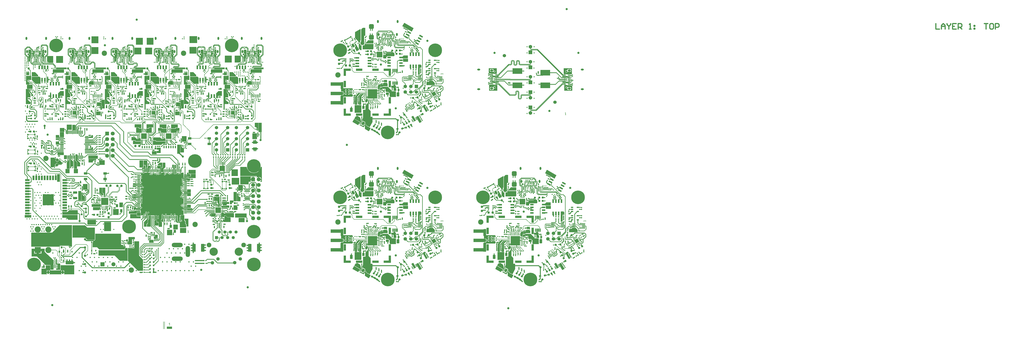
<source format=gtl>
G04*
G04 #@! TF.GenerationSoftware,Altium Limited,Altium Designer,20.1.11 (218)*
G04*
G04 Layer_Physical_Order=1*
G04 Layer_Color=255*
%FSLAX24Y24*%
%MOIN*%
G70*
G04*
G04 #@! TF.SameCoordinates,0BE0D124-E2EA-4A07-8277-1AC6FE167F2B*
G04*
G04*
G04 #@! TF.FilePolarity,Positive*
G04*
G01*
G75*
%ADD10C,0.0394*%
%ADD11C,0.0200*%
%ADD12R,0.0049X0.0935*%
%ADD13R,0.0935X0.0443*%
%ADD14R,0.0935X0.0049*%
%ADD15R,0.0100X0.1329*%
%ADD16R,0.0060X0.1329*%
%ADD17R,0.0040X0.1329*%
%ADD18C,0.0150*%
%ADD19C,0.0060*%
%ADD20C,0.0100*%
%ADD21C,0.0120*%
%ADD22C,0.0120*%
%ADD23C,0.0080*%
%ADD24C,0.0080*%
G04:AMPARAMS|DCode=25|XSize=11.8mil|YSize=57.1mil|CornerRadius=1.8mil|HoleSize=0mil|Usage=FLASHONLY|Rotation=270.000|XOffset=0mil|YOffset=0mil|HoleType=Round|Shape=RoundedRectangle|*
%AMROUNDEDRECTD25*
21,1,0.0118,0.0535,0,0,270.0*
21,1,0.0083,0.0571,0,0,270.0*
1,1,0.0035,-0.0268,-0.0041*
1,1,0.0035,-0.0268,0.0041*
1,1,0.0035,0.0268,0.0041*
1,1,0.0035,0.0268,-0.0041*
%
%ADD25ROUNDEDRECTD25*%
G04:AMPARAMS|DCode=26|XSize=25.6mil|YSize=68.9mil|CornerRadius=3.8mil|HoleSize=0mil|Usage=FLASHONLY|Rotation=60.000|XOffset=0mil|YOffset=0mil|HoleType=Round|Shape=RoundedRectangle|*
%AMROUNDEDRECTD26*
21,1,0.0256,0.0612,0,0,60.0*
21,1,0.0179,0.0689,0,0,60.0*
1,1,0.0077,0.0310,-0.0075*
1,1,0.0077,0.0220,-0.0231*
1,1,0.0077,-0.0310,0.0075*
1,1,0.0077,-0.0220,0.0231*
%
%ADD26ROUNDEDRECTD26*%
G04:AMPARAMS|DCode=27|XSize=20mil|YSize=20mil|CornerRadius=6mil|HoleSize=0mil|Usage=FLASHONLY|Rotation=180.000|XOffset=0mil|YOffset=0mil|HoleType=Round|Shape=RoundedRectangle|*
%AMROUNDEDRECTD27*
21,1,0.0200,0.0080,0,0,180.0*
21,1,0.0080,0.0200,0,0,180.0*
1,1,0.0120,-0.0040,0.0040*
1,1,0.0120,0.0040,0.0040*
1,1,0.0120,0.0040,-0.0040*
1,1,0.0120,-0.0040,-0.0040*
%
%ADD27ROUNDEDRECTD27*%
G04:AMPARAMS|DCode=28|XSize=20mil|YSize=20mil|CornerRadius=6mil|HoleSize=0mil|Usage=FLASHONLY|Rotation=90.000|XOffset=0mil|YOffset=0mil|HoleType=Round|Shape=RoundedRectangle|*
%AMROUNDEDRECTD28*
21,1,0.0200,0.0080,0,0,90.0*
21,1,0.0080,0.0200,0,0,90.0*
1,1,0.0120,0.0040,0.0040*
1,1,0.0120,0.0040,-0.0040*
1,1,0.0120,-0.0040,-0.0040*
1,1,0.0120,-0.0040,0.0040*
%
%ADD28ROUNDEDRECTD28*%
G04:AMPARAMS|DCode=29|XSize=20mil|YSize=20mil|CornerRadius=6mil|HoleSize=0mil|Usage=FLASHONLY|Rotation=150.000|XOffset=0mil|YOffset=0mil|HoleType=Round|Shape=RoundedRectangle|*
%AMROUNDEDRECTD29*
21,1,0.0200,0.0080,0,0,150.0*
21,1,0.0080,0.0200,0,0,150.0*
1,1,0.0120,-0.0015,0.0055*
1,1,0.0120,0.0055,0.0015*
1,1,0.0120,0.0015,-0.0055*
1,1,0.0120,-0.0055,-0.0015*
%
%ADD29ROUNDEDRECTD29*%
G04:AMPARAMS|DCode=30|XSize=20mil|YSize=20mil|CornerRadius=6mil|HoleSize=0mil|Usage=FLASHONLY|Rotation=30.000|XOffset=0mil|YOffset=0mil|HoleType=Round|Shape=RoundedRectangle|*
%AMROUNDEDRECTD30*
21,1,0.0200,0.0080,0,0,30.0*
21,1,0.0080,0.0200,0,0,30.0*
1,1,0.0120,0.0055,-0.0015*
1,1,0.0120,-0.0015,-0.0055*
1,1,0.0120,-0.0055,0.0015*
1,1,0.0120,0.0015,0.0055*
%
%ADD30ROUNDEDRECTD30*%
%ADD31R,0.0118X0.0276*%
%ADD32R,0.2205X0.0591*%
%ADD33R,0.1929X0.0630*%
%ADD34R,0.1024X0.1024*%
G04:AMPARAMS|DCode=35|XSize=9.8mil|YSize=23.6mil|CornerRadius=1mil|HoleSize=0mil|Usage=FLASHONLY|Rotation=270.000|XOffset=0mil|YOffset=0mil|HoleType=Round|Shape=RoundedRectangle|*
%AMROUNDEDRECTD35*
21,1,0.0098,0.0217,0,0,270.0*
21,1,0.0079,0.0236,0,0,270.0*
1,1,0.0020,-0.0108,-0.0039*
1,1,0.0020,-0.0108,0.0039*
1,1,0.0020,0.0108,0.0039*
1,1,0.0020,0.0108,-0.0039*
%
%ADD35ROUNDEDRECTD35*%
G04:AMPARAMS|DCode=36|XSize=9.8mil|YSize=23.6mil|CornerRadius=1mil|HoleSize=0mil|Usage=FLASHONLY|Rotation=360.000|XOffset=0mil|YOffset=0mil|HoleType=Round|Shape=RoundedRectangle|*
%AMROUNDEDRECTD36*
21,1,0.0098,0.0217,0,0,360.0*
21,1,0.0079,0.0236,0,0,360.0*
1,1,0.0020,0.0039,-0.0108*
1,1,0.0020,-0.0039,-0.0108*
1,1,0.0020,-0.0039,0.0108*
1,1,0.0020,0.0039,0.0108*
%
%ADD36ROUNDEDRECTD36*%
G04:AMPARAMS|DCode=37|XSize=71mil|YSize=47mil|CornerRadius=8mil|HoleSize=0mil|Usage=FLASHONLY|Rotation=270.000|XOffset=0mil|YOffset=0mil|HoleType=Round|Shape=RoundedRectangle|*
%AMROUNDEDRECTD37*
21,1,0.0710,0.0310,0,0,270.0*
21,1,0.0550,0.0470,0,0,270.0*
1,1,0.0160,-0.0155,-0.0275*
1,1,0.0160,-0.0155,0.0275*
1,1,0.0160,0.0155,0.0275*
1,1,0.0160,0.0155,-0.0275*
%
%ADD37ROUNDEDRECTD37*%
G04:AMPARAMS|DCode=38|XSize=11.8mil|YSize=17.7mil|CornerRadius=1.2mil|HoleSize=0mil|Usage=FLASHONLY|Rotation=300.000|XOffset=0mil|YOffset=0mil|HoleType=Round|Shape=RoundedRectangle|*
%AMROUNDEDRECTD38*
21,1,0.0118,0.0154,0,0,300.0*
21,1,0.0094,0.0177,0,0,300.0*
1,1,0.0024,-0.0043,-0.0079*
1,1,0.0024,-0.0090,0.0003*
1,1,0.0024,0.0043,0.0079*
1,1,0.0024,0.0090,-0.0003*
%
%ADD38ROUNDEDRECTD38*%
G04:AMPARAMS|DCode=39|XSize=63mil|YSize=39.4mil|CornerRadius=2mil|HoleSize=0mil|Usage=FLASHONLY|Rotation=300.000|XOffset=0mil|YOffset=0mil|HoleType=Round|Shape=RoundedRectangle|*
%AMROUNDEDRECTD39*
21,1,0.0630,0.0354,0,0,300.0*
21,1,0.0591,0.0394,0,0,300.0*
1,1,0.0039,-0.0006,-0.0344*
1,1,0.0039,-0.0301,0.0167*
1,1,0.0039,0.0006,0.0344*
1,1,0.0039,0.0301,-0.0167*
%
%ADD39ROUNDEDRECTD39*%
G04:AMPARAMS|DCode=40|XSize=15.7mil|YSize=12.8mil|CornerRadius=0mil|HoleSize=0mil|Usage=FLASHONLY|Rotation=150.000|XOffset=0mil|YOffset=0mil|HoleType=Round|Shape=Rectangle|*
%AMROTATEDRECTD40*
4,1,4,0.0100,0.0016,0.0036,-0.0095,-0.0100,-0.0016,-0.0036,0.0095,0.0100,0.0016,0.0*
%
%ADD40ROTATEDRECTD40*%

G04:AMPARAMS|DCode=41|XSize=13.8mil|YSize=14.8mil|CornerRadius=0mil|HoleSize=0mil|Usage=FLASHONLY|Rotation=240.000|XOffset=0mil|YOffset=0mil|HoleType=Round|Shape=Rectangle|*
%AMROTATEDRECTD41*
4,1,4,-0.0029,0.0097,0.0098,0.0023,0.0029,-0.0097,-0.0098,-0.0023,-0.0029,0.0097,0.0*
%
%ADD41ROTATEDRECTD41*%

G04:AMPARAMS|DCode=42|XSize=15.7mil|YSize=82.7mil|CornerRadius=0mil|HoleSize=0mil|Usage=FLASHONLY|Rotation=240.000|XOffset=0mil|YOffset=0mil|HoleType=Round|Shape=Rectangle|*
%AMROTATEDRECTD42*
4,1,4,-0.0319,0.0275,0.0397,-0.0139,0.0319,-0.0275,-0.0397,0.0139,-0.0319,0.0275,0.0*
%
%ADD42ROTATEDRECTD42*%

%ADD43R,0.1299X0.0394*%
%ADD44R,0.0394X0.1299*%
%ADD45R,0.1142X0.0394*%
%ADD46R,0.0394X0.1142*%
G04:AMPARAMS|DCode=47|XSize=31.5mil|YSize=35.4mil|CornerRadius=0mil|HoleSize=0mil|Usage=FLASHONLY|Rotation=120.000|XOffset=0mil|YOffset=0mil|HoleType=Round|Shape=Rectangle|*
%AMROTATEDRECTD47*
4,1,4,0.0232,-0.0048,-0.0075,-0.0225,-0.0232,0.0048,0.0075,0.0225,0.0232,-0.0048,0.0*
%
%ADD47ROTATEDRECTD47*%

G04:AMPARAMS|DCode=48|XSize=55mil|YSize=43mil|CornerRadius=8mil|HoleSize=0mil|Usage=FLASHONLY|Rotation=360.000|XOffset=0mil|YOffset=0mil|HoleType=Round|Shape=RoundedRectangle|*
%AMROUNDEDRECTD48*
21,1,0.0550,0.0271,0,0,360.0*
21,1,0.0391,0.0430,0,0,360.0*
1,1,0.0159,0.0195,-0.0135*
1,1,0.0159,-0.0195,-0.0135*
1,1,0.0159,-0.0195,0.0135*
1,1,0.0159,0.0195,0.0135*
%
%ADD48ROUNDEDRECTD48*%
G04:AMPARAMS|DCode=49|XSize=35mil|YSize=34mil|CornerRadius=6mil|HoleSize=0mil|Usage=FLASHONLY|Rotation=300.000|XOffset=0mil|YOffset=0mil|HoleType=Round|Shape=RoundedRectangle|*
%AMROUNDEDRECTD49*
21,1,0.0350,0.0221,0,0,300.0*
21,1,0.0231,0.0340,0,0,300.0*
1,1,0.0119,-0.0038,-0.0155*
1,1,0.0119,-0.0153,0.0045*
1,1,0.0119,0.0038,0.0155*
1,1,0.0119,0.0153,-0.0045*
%
%ADD49ROUNDEDRECTD49*%
G04:AMPARAMS|DCode=50|XSize=13.8mil|YSize=53.1mil|CornerRadius=1.4mil|HoleSize=0mil|Usage=FLASHONLY|Rotation=30.000|XOffset=0mil|YOffset=0mil|HoleType=Round|Shape=RoundedRectangle|*
%AMROUNDEDRECTD50*
21,1,0.0138,0.0504,0,0,30.0*
21,1,0.0110,0.0531,0,0,30.0*
1,1,0.0028,0.0174,-0.0191*
1,1,0.0028,0.0078,-0.0246*
1,1,0.0028,-0.0174,0.0191*
1,1,0.0028,-0.0078,0.0246*
%
%ADD50ROUNDEDRECTD50*%
G04:AMPARAMS|DCode=51|XSize=20mil|YSize=20mil|CornerRadius=6mil|HoleSize=0mil|Usage=FLASHONLY|Rotation=300.000|XOffset=0mil|YOffset=0mil|HoleType=Round|Shape=RoundedRectangle|*
%AMROUNDEDRECTD51*
21,1,0.0200,0.0080,0,0,300.0*
21,1,0.0080,0.0200,0,0,300.0*
1,1,0.0120,-0.0015,-0.0055*
1,1,0.0120,-0.0055,0.0015*
1,1,0.0120,0.0015,0.0055*
1,1,0.0120,0.0055,-0.0015*
%
%ADD51ROUNDEDRECTD51*%
G04:AMPARAMS|DCode=52|XSize=11.8mil|YSize=29.5mil|CornerRadius=1.2mil|HoleSize=0mil|Usage=FLASHONLY|Rotation=30.000|XOffset=0mil|YOffset=0mil|HoleType=Round|Shape=RoundedRectangle|*
%AMROUNDEDRECTD52*
21,1,0.0118,0.0272,0,0,30.0*
21,1,0.0094,0.0295,0,0,30.0*
1,1,0.0024,0.0109,-0.0094*
1,1,0.0024,0.0027,-0.0141*
1,1,0.0024,-0.0109,0.0094*
1,1,0.0024,-0.0027,0.0141*
%
%ADD52ROUNDEDRECTD52*%
G04:AMPARAMS|DCode=53|XSize=15.7mil|YSize=31.5mil|CornerRadius=1.6mil|HoleSize=0mil|Usage=FLASHONLY|Rotation=30.000|XOffset=0mil|YOffset=0mil|HoleType=Round|Shape=RoundedRectangle|*
%AMROUNDEDRECTD53*
21,1,0.0157,0.0283,0,0,30.0*
21,1,0.0126,0.0315,0,0,30.0*
1,1,0.0032,0.0125,-0.0091*
1,1,0.0032,0.0016,-0.0154*
1,1,0.0032,-0.0125,0.0091*
1,1,0.0032,-0.0016,0.0154*
%
%ADD53ROUNDEDRECTD53*%
G04:AMPARAMS|DCode=54|XSize=35mil|YSize=34mil|CornerRadius=6mil|HoleSize=0mil|Usage=FLASHONLY|Rotation=30.000|XOffset=0mil|YOffset=0mil|HoleType=Round|Shape=RoundedRectangle|*
%AMROUNDEDRECTD54*
21,1,0.0350,0.0221,0,0,30.0*
21,1,0.0231,0.0340,0,0,30.0*
1,1,0.0119,0.0155,-0.0038*
1,1,0.0119,-0.0045,-0.0153*
1,1,0.0119,-0.0155,0.0038*
1,1,0.0119,0.0045,0.0153*
%
%ADD54ROUNDEDRECTD54*%
G04:AMPARAMS|DCode=55|XSize=11mil|YSize=27.6mil|CornerRadius=0.6mil|HoleSize=0mil|Usage=FLASHONLY|Rotation=30.000|XOffset=0mil|YOffset=0mil|HoleType=Round|Shape=RoundedRectangle|*
%AMROUNDEDRECTD55*
21,1,0.0110,0.0265,0,0,30.0*
21,1,0.0099,0.0276,0,0,30.0*
1,1,0.0011,0.0109,-0.0090*
1,1,0.0011,0.0023,-0.0139*
1,1,0.0011,-0.0109,0.0090*
1,1,0.0011,-0.0023,0.0139*
%
%ADD55ROUNDEDRECTD55*%
%ADD56P,0.0947X4X165.0*%
G04:AMPARAMS|DCode=57|XSize=11mil|YSize=27.6mil|CornerRadius=0.6mil|HoleSize=0mil|Usage=FLASHONLY|Rotation=300.000|XOffset=0mil|YOffset=0mil|HoleType=Round|Shape=RoundedRectangle|*
%AMROUNDEDRECTD57*
21,1,0.0110,0.0265,0,0,300.0*
21,1,0.0099,0.0276,0,0,300.0*
1,1,0.0011,-0.0090,-0.0109*
1,1,0.0011,-0.0139,-0.0023*
1,1,0.0011,0.0090,0.0109*
1,1,0.0011,0.0139,0.0023*
%
%ADD57ROUNDEDRECTD57*%
%ADD58P,0.0445X4X195.0*%
G04:AMPARAMS|DCode=59|XSize=55mil|YSize=43mil|CornerRadius=8mil|HoleSize=0mil|Usage=FLASHONLY|Rotation=270.000|XOffset=0mil|YOffset=0mil|HoleType=Round|Shape=RoundedRectangle|*
%AMROUNDEDRECTD59*
21,1,0.0550,0.0271,0,0,270.0*
21,1,0.0391,0.0430,0,0,270.0*
1,1,0.0159,-0.0135,-0.0195*
1,1,0.0159,-0.0135,0.0195*
1,1,0.0159,0.0135,0.0195*
1,1,0.0159,0.0135,-0.0195*
%
%ADD59ROUNDEDRECTD59*%
G04:AMPARAMS|DCode=60|XSize=27.6mil|YSize=13.8mil|CornerRadius=1.4mil|HoleSize=0mil|Usage=FLASHONLY|Rotation=300.000|XOffset=0mil|YOffset=0mil|HoleType=Round|Shape=RoundedRectangle|*
%AMROUNDEDRECTD60*
21,1,0.0276,0.0110,0,0,300.0*
21,1,0.0248,0.0138,0,0,300.0*
1,1,0.0028,0.0014,-0.0135*
1,1,0.0028,-0.0110,0.0080*
1,1,0.0028,-0.0014,0.0135*
1,1,0.0028,0.0110,-0.0080*
%
%ADD60ROUNDEDRECTD60*%
G04:AMPARAMS|DCode=61|XSize=23.6mil|YSize=25.6mil|CornerRadius=2.4mil|HoleSize=0mil|Usage=FLASHONLY|Rotation=300.000|XOffset=0mil|YOffset=0mil|HoleType=Round|Shape=RoundedRectangle|*
%AMROUNDEDRECTD61*
21,1,0.0236,0.0209,0,0,300.0*
21,1,0.0189,0.0256,0,0,300.0*
1,1,0.0047,-0.0043,-0.0134*
1,1,0.0047,-0.0138,0.0030*
1,1,0.0047,0.0043,0.0134*
1,1,0.0047,0.0138,-0.0030*
%
%ADD61ROUNDEDRECTD61*%
%ADD62R,0.0157X0.0128*%
%ADD63R,0.0157X0.0079*%
G04:AMPARAMS|DCode=64|XSize=35mil|YSize=34mil|CornerRadius=6mil|HoleSize=0mil|Usage=FLASHONLY|Rotation=90.000|XOffset=0mil|YOffset=0mil|HoleType=Round|Shape=RoundedRectangle|*
%AMROUNDEDRECTD64*
21,1,0.0350,0.0221,0,0,90.0*
21,1,0.0231,0.0340,0,0,90.0*
1,1,0.0119,0.0111,0.0116*
1,1,0.0119,0.0111,-0.0116*
1,1,0.0119,-0.0111,-0.0116*
1,1,0.0119,-0.0111,0.0116*
%
%ADD64ROUNDEDRECTD64*%
G04:AMPARAMS|DCode=65|XSize=21.7mil|YSize=39.4mil|CornerRadius=2.2mil|HoleSize=0mil|Usage=FLASHONLY|Rotation=90.000|XOffset=0mil|YOffset=0mil|HoleType=Round|Shape=RoundedRectangle|*
%AMROUNDEDRECTD65*
21,1,0.0217,0.0350,0,0,90.0*
21,1,0.0173,0.0394,0,0,90.0*
1,1,0.0043,0.0175,0.0087*
1,1,0.0043,0.0175,-0.0087*
1,1,0.0043,-0.0175,-0.0087*
1,1,0.0043,-0.0175,0.0087*
%
%ADD65ROUNDEDRECTD65*%
G04:AMPARAMS|DCode=66|XSize=35mil|YSize=34mil|CornerRadius=6mil|HoleSize=0mil|Usage=FLASHONLY|Rotation=180.000|XOffset=0mil|YOffset=0mil|HoleType=Round|Shape=RoundedRectangle|*
%AMROUNDEDRECTD66*
21,1,0.0350,0.0221,0,0,180.0*
21,1,0.0231,0.0340,0,0,180.0*
1,1,0.0119,-0.0116,0.0111*
1,1,0.0119,0.0116,0.0111*
1,1,0.0119,0.0116,-0.0111*
1,1,0.0119,-0.0116,-0.0111*
%
%ADD66ROUNDEDRECTD66*%
G04:AMPARAMS|DCode=67|XSize=23.6mil|YSize=63mil|CornerRadius=2.4mil|HoleSize=0mil|Usage=FLASHONLY|Rotation=90.000|XOffset=0mil|YOffset=0mil|HoleType=Round|Shape=RoundedRectangle|*
%AMROUNDEDRECTD67*
21,1,0.0236,0.0583,0,0,90.0*
21,1,0.0189,0.0630,0,0,90.0*
1,1,0.0047,0.0291,0.0094*
1,1,0.0047,0.0291,-0.0094*
1,1,0.0047,-0.0291,-0.0094*
1,1,0.0047,-0.0291,0.0094*
%
%ADD67ROUNDEDRECTD67*%
G04:AMPARAMS|DCode=68|XSize=15.7mil|YSize=35.4mil|CornerRadius=0.8mil|HoleSize=0mil|Usage=FLASHONLY|Rotation=270.000|XOffset=0mil|YOffset=0mil|HoleType=Round|Shape=RoundedRectangle|*
%AMROUNDEDRECTD68*
21,1,0.0157,0.0339,0,0,270.0*
21,1,0.0142,0.0354,0,0,270.0*
1,1,0.0016,-0.0169,-0.0071*
1,1,0.0016,-0.0169,0.0071*
1,1,0.0016,0.0169,0.0071*
1,1,0.0016,0.0169,-0.0071*
%
%ADD68ROUNDEDRECTD68*%
G04:AMPARAMS|DCode=69|XSize=25.6mil|YSize=68.9mil|CornerRadius=3.8mil|HoleSize=0mil|Usage=FLASHONLY|Rotation=270.000|XOffset=0mil|YOffset=0mil|HoleType=Round|Shape=RoundedRectangle|*
%AMROUNDEDRECTD69*
21,1,0.0256,0.0612,0,0,270.0*
21,1,0.0179,0.0689,0,0,270.0*
1,1,0.0077,-0.0306,-0.0090*
1,1,0.0077,-0.0306,0.0090*
1,1,0.0077,0.0306,0.0090*
1,1,0.0077,0.0306,-0.0090*
%
%ADD69ROUNDEDRECTD69*%
G04:AMPARAMS|DCode=70|XSize=7.9mil|YSize=22.2mil|CornerRadius=1.2mil|HoleSize=0mil|Usage=FLASHONLY|Rotation=360.000|XOffset=0mil|YOffset=0mil|HoleType=Round|Shape=RoundedRectangle|*
%AMROUNDEDRECTD70*
21,1,0.0079,0.0199,0,0,360.0*
21,1,0.0055,0.0222,0,0,360.0*
1,1,0.0024,0.0028,-0.0099*
1,1,0.0024,-0.0028,-0.0099*
1,1,0.0024,-0.0028,0.0099*
1,1,0.0024,0.0028,0.0099*
%
%ADD70ROUNDEDRECTD70*%
G04:AMPARAMS|DCode=71|XSize=15.7mil|YSize=22.2mil|CornerRadius=1.3mil|HoleSize=0mil|Usage=FLASHONLY|Rotation=360.000|XOffset=0mil|YOffset=0mil|HoleType=Round|Shape=RoundedRectangle|*
%AMROUNDEDRECTD71*
21,1,0.0157,0.0197,0,0,360.0*
21,1,0.0132,0.0222,0,0,360.0*
1,1,0.0025,0.0066,-0.0099*
1,1,0.0025,-0.0066,-0.0099*
1,1,0.0025,-0.0066,0.0099*
1,1,0.0025,0.0066,0.0099*
%
%ADD71ROUNDEDRECTD71*%
G04:AMPARAMS|DCode=72|XSize=7.9mil|YSize=22.2mil|CornerRadius=1.2mil|HoleSize=0mil|Usage=FLASHONLY|Rotation=90.000|XOffset=0mil|YOffset=0mil|HoleType=Round|Shape=RoundedRectangle|*
%AMROUNDEDRECTD72*
21,1,0.0079,0.0199,0,0,90.0*
21,1,0.0055,0.0222,0,0,90.0*
1,1,0.0024,0.0099,0.0028*
1,1,0.0024,0.0099,-0.0028*
1,1,0.0024,-0.0099,-0.0028*
1,1,0.0024,-0.0099,0.0028*
%
%ADD72ROUNDEDRECTD72*%
G04:AMPARAMS|DCode=73|XSize=15.7mil|YSize=22.2mil|CornerRadius=1.3mil|HoleSize=0mil|Usage=FLASHONLY|Rotation=90.000|XOffset=0mil|YOffset=0mil|HoleType=Round|Shape=RoundedRectangle|*
%AMROUNDEDRECTD73*
21,1,0.0157,0.0197,0,0,90.0*
21,1,0.0132,0.0222,0,0,90.0*
1,1,0.0025,0.0099,0.0066*
1,1,0.0025,0.0099,-0.0066*
1,1,0.0025,-0.0099,-0.0066*
1,1,0.0025,-0.0099,0.0066*
%
%ADD73ROUNDEDRECTD73*%
G04:AMPARAMS|DCode=74|XSize=89mil|YSize=85mil|CornerRadius=21.3mil|HoleSize=0mil|Usage=FLASHONLY|Rotation=180.000|XOffset=0mil|YOffset=0mil|HoleType=Round|Shape=RoundedRectangle|*
%AMROUNDEDRECTD74*
21,1,0.0890,0.0425,0,0,180.0*
21,1,0.0465,0.0850,0,0,180.0*
1,1,0.0425,-0.0232,0.0213*
1,1,0.0425,0.0232,0.0213*
1,1,0.0425,0.0232,-0.0213*
1,1,0.0425,-0.0232,-0.0213*
%
%ADD74ROUNDEDRECTD74*%
%ADD75P,0.0445X4X255.0*%
G04:AMPARAMS|DCode=76|XSize=55mil|YSize=43mil|CornerRadius=8mil|HoleSize=0mil|Usage=FLASHONLY|Rotation=150.000|XOffset=0mil|YOffset=0mil|HoleType=Round|Shape=RoundedRectangle|*
%AMROUNDEDRECTD76*
21,1,0.0550,0.0271,0,0,150.0*
21,1,0.0391,0.0430,0,0,150.0*
1,1,0.0159,-0.0102,0.0215*
1,1,0.0159,0.0237,0.0020*
1,1,0.0159,0.0102,-0.0215*
1,1,0.0159,-0.0237,-0.0020*
%
%ADD76ROUNDEDRECTD76*%
G04:AMPARAMS|DCode=77|XSize=17.7mil|YSize=59.1mil|CornerRadius=1.8mil|HoleSize=0mil|Usage=FLASHONLY|Rotation=360.000|XOffset=0mil|YOffset=0mil|HoleType=Round|Shape=RoundedRectangle|*
%AMROUNDEDRECTD77*
21,1,0.0177,0.0555,0,0,360.0*
21,1,0.0142,0.0591,0,0,360.0*
1,1,0.0035,0.0071,-0.0278*
1,1,0.0035,-0.0071,-0.0278*
1,1,0.0035,-0.0071,0.0278*
1,1,0.0035,0.0071,0.0278*
%
%ADD77ROUNDEDRECTD77*%
G04:AMPARAMS|DCode=78|XSize=25.6mil|YSize=68.9mil|CornerRadius=3.8mil|HoleSize=0mil|Usage=FLASHONLY|Rotation=360.000|XOffset=0mil|YOffset=0mil|HoleType=Round|Shape=RoundedRectangle|*
%AMROUNDEDRECTD78*
21,1,0.0256,0.0612,0,0,360.0*
21,1,0.0179,0.0689,0,0,360.0*
1,1,0.0077,0.0090,-0.0306*
1,1,0.0077,-0.0090,-0.0306*
1,1,0.0077,-0.0090,0.0306*
1,1,0.0077,0.0090,0.0306*
%
%ADD78ROUNDEDRECTD78*%
G04:AMPARAMS|DCode=79|XSize=31.5mil|YSize=11.8mil|CornerRadius=1.2mil|HoleSize=0mil|Usage=FLASHONLY|Rotation=90.000|XOffset=0mil|YOffset=0mil|HoleType=Round|Shape=RoundedRectangle|*
%AMROUNDEDRECTD79*
21,1,0.0315,0.0094,0,0,90.0*
21,1,0.0291,0.0118,0,0,90.0*
1,1,0.0024,0.0047,0.0146*
1,1,0.0024,0.0047,-0.0146*
1,1,0.0024,-0.0047,-0.0146*
1,1,0.0024,-0.0047,0.0146*
%
%ADD79ROUNDEDRECTD79*%
G04:AMPARAMS|DCode=80|XSize=37.4mil|YSize=8.7mil|CornerRadius=0.9mil|HoleSize=0mil|Usage=FLASHONLY|Rotation=270.000|XOffset=0mil|YOffset=0mil|HoleType=Round|Shape=RoundedRectangle|*
%AMROUNDEDRECTD80*
21,1,0.0374,0.0069,0,0,270.0*
21,1,0.0357,0.0087,0,0,270.0*
1,1,0.0017,-0.0035,-0.0178*
1,1,0.0017,-0.0035,0.0178*
1,1,0.0017,0.0035,0.0178*
1,1,0.0017,0.0035,-0.0178*
%
%ADD80ROUNDEDRECTD80*%
G04:AMPARAMS|DCode=81|XSize=37.4mil|YSize=8.7mil|CornerRadius=0.9mil|HoleSize=0mil|Usage=FLASHONLY|Rotation=360.000|XOffset=0mil|YOffset=0mil|HoleType=Round|Shape=RoundedRectangle|*
%AMROUNDEDRECTD81*
21,1,0.0374,0.0069,0,0,360.0*
21,1,0.0357,0.0087,0,0,360.0*
1,1,0.0017,0.0178,-0.0035*
1,1,0.0017,-0.0178,-0.0035*
1,1,0.0017,-0.0178,0.0035*
1,1,0.0017,0.0178,0.0035*
%
%ADD81ROUNDEDRECTD81*%
%ADD82R,0.1654X0.1654*%
%ADD83C,0.0085*%
%ADD84C,0.0197*%
%ADD85C,0.0160*%
%ADD86C,0.0120*%
%ADD87C,0.0050*%
%ADD88C,0.0040*%
%ADD89C,0.0059*%
%ADD90R,0.0276X0.0118*%
%ADD91R,0.1772X0.0996*%
G04:AMPARAMS|DCode=92|XSize=15.7mil|YSize=31.5mil|CornerRadius=1.6mil|HoleSize=0mil|Usage=FLASHONLY|Rotation=360.000|XOffset=0mil|YOffset=0mil|HoleType=Round|Shape=RoundedRectangle|*
%AMROUNDEDRECTD92*
21,1,0.0157,0.0283,0,0,360.0*
21,1,0.0126,0.0315,0,0,360.0*
1,1,0.0032,0.0063,-0.0142*
1,1,0.0032,-0.0063,-0.0142*
1,1,0.0032,-0.0063,0.0142*
1,1,0.0032,0.0063,0.0142*
%
%ADD92ROUNDEDRECTD92*%
G04:AMPARAMS|DCode=93|XSize=31.5mil|YSize=15.7mil|CornerRadius=1.6mil|HoleSize=0mil|Usage=FLASHONLY|Rotation=270.000|XOffset=0mil|YOffset=0mil|HoleType=Round|Shape=RoundedRectangle|*
%AMROUNDEDRECTD93*
21,1,0.0315,0.0126,0,0,270.0*
21,1,0.0283,0.0157,0,0,270.0*
1,1,0.0032,-0.0063,-0.0142*
1,1,0.0032,-0.0063,0.0142*
1,1,0.0032,0.0063,0.0142*
1,1,0.0032,0.0063,-0.0142*
%
%ADD93ROUNDEDRECTD93*%
%ADD94R,0.0591X0.0433*%
%ADD95R,0.0315X0.0354*%
G04:AMPARAMS|DCode=96|XSize=52.4mil|YSize=52.4mil|CornerRadius=0mil|HoleSize=0mil|Usage=FLASHONLY|Rotation=360.000|XOffset=0mil|YOffset=0mil|HoleType=Round|Shape=RoundedRectangle|*
%AMROUNDEDRECTD96*
21,1,0.0524,0.0524,0,0,360.0*
21,1,0.0524,0.0524,0,0,360.0*
1,1,0.0000,0.0262,-0.0262*
1,1,0.0000,-0.0262,-0.0262*
1,1,0.0000,-0.0262,0.0262*
1,1,0.0000,0.0262,0.0262*
%
%ADD96ROUNDEDRECTD96*%
G04:AMPARAMS|DCode=97|XSize=35.4mil|YSize=78.7mil|CornerRadius=3.5mil|HoleSize=0mil|Usage=FLASHONLY|Rotation=270.000|XOffset=0mil|YOffset=0mil|HoleType=Round|Shape=RoundedRectangle|*
%AMROUNDEDRECTD97*
21,1,0.0354,0.0717,0,0,270.0*
21,1,0.0283,0.0787,0,0,270.0*
1,1,0.0071,-0.0358,-0.0142*
1,1,0.0071,-0.0358,0.0142*
1,1,0.0071,0.0358,0.0142*
1,1,0.0071,0.0358,-0.0142*
%
%ADD97ROUNDEDRECTD97*%
G04:AMPARAMS|DCode=98|XSize=78.7mil|YSize=35.4mil|CornerRadius=3.5mil|HoleSize=0mil|Usage=FLASHONLY|Rotation=180.000|XOffset=0mil|YOffset=0mil|HoleType=Round|Shape=RoundedRectangle|*
%AMROUNDEDRECTD98*
21,1,0.0787,0.0283,0,0,180.0*
21,1,0.0717,0.0354,0,0,180.0*
1,1,0.0071,-0.0358,0.0142*
1,1,0.0071,0.0358,0.0142*
1,1,0.0071,0.0358,-0.0142*
1,1,0.0071,-0.0358,-0.0142*
%
%ADD98ROUNDEDRECTD98*%
G04:AMPARAMS|DCode=99|XSize=78.7mil|YSize=35.4mil|CornerRadius=3.5mil|HoleSize=0mil|Usage=FLASHONLY|Rotation=270.000|XOffset=0mil|YOffset=0mil|HoleType=Round|Shape=RoundedRectangle|*
%AMROUNDEDRECTD99*
21,1,0.0787,0.0283,0,0,270.0*
21,1,0.0717,0.0354,0,0,270.0*
1,1,0.0071,-0.0142,-0.0358*
1,1,0.0071,-0.0142,0.0358*
1,1,0.0071,0.0142,0.0358*
1,1,0.0071,0.0142,-0.0358*
%
%ADD99ROUNDEDRECTD99*%
%ADD100R,0.0217X0.0315*%
G04:AMPARAMS|DCode=101|XSize=43.3mil|YSize=47.2mil|CornerRadius=4.3mil|HoleSize=0mil|Usage=FLASHONLY|Rotation=315.000|XOffset=0mil|YOffset=0mil|HoleType=Round|Shape=RoundedRectangle|*
%AMROUNDEDRECTD101*
21,1,0.0433,0.0386,0,0,315.0*
21,1,0.0346,0.0472,0,0,315.0*
1,1,0.0087,-0.0014,-0.0259*
1,1,0.0087,-0.0259,-0.0014*
1,1,0.0087,0.0014,0.0259*
1,1,0.0087,0.0259,0.0014*
%
%ADD101ROUNDEDRECTD101*%
G04:AMPARAMS|DCode=102|XSize=25.6mil|YSize=33.5mil|CornerRadius=1.3mil|HoleSize=0mil|Usage=FLASHONLY|Rotation=270.000|XOffset=0mil|YOffset=0mil|HoleType=Round|Shape=RoundedRectangle|*
%AMROUNDEDRECTD102*
21,1,0.0256,0.0309,0,0,270.0*
21,1,0.0230,0.0335,0,0,270.0*
1,1,0.0026,-0.0155,-0.0115*
1,1,0.0026,-0.0155,0.0115*
1,1,0.0026,0.0155,0.0115*
1,1,0.0026,0.0155,-0.0115*
%
%ADD102ROUNDEDRECTD102*%
G04:AMPARAMS|DCode=103|XSize=43.3mil|YSize=51.2mil|CornerRadius=2.2mil|HoleSize=0mil|Usage=FLASHONLY|Rotation=180.000|XOffset=0mil|YOffset=0mil|HoleType=Round|Shape=RoundedRectangle|*
%AMROUNDEDRECTD103*
21,1,0.0433,0.0469,0,0,180.0*
21,1,0.0390,0.0512,0,0,180.0*
1,1,0.0043,-0.0195,0.0234*
1,1,0.0043,0.0195,0.0234*
1,1,0.0043,0.0195,-0.0234*
1,1,0.0043,-0.0195,-0.0234*
%
%ADD103ROUNDEDRECTD103*%
G04:AMPARAMS|DCode=104|XSize=70.9mil|YSize=39.4mil|CornerRadius=3.9mil|HoleSize=0mil|Usage=FLASHONLY|Rotation=180.000|XOffset=0mil|YOffset=0mil|HoleType=Round|Shape=RoundedRectangle|*
%AMROUNDEDRECTD104*
21,1,0.0709,0.0315,0,0,180.0*
21,1,0.0630,0.0394,0,0,180.0*
1,1,0.0079,-0.0315,0.0157*
1,1,0.0079,0.0315,0.0157*
1,1,0.0079,0.0315,-0.0157*
1,1,0.0079,-0.0315,-0.0157*
%
%ADD104ROUNDEDRECTD104*%
%ADD105R,0.0256X0.0335*%
G04:AMPARAMS|DCode=106|XSize=96.5mil|YSize=96.5mil|CornerRadius=4.8mil|HoleSize=0mil|Usage=FLASHONLY|Rotation=180.000|XOffset=0mil|YOffset=0mil|HoleType=Round|Shape=RoundedRectangle|*
%AMROUNDEDRECTD106*
21,1,0.0965,0.0868,0,0,180.0*
21,1,0.0868,0.0965,0,0,180.0*
1,1,0.0096,-0.0434,0.0434*
1,1,0.0096,0.0434,0.0434*
1,1,0.0096,0.0434,-0.0434*
1,1,0.0096,-0.0434,-0.0434*
%
%ADD106ROUNDEDRECTD106*%
G04:AMPARAMS|DCode=107|XSize=23.6mil|YSize=9.4mil|CornerRadius=0.5mil|HoleSize=0mil|Usage=FLASHONLY|Rotation=270.000|XOffset=0mil|YOffset=0mil|HoleType=Round|Shape=RoundedRectangle|*
%AMROUNDEDRECTD107*
21,1,0.0236,0.0085,0,0,270.0*
21,1,0.0227,0.0094,0,0,270.0*
1,1,0.0009,-0.0043,-0.0113*
1,1,0.0009,-0.0043,0.0113*
1,1,0.0009,0.0043,0.0113*
1,1,0.0009,0.0043,-0.0113*
%
%ADD107ROUNDEDRECTD107*%
G04:AMPARAMS|DCode=108|XSize=23.6mil|YSize=9.4mil|CornerRadius=0.5mil|HoleSize=0mil|Usage=FLASHONLY|Rotation=180.000|XOffset=0mil|YOffset=0mil|HoleType=Round|Shape=RoundedRectangle|*
%AMROUNDEDRECTD108*
21,1,0.0236,0.0085,0,0,180.0*
21,1,0.0227,0.0094,0,0,180.0*
1,1,0.0009,-0.0113,0.0043*
1,1,0.0009,0.0113,0.0043*
1,1,0.0009,0.0113,-0.0043*
1,1,0.0009,-0.0113,-0.0043*
%
%ADD108ROUNDEDRECTD108*%
G04:AMPARAMS|DCode=109|XSize=31.5mil|YSize=15.7mil|CornerRadius=1.6mil|HoleSize=0mil|Usage=FLASHONLY|Rotation=360.000|XOffset=0mil|YOffset=0mil|HoleType=Round|Shape=RoundedRectangle|*
%AMROUNDEDRECTD109*
21,1,0.0315,0.0126,0,0,360.0*
21,1,0.0283,0.0157,0,0,360.0*
1,1,0.0032,0.0142,-0.0063*
1,1,0.0032,-0.0142,-0.0063*
1,1,0.0032,-0.0142,0.0063*
1,1,0.0032,0.0142,0.0063*
%
%ADD109ROUNDEDRECTD109*%
G04:AMPARAMS|DCode=110|XSize=70.9mil|YSize=102.4mil|CornerRadius=3.5mil|HoleSize=0mil|Usage=FLASHONLY|Rotation=90.000|XOffset=0mil|YOffset=0mil|HoleType=Round|Shape=RoundedRectangle|*
%AMROUNDEDRECTD110*
21,1,0.0709,0.0953,0,0,90.0*
21,1,0.0638,0.1024,0,0,90.0*
1,1,0.0071,0.0476,0.0319*
1,1,0.0071,0.0476,-0.0319*
1,1,0.0071,-0.0476,-0.0319*
1,1,0.0071,-0.0476,0.0319*
%
%ADD110ROUNDEDRECTD110*%
G04:AMPARAMS|DCode=111|XSize=11.8mil|YSize=21.3mil|CornerRadius=1.2mil|HoleSize=0mil|Usage=FLASHONLY|Rotation=180.000|XOffset=0mil|YOffset=0mil|HoleType=Round|Shape=RoundedRectangle|*
%AMROUNDEDRECTD111*
21,1,0.0118,0.0189,0,0,180.0*
21,1,0.0094,0.0213,0,0,180.0*
1,1,0.0024,-0.0047,0.0094*
1,1,0.0024,0.0047,0.0094*
1,1,0.0024,0.0047,-0.0094*
1,1,0.0024,-0.0047,-0.0094*
%
%ADD111ROUNDEDRECTD111*%
G04:AMPARAMS|DCode=112|XSize=16.5mil|YSize=23.6mil|CornerRadius=1.7mil|HoleSize=0mil|Usage=FLASHONLY|Rotation=270.000|XOffset=0mil|YOffset=0mil|HoleType=Round|Shape=RoundedRectangle|*
%AMROUNDEDRECTD112*
21,1,0.0165,0.0203,0,0,270.0*
21,1,0.0132,0.0236,0,0,270.0*
1,1,0.0033,-0.0102,-0.0066*
1,1,0.0033,-0.0102,0.0066*
1,1,0.0033,0.0102,0.0066*
1,1,0.0033,0.0102,-0.0066*
%
%ADD112ROUNDEDRECTD112*%
G04:AMPARAMS|DCode=113|XSize=16.5mil|YSize=23.6mil|CornerRadius=1.7mil|HoleSize=0mil|Usage=FLASHONLY|Rotation=360.000|XOffset=0mil|YOffset=0mil|HoleType=Round|Shape=RoundedRectangle|*
%AMROUNDEDRECTD113*
21,1,0.0165,0.0203,0,0,360.0*
21,1,0.0132,0.0236,0,0,360.0*
1,1,0.0033,0.0066,-0.0102*
1,1,0.0033,-0.0066,-0.0102*
1,1,0.0033,-0.0066,0.0102*
1,1,0.0033,0.0066,0.0102*
%
%ADD113ROUNDEDRECTD113*%
%ADD114R,0.0787X0.0472*%
%ADD115R,0.0098X0.0197*%
G04:AMPARAMS|DCode=116|XSize=13.8mil|YSize=53.1mil|CornerRadius=1.4mil|HoleSize=0mil|Usage=FLASHONLY|Rotation=180.000|XOffset=0mil|YOffset=0mil|HoleType=Round|Shape=RoundedRectangle|*
%AMROUNDEDRECTD116*
21,1,0.0138,0.0504,0,0,180.0*
21,1,0.0110,0.0531,0,0,180.0*
1,1,0.0028,-0.0055,0.0252*
1,1,0.0028,0.0055,0.0252*
1,1,0.0028,0.0055,-0.0252*
1,1,0.0028,-0.0055,-0.0252*
%
%ADD116ROUNDEDRECTD116*%
G04:AMPARAMS|DCode=117|XSize=11mil|YSize=27.6mil|CornerRadius=0.6mil|HoleSize=0mil|Usage=FLASHONLY|Rotation=180.000|XOffset=0mil|YOffset=0mil|HoleType=Round|Shape=RoundedRectangle|*
%AMROUNDEDRECTD117*
21,1,0.0110,0.0265,0,0,180.0*
21,1,0.0099,0.0276,0,0,180.0*
1,1,0.0011,-0.0050,0.0132*
1,1,0.0011,0.0050,0.0132*
1,1,0.0011,0.0050,-0.0132*
1,1,0.0011,-0.0050,-0.0132*
%
%ADD117ROUNDEDRECTD117*%
%ADD118R,0.0669X0.0669*%
G04:AMPARAMS|DCode=119|XSize=11mil|YSize=27.6mil|CornerRadius=0.6mil|HoleSize=0mil|Usage=FLASHONLY|Rotation=90.000|XOffset=0mil|YOffset=0mil|HoleType=Round|Shape=RoundedRectangle|*
%AMROUNDEDRECTD119*
21,1,0.0110,0.0265,0,0,90.0*
21,1,0.0099,0.0276,0,0,90.0*
1,1,0.0011,0.0132,0.0050*
1,1,0.0011,0.0132,-0.0050*
1,1,0.0011,-0.0132,-0.0050*
1,1,0.0011,-0.0132,0.0050*
%
%ADD119ROUNDEDRECTD119*%
%ADD120R,0.0413X0.0236*%
%ADD121R,0.1260X0.1260*%
G04:AMPARAMS|DCode=122|XSize=9.8mil|YSize=31.5mil|CornerRadius=2.5mil|HoleSize=0mil|Usage=FLASHONLY|Rotation=90.000|XOffset=0mil|YOffset=0mil|HoleType=Round|Shape=RoundedRectangle|*
%AMROUNDEDRECTD122*
21,1,0.0098,0.0266,0,0,90.0*
21,1,0.0049,0.0315,0,0,90.0*
1,1,0.0049,0.0133,0.0025*
1,1,0.0049,0.0133,-0.0025*
1,1,0.0049,-0.0133,-0.0025*
1,1,0.0049,-0.0133,0.0025*
%
%ADD122ROUNDEDRECTD122*%
G04:AMPARAMS|DCode=123|XSize=9.8mil|YSize=31.5mil|CornerRadius=2.5mil|HoleSize=0mil|Usage=FLASHONLY|Rotation=180.000|XOffset=0mil|YOffset=0mil|HoleType=Round|Shape=RoundedRectangle|*
%AMROUNDEDRECTD123*
21,1,0.0098,0.0266,0,0,180.0*
21,1,0.0049,0.0315,0,0,180.0*
1,1,0.0049,-0.0025,0.0133*
1,1,0.0049,0.0025,0.0133*
1,1,0.0049,0.0025,-0.0133*
1,1,0.0049,-0.0025,-0.0133*
%
%ADD123ROUNDEDRECTD123*%
%ADD124R,0.1004X0.1004*%
%ADD125O,0.0315X0.0098*%
%ADD126O,0.0098X0.0315*%
G04:AMPARAMS|DCode=127|XSize=61.4mil|YSize=11mil|CornerRadius=1.4mil|HoleSize=0mil|Usage=FLASHONLY|Rotation=180.000|XOffset=0mil|YOffset=0mil|HoleType=Round|Shape=RoundedRectangle|*
%AMROUNDEDRECTD127*
21,1,0.0614,0.0083,0,0,180.0*
21,1,0.0587,0.0110,0,0,180.0*
1,1,0.0028,-0.0293,0.0041*
1,1,0.0028,0.0293,0.0041*
1,1,0.0028,0.0293,-0.0041*
1,1,0.0028,-0.0293,-0.0041*
%
%ADD127ROUNDEDRECTD127*%
G04:AMPARAMS|DCode=128|XSize=61.4mil|YSize=11mil|CornerRadius=1.4mil|HoleSize=0mil|Usage=FLASHONLY|Rotation=270.000|XOffset=0mil|YOffset=0mil|HoleType=Round|Shape=RoundedRectangle|*
%AMROUNDEDRECTD128*
21,1,0.0614,0.0083,0,0,270.0*
21,1,0.0587,0.0110,0,0,270.0*
1,1,0.0028,-0.0041,-0.0293*
1,1,0.0028,-0.0041,0.0293*
1,1,0.0028,0.0041,0.0293*
1,1,0.0028,0.0041,-0.0293*
%
%ADD128ROUNDEDRECTD128*%
G04:AMPARAMS|DCode=129|XSize=9.8mil|YSize=33.5mil|CornerRadius=2.5mil|HoleSize=0mil|Usage=FLASHONLY|Rotation=360.000|XOffset=0mil|YOffset=0mil|HoleType=Round|Shape=RoundedRectangle|*
%AMROUNDEDRECTD129*
21,1,0.0098,0.0285,0,0,360.0*
21,1,0.0049,0.0335,0,0,360.0*
1,1,0.0049,0.0025,-0.0143*
1,1,0.0049,-0.0025,-0.0143*
1,1,0.0049,-0.0025,0.0143*
1,1,0.0049,0.0025,0.0143*
%
%ADD129ROUNDEDRECTD129*%
G04:AMPARAMS|DCode=130|XSize=9.8mil|YSize=33.5mil|CornerRadius=2.5mil|HoleSize=0mil|Usage=FLASHONLY|Rotation=90.000|XOffset=0mil|YOffset=0mil|HoleType=Round|Shape=RoundedRectangle|*
%AMROUNDEDRECTD130*
21,1,0.0098,0.0285,0,0,90.0*
21,1,0.0049,0.0335,0,0,90.0*
1,1,0.0049,0.0143,0.0025*
1,1,0.0049,0.0143,-0.0025*
1,1,0.0049,-0.0143,-0.0025*
1,1,0.0049,-0.0143,0.0025*
%
%ADD130ROUNDEDRECTD130*%
%ADD131R,0.0226X0.0138*%
%ADD132R,0.0138X0.0226*%
%ADD133R,0.0295X0.0138*%
%ADD134R,0.0138X0.0295*%
G04:AMPARAMS|DCode=135|XSize=11.8mil|YSize=53.1mil|CornerRadius=3mil|HoleSize=0mil|Usage=FLASHONLY|Rotation=180.000|XOffset=0mil|YOffset=0mil|HoleType=Round|Shape=RoundedRectangle|*
%AMROUNDEDRECTD135*
21,1,0.0118,0.0472,0,0,180.0*
21,1,0.0059,0.0531,0,0,180.0*
1,1,0.0059,-0.0030,0.0236*
1,1,0.0059,0.0030,0.0236*
1,1,0.0059,0.0030,-0.0236*
1,1,0.0059,-0.0030,-0.0236*
%
%ADD135ROUNDEDRECTD135*%
G04:AMPARAMS|DCode=136|XSize=11.8mil|YSize=53.1mil|CornerRadius=3mil|HoleSize=0mil|Usage=FLASHONLY|Rotation=90.000|XOffset=0mil|YOffset=0mil|HoleType=Round|Shape=RoundedRectangle|*
%AMROUNDEDRECTD136*
21,1,0.0118,0.0472,0,0,90.0*
21,1,0.0059,0.0531,0,0,90.0*
1,1,0.0059,0.0236,0.0030*
1,1,0.0059,0.0236,-0.0030*
1,1,0.0059,-0.0236,-0.0030*
1,1,0.0059,-0.0236,0.0030*
%
%ADD136ROUNDEDRECTD136*%
G04:AMPARAMS|DCode=137|XSize=23.6mil|YSize=25.6mil|CornerRadius=2.4mil|HoleSize=0mil|Usage=FLASHONLY|Rotation=270.000|XOffset=0mil|YOffset=0mil|HoleType=Round|Shape=RoundedRectangle|*
%AMROUNDEDRECTD137*
21,1,0.0236,0.0209,0,0,270.0*
21,1,0.0189,0.0256,0,0,270.0*
1,1,0.0047,-0.0104,-0.0094*
1,1,0.0047,-0.0104,0.0094*
1,1,0.0047,0.0104,0.0094*
1,1,0.0047,0.0104,-0.0094*
%
%ADD137ROUNDEDRECTD137*%
G04:AMPARAMS|DCode=138|XSize=27.6mil|YSize=13.8mil|CornerRadius=1.4mil|HoleSize=0mil|Usage=FLASHONLY|Rotation=90.000|XOffset=0mil|YOffset=0mil|HoleType=Round|Shape=RoundedRectangle|*
%AMROUNDEDRECTD138*
21,1,0.0276,0.0110,0,0,90.0*
21,1,0.0248,0.0138,0,0,90.0*
1,1,0.0028,0.0055,0.0124*
1,1,0.0028,0.0055,-0.0124*
1,1,0.0028,-0.0055,-0.0124*
1,1,0.0028,-0.0055,0.0124*
%
%ADD138ROUNDEDRECTD138*%
%ADD139R,0.0354X0.0315*%
%ADD140R,0.0220X0.0285*%
%ADD141R,0.1670X0.1500*%
G04:AMPARAMS|DCode=142|XSize=85.8mil|YSize=63.8mil|CornerRadius=15.9mil|HoleSize=0mil|Usage=FLASHONLY|Rotation=270.000|XOffset=0mil|YOffset=0mil|HoleType=Round|Shape=RoundedRectangle|*
%AMROUNDEDRECTD142*
21,1,0.0858,0.0319,0,0,270.0*
21,1,0.0539,0.0638,0,0,270.0*
1,1,0.0319,-0.0159,-0.0270*
1,1,0.0319,-0.0159,0.0270*
1,1,0.0319,0.0159,0.0270*
1,1,0.0319,0.0159,-0.0270*
%
%ADD142ROUNDEDRECTD142*%
%ADD143R,0.0315X0.0315*%
G04:AMPARAMS|DCode=144|XSize=89mil|YSize=85mil|CornerRadius=21.3mil|HoleSize=0mil|Usage=FLASHONLY|Rotation=270.000|XOffset=0mil|YOffset=0mil|HoleType=Round|Shape=RoundedRectangle|*
%AMROUNDEDRECTD144*
21,1,0.0890,0.0425,0,0,270.0*
21,1,0.0465,0.0850,0,0,270.0*
1,1,0.0425,-0.0213,-0.0232*
1,1,0.0425,-0.0213,0.0232*
1,1,0.0425,0.0213,0.0232*
1,1,0.0425,0.0213,-0.0232*
%
%ADD144ROUNDEDRECTD144*%
%ADD145R,0.0256X0.0236*%
%ADD146R,0.0236X0.0276*%
%ADD147R,0.0638X0.1264*%
G04:AMPARAMS|DCode=148|XSize=71mil|YSize=47mil|CornerRadius=8mil|HoleSize=0mil|Usage=FLASHONLY|Rotation=180.000|XOffset=0mil|YOffset=0mil|HoleType=Round|Shape=RoundedRectangle|*
%AMROUNDEDRECTD148*
21,1,0.0710,0.0310,0,0,180.0*
21,1,0.0550,0.0470,0,0,180.0*
1,1,0.0160,-0.0275,0.0155*
1,1,0.0160,0.0275,0.0155*
1,1,0.0160,0.0275,-0.0155*
1,1,0.0160,-0.0275,-0.0155*
%
%ADD148ROUNDEDRECTD148*%
G04:AMPARAMS|DCode=149|XSize=20mil|YSize=20mil|CornerRadius=6mil|HoleSize=0mil|Usage=FLASHONLY|Rotation=45.000|XOffset=0mil|YOffset=0mil|HoleType=Round|Shape=RoundedRectangle|*
%AMROUNDEDRECTD149*
21,1,0.0200,0.0080,0,0,45.0*
21,1,0.0080,0.0200,0,0,45.0*
1,1,0.0120,0.0057,0.0000*
1,1,0.0120,0.0000,-0.0057*
1,1,0.0120,-0.0057,0.0000*
1,1,0.0120,0.0000,0.0057*
%
%ADD149ROUNDEDRECTD149*%
G04:AMPARAMS|DCode=150|XSize=20mil|YSize=20mil|CornerRadius=6mil|HoleSize=0mil|Usage=FLASHONLY|Rotation=135.000|XOffset=0mil|YOffset=0mil|HoleType=Round|Shape=RoundedRectangle|*
%AMROUNDEDRECTD150*
21,1,0.0200,0.0080,0,0,135.0*
21,1,0.0080,0.0200,0,0,135.0*
1,1,0.0120,0.0000,0.0057*
1,1,0.0120,0.0057,0.0000*
1,1,0.0120,0.0000,-0.0057*
1,1,0.0120,-0.0057,0.0000*
%
%ADD150ROUNDEDRECTD150*%
G04:AMPARAMS|DCode=151|XSize=63mil|YSize=137.8mil|CornerRadius=7.9mil|HoleSize=0mil|Usage=FLASHONLY|Rotation=360.000|XOffset=0mil|YOffset=0mil|HoleType=Round|Shape=RoundedRectangle|*
%AMROUNDEDRECTD151*
21,1,0.0630,0.1220,0,0,360.0*
21,1,0.0472,0.1378,0,0,360.0*
1,1,0.0157,0.0236,-0.0610*
1,1,0.0157,-0.0236,-0.0610*
1,1,0.0157,-0.0236,0.0610*
1,1,0.0157,0.0236,0.0610*
%
%ADD151ROUNDEDRECTD151*%
G04:AMPARAMS|DCode=152|XSize=27.6mil|YSize=13.8mil|CornerRadius=1.4mil|HoleSize=0mil|Usage=FLASHONLY|Rotation=360.000|XOffset=0mil|YOffset=0mil|HoleType=Round|Shape=RoundedRectangle|*
%AMROUNDEDRECTD152*
21,1,0.0276,0.0110,0,0,360.0*
21,1,0.0248,0.0138,0,0,360.0*
1,1,0.0028,0.0124,-0.0055*
1,1,0.0028,-0.0124,-0.0055*
1,1,0.0028,-0.0124,0.0055*
1,1,0.0028,0.0124,0.0055*
%
%ADD152ROUNDEDRECTD152*%
G04:AMPARAMS|DCode=153|XSize=23.6mil|YSize=25.6mil|CornerRadius=2.4mil|HoleSize=0mil|Usage=FLASHONLY|Rotation=360.000|XOffset=0mil|YOffset=0mil|HoleType=Round|Shape=RoundedRectangle|*
%AMROUNDEDRECTD153*
21,1,0.0236,0.0209,0,0,360.0*
21,1,0.0189,0.0256,0,0,360.0*
1,1,0.0047,0.0094,-0.0104*
1,1,0.0047,-0.0094,-0.0104*
1,1,0.0047,-0.0094,0.0104*
1,1,0.0047,0.0094,0.0104*
%
%ADD153ROUNDEDRECTD153*%
G04:AMPARAMS|DCode=154|XSize=21.7mil|YSize=39.4mil|CornerRadius=2.2mil|HoleSize=0mil|Usage=FLASHONLY|Rotation=360.000|XOffset=0mil|YOffset=0mil|HoleType=Round|Shape=RoundedRectangle|*
%AMROUNDEDRECTD154*
21,1,0.0217,0.0350,0,0,360.0*
21,1,0.0173,0.0394,0,0,360.0*
1,1,0.0043,0.0087,-0.0175*
1,1,0.0043,-0.0087,-0.0175*
1,1,0.0043,-0.0087,0.0175*
1,1,0.0043,0.0087,0.0175*
%
%ADD154ROUNDEDRECTD154*%
G04:AMPARAMS|DCode=155|XSize=63mil|YSize=137.8mil|CornerRadius=7.9mil|HoleSize=0mil|Usage=FLASHONLY|Rotation=270.000|XOffset=0mil|YOffset=0mil|HoleType=Round|Shape=RoundedRectangle|*
%AMROUNDEDRECTD155*
21,1,0.0630,0.1220,0,0,270.0*
21,1,0.0472,0.1378,0,0,270.0*
1,1,0.0157,-0.0610,-0.0236*
1,1,0.0157,-0.0610,0.0236*
1,1,0.0157,0.0610,0.0236*
1,1,0.0157,0.0610,-0.0236*
%
%ADD155ROUNDEDRECTD155*%
G04:AMPARAMS|DCode=156|XSize=15.7mil|YSize=53.1mil|CornerRadius=3.9mil|HoleSize=0mil|Usage=FLASHONLY|Rotation=360.000|XOffset=0mil|YOffset=0mil|HoleType=Round|Shape=RoundedRectangle|*
%AMROUNDEDRECTD156*
21,1,0.0157,0.0453,0,0,360.0*
21,1,0.0079,0.0531,0,0,360.0*
1,1,0.0079,0.0039,-0.0226*
1,1,0.0079,-0.0039,-0.0226*
1,1,0.0079,-0.0039,0.0226*
1,1,0.0079,0.0039,0.0226*
%
%ADD156ROUNDEDRECTD156*%
%ADD157R,0.0748X0.0610*%
%ADD158R,0.0630X0.0551*%
%ADD159C,0.0085*%
%ADD160C,0.0075*%
%ADD161R,0.1969X0.1969*%
%ADD162C,0.0630*%
%ADD163R,0.0630X0.0630*%
%ADD164O,0.0374X0.0256*%
%ADD165O,0.0315X0.0551*%
%ADD166C,0.0256*%
%ADD167C,0.0945*%
%ADD168C,0.0433*%
%ADD169C,0.2441*%
%ADD170C,0.0197*%
%ADD171O,0.0551X0.0315*%
%ADD172O,0.0256X0.0374*%
%ADD173C,0.0600*%
%ADD174R,0.0650X0.0650*%
%ADD175C,0.0650*%
%ADD176C,0.1102*%
%ADD177R,0.1102X0.1102*%
%ADD178C,0.0830*%
%ADD179C,0.1480*%
%ADD180C,0.0610*%
%ADD181C,0.0550*%
%ADD182R,0.0550X0.0550*%
%ADD183O,0.0787X0.1969*%
%ADD184O,0.1969X0.0787*%
%ADD185C,0.0709*%
%ADD186R,0.0709X0.0709*%
G04:AMPARAMS|DCode=187|XSize=35.4mil|YSize=63mil|CornerRadius=17.7mil|HoleSize=0mil|Usage=FLASHONLY|Rotation=360.000|XOffset=0mil|YOffset=0mil|HoleType=Round|Shape=RoundedRectangle|*
%AMROUNDEDRECTD187*
21,1,0.0354,0.0276,0,0,360.0*
21,1,0.0000,0.0630,0,0,360.0*
1,1,0.0354,0.0000,-0.0138*
1,1,0.0354,0.0000,-0.0138*
1,1,0.0354,0.0000,0.0138*
1,1,0.0354,0.0000,0.0138*
%
%ADD187ROUNDEDRECTD187*%
%ADD188C,0.0594*%
%ADD189R,0.0594X0.0594*%
%ADD190C,0.0728*%
%ADD191R,0.0728X0.0728*%
%ADD192C,0.0217*%
G36*
X65275Y52914D02*
X65053D01*
Y51832D01*
X65058D01*
Y51332D01*
X64861Y51332D01*
X64861Y51332D01*
X64857Y51332D01*
X64850Y51329D01*
X64845Y51324D01*
X64842Y51316D01*
X64841Y51313D01*
X64841Y51269D01*
Y51265D01*
X64838Y51258D01*
X64833Y51253D01*
X64826Y51250D01*
X64822D01*
X64664Y51250D01*
X64664Y51250D01*
X64660Y51250D01*
X64653Y51253D01*
X64648Y51258D01*
X64645Y51265D01*
X64645Y51269D01*
X64645Y51313D01*
X64644Y51316D01*
X64641Y51324D01*
X64636Y51329D01*
X64629Y51332D01*
X64625Y51332D01*
X64428Y51332D01*
Y51832D01*
X64477D01*
X64481Y51833D01*
X64488Y51836D01*
X64494Y51841D01*
X64497Y51848D01*
X64497Y51852D01*
Y51931D01*
X64515D01*
X64515Y54062D01*
X64808Y54355D01*
X65068Y54355D01*
X65275Y54355D01*
Y52914D01*
D02*
G37*
G36*
X73304Y54642D02*
X73928Y54275D01*
X73604Y53706D01*
X73556Y53693D01*
X71896Y54653D01*
X72211Y55232D01*
X72259Y55245D01*
X73304Y54642D01*
D02*
G37*
G36*
X64424Y54099D02*
X64424Y52094D01*
X64389Y52059D01*
X64341Y52059D01*
X64342Y51745D01*
X64307Y51709D01*
X64022Y51710D01*
X64022Y51913D01*
X63436Y52500D01*
X63428Y52511D01*
Y52728D01*
X63428Y53582D01*
X64374Y54128D01*
X64424Y54099D01*
D02*
G37*
G36*
X35115Y51639D02*
X33754Y51639D01*
Y52857D01*
X35115Y52857D01*
Y51639D01*
D02*
G37*
G36*
X17421Y51592D02*
X16189D01*
Y52810D01*
X17421D01*
Y51592D01*
D02*
G37*
G36*
X66736Y52090D02*
X66736Y51556D01*
X65137D01*
Y51640D01*
X65310D01*
X65741Y52071D01*
X65741Y52123D01*
X66701Y52125D01*
X66736Y52090D01*
D02*
G37*
G36*
X27306Y51328D02*
X26087D01*
Y52561D01*
X27306D01*
Y51328D01*
D02*
G37*
G36*
X25376D02*
X24158D01*
Y52561D01*
X25376D01*
Y51328D01*
D02*
G37*
G36*
X66721Y50618D02*
X66596Y50493D01*
X64800D01*
X64800Y51137D01*
X64876Y51213D01*
X64903D01*
X64903Y51214D01*
X64909Y51219D01*
X64916Y51222D01*
X64920D01*
X65148Y51222D01*
X65150Y51446D01*
X66721Y51446D01*
Y50618D01*
D02*
G37*
G36*
X64347Y51470D02*
X64353Y51222D01*
X64566Y51222D01*
X64570D01*
X64577Y51219D01*
X64582Y51215D01*
X64589D01*
X64594Y51210D01*
Y50344D01*
X64400D01*
X64104Y50640D01*
Y51472D01*
X64342D01*
X64347Y51470D01*
D02*
G37*
G36*
X64161Y50428D02*
X63753Y50172D01*
X63704Y50184D01*
X63381Y50762D01*
X63511Y51053D01*
X63320Y51392D01*
X63519Y51510D01*
X64161Y50428D01*
D02*
G37*
G36*
X70507Y49752D02*
Y49353D01*
X70402Y49248D01*
X69176Y49248D01*
X69033Y49104D01*
Y48860D01*
X68598Y48860D01*
X68466Y48991D01*
Y49485D01*
X68475Y49495D01*
X68824D01*
X68889Y49561D01*
Y49679D01*
X68939Y49699D01*
X68978Y49738D01*
X68999Y49789D01*
Y49826D01*
X69819Y49826D01*
X69819Y49826D01*
X69819Y49826D01*
X69976Y49984D01*
X70275D01*
X70507Y49752D01*
D02*
G37*
G36*
X34992Y49712D02*
X33760D01*
Y50931D01*
X34992D01*
Y49712D01*
D02*
G37*
G36*
X17421Y49662D02*
X16189D01*
Y50881D01*
X17421D01*
Y49662D01*
D02*
G37*
G36*
X27046Y49580D02*
X25814D01*
Y50799D01*
X27046D01*
Y49580D01*
D02*
G37*
G36*
X25117D02*
X23884D01*
Y50799D01*
X25117D01*
Y49580D01*
D02*
G37*
G36*
X30137Y49833D02*
X30379Y49833D01*
X30379Y49578D01*
X30344Y49543D01*
X30034Y49543D01*
X30034Y49173D01*
X29901D01*
X29845Y49229D01*
Y49317D01*
X29843Y49324D01*
Y49524D01*
X29843D01*
Y49801D01*
X29937D01*
X29937Y49838D01*
X29942D01*
Y50194D01*
X29984Y50213D01*
X30137D01*
Y49833D01*
D02*
G37*
G36*
X22420D02*
X22663Y49833D01*
X22663Y49578D01*
X22628Y49543D01*
X22318Y49543D01*
X22318Y49173D01*
X22151D01*
X22127Y49197D01*
Y49524D01*
X22126D01*
Y49801D01*
X22220D01*
X22221Y49838D01*
X22225D01*
Y50194D01*
X22267Y50213D01*
X22420D01*
Y49833D01*
D02*
G37*
G36*
X45570Y49833D02*
X45813Y49833D01*
X45813Y49578D01*
X45777Y49543D01*
X45467Y49543D01*
X45467Y49173D01*
X45334D01*
X45278Y49229D01*
Y49317D01*
X45276Y49324D01*
Y49524D01*
X45276D01*
Y49801D01*
X45370D01*
X45370Y49838D01*
X45375D01*
Y50193D01*
X45417Y50213D01*
X45570D01*
Y49833D01*
D02*
G37*
G36*
X37853D02*
X38096Y49833D01*
X38096Y49578D01*
X38061Y49543D01*
X37751Y49543D01*
X37751Y49173D01*
X37584D01*
X37560Y49197D01*
Y49524D01*
X37559D01*
Y49801D01*
X37653D01*
X37654Y49838D01*
X37658D01*
Y50193D01*
X37700Y50213D01*
X37853D01*
Y49833D01*
D02*
G37*
G36*
X14704Y49833D02*
X14946Y49833D01*
X14946Y49578D01*
X14911Y49543D01*
X14601Y49543D01*
X14601Y49173D01*
X14468D01*
X14411Y49229D01*
Y49317D01*
X14410Y49324D01*
Y49524D01*
X14409D01*
Y49801D01*
X14504D01*
X14504Y49838D01*
X14508D01*
Y50193D01*
X14551Y50213D01*
X14704D01*
Y49833D01*
D02*
G37*
G36*
X6987D02*
X7230Y49833D01*
X7230Y49578D01*
X7194Y49543D01*
X6884Y49543D01*
X6884Y49173D01*
X6718D01*
X6693Y49197D01*
Y49524D01*
X6693D01*
Y49801D01*
X6787D01*
X6787Y49838D01*
X6792D01*
Y50193D01*
X6834Y50213D01*
X6987D01*
Y49833D01*
D02*
G37*
G36*
X29153Y50194D02*
Y49838D01*
X29154D01*
Y49543D01*
X29055D01*
Y49524D01*
X29054D01*
Y49338D01*
X29053Y49330D01*
Y49248D01*
X28996Y49191D01*
X28983Y49173D01*
X28864D01*
X28864Y49543D01*
X28635Y49543D01*
X28600Y49578D01*
X28600Y49833D01*
X28957Y49833D01*
Y49838D01*
X28957D01*
Y50194D01*
X28999Y50213D01*
X29111D01*
X29153Y50194D01*
D02*
G37*
G36*
X21436D02*
Y49838D01*
X21437D01*
Y49543D01*
X21339D01*
Y49524D01*
X21338D01*
Y49338D01*
X21336Y49330D01*
Y49211D01*
X21298Y49173D01*
X21147D01*
X21147Y49543D01*
X20905Y49543D01*
X20870Y49578D01*
X20870Y49833D01*
X21240Y49833D01*
Y49838D01*
X21241D01*
Y50194D01*
X21283Y50213D01*
X21394D01*
X21436Y50194D01*
D02*
G37*
G36*
X44586Y50193D02*
Y49838D01*
X44587D01*
Y49543D01*
X44488D01*
Y49524D01*
X44488D01*
Y49338D01*
X44486Y49330D01*
Y49248D01*
X44429Y49191D01*
X44417Y49173D01*
X44297D01*
X44297Y49543D01*
X44068Y49543D01*
X44033Y49578D01*
X44033Y49833D01*
X44390Y49833D01*
Y49838D01*
X44390D01*
Y50193D01*
X44433Y50213D01*
X44544D01*
X44586Y50193D01*
D02*
G37*
G36*
X36869D02*
Y49838D01*
X36870D01*
Y49543D01*
X36772D01*
Y49524D01*
X36771D01*
Y49338D01*
X36769Y49330D01*
Y49214D01*
X36728Y49173D01*
X36580D01*
X36580Y49543D01*
X36339Y49543D01*
X36303Y49578D01*
X36303Y49833D01*
X36673Y49833D01*
Y49838D01*
X36674D01*
Y50193D01*
X36716Y50213D01*
X36827D01*
X36869Y50193D01*
D02*
G37*
G36*
X13720Y50193D02*
Y49838D01*
X13720D01*
Y49543D01*
X13622D01*
Y49524D01*
X13621D01*
Y49338D01*
X13620Y49330D01*
Y49248D01*
X13562Y49191D01*
X13550Y49173D01*
X13430D01*
X13430Y49543D01*
X13202Y49543D01*
X13167Y49578D01*
X13167Y49833D01*
X13524Y49833D01*
Y49838D01*
X13524D01*
Y50193D01*
X13566Y50213D01*
X13678D01*
X13720Y50193D01*
D02*
G37*
G36*
X6003D02*
Y49838D01*
X6004D01*
Y49543D01*
X5905D01*
Y49524D01*
X5905D01*
Y49338D01*
X5903Y49330D01*
Y49218D01*
X5858Y49173D01*
X5714D01*
X5714Y49543D01*
X5472Y49543D01*
X5437Y49578D01*
X5437Y49833D01*
X5807Y49833D01*
Y49838D01*
X5808D01*
Y50193D01*
X5850Y50213D01*
X5961D01*
X6003Y50193D01*
D02*
G37*
G36*
X72905Y48878D02*
X72884Y48857D01*
X71976Y48857D01*
X71843Y48990D01*
X71843Y49132D01*
X72110Y49399D01*
X72902D01*
X72905Y48878D01*
D02*
G37*
G36*
X30857Y50451D02*
X30857Y49776D01*
X30801Y49765D01*
X30745Y49727D01*
X30708Y49672D01*
X30695Y49606D01*
X30708Y49541D01*
X30745Y49485D01*
X30801Y49448D01*
X30857Y49437D01*
Y49210D01*
X30857Y49155D01*
X30852Y49133D01*
Y48940D01*
X30849Y48937D01*
X30831Y48910D01*
X30825Y48877D01*
Y48853D01*
X30822Y48846D01*
Y48749D01*
X30821Y48747D01*
Y48352D01*
X30818Y48349D01*
X30800Y48321D01*
X30796Y48303D01*
X30630Y48303D01*
X30630Y49029D01*
X30447Y49213D01*
Y49773D01*
X30512Y49838D01*
X30532D01*
Y49858D01*
X30534Y49860D01*
Y50451D01*
X30857Y50451D01*
D02*
G37*
G36*
X23140D02*
X23140Y49776D01*
X23084Y49765D01*
X23028Y49727D01*
X22991Y49672D01*
X22978Y49606D01*
X22991Y49541D01*
X23028Y49485D01*
X23084Y49448D01*
X23140Y49437D01*
Y49210D01*
X23140Y49171D01*
X23136Y49149D01*
Y48940D01*
X23133Y48937D01*
X23114Y48910D01*
X23108Y48877D01*
Y48853D01*
X23105Y48846D01*
Y48749D01*
X23105Y48747D01*
Y48747D01*
Y48352D01*
X23102Y48349D01*
X23083Y48321D01*
X23080Y48303D01*
X22913Y48303D01*
X22913Y49029D01*
X22730Y49213D01*
Y49773D01*
X22795Y49838D01*
X22816D01*
Y49858D01*
X22817Y49860D01*
Y50451D01*
X23140Y50451D01*
D02*
G37*
G36*
X46290Y50451D02*
X46290Y49776D01*
X46234Y49764D01*
X46178Y49727D01*
X46141Y49672D01*
X46128Y49606D01*
X46141Y49541D01*
X46178Y49485D01*
X46234Y49448D01*
X46290Y49437D01*
Y49210D01*
X46290Y49155D01*
X46285Y49133D01*
Y48940D01*
X46282Y48937D01*
X46264Y48910D01*
X46258Y48877D01*
Y48853D01*
X46255Y48846D01*
Y48749D01*
X46255Y48747D01*
Y48352D01*
X46251Y48349D01*
X46233Y48321D01*
X46229Y48303D01*
X46063Y48303D01*
X46063Y49029D01*
X45880Y49213D01*
Y49773D01*
X45945Y49838D01*
X45965D01*
Y49858D01*
X45967Y49860D01*
Y50451D01*
X46290Y50451D01*
D02*
G37*
G36*
X38573D02*
X38573Y49776D01*
X38517Y49764D01*
X38462Y49727D01*
X38424Y49672D01*
X38411Y49606D01*
X38424Y49541D01*
X38462Y49485D01*
X38517Y49448D01*
X38573Y49437D01*
Y49210D01*
X38573Y49171D01*
X38569Y49149D01*
Y48940D01*
X38566Y48937D01*
X38548Y48910D01*
X38541Y48877D01*
Y48853D01*
X38538Y48846D01*
Y48749D01*
X38538Y48747D01*
Y48418D01*
Y48352D01*
X38535Y48349D01*
X38517Y48321D01*
X38513Y48303D01*
X38346Y48303D01*
X38346Y49029D01*
X38163Y49213D01*
Y49773D01*
X38228Y49838D01*
X38249D01*
Y49858D01*
X38250Y49860D01*
Y50451D01*
X38573Y50451D01*
D02*
G37*
G36*
X15424Y50451D02*
X15424Y49776D01*
X15367Y49764D01*
X15312Y49727D01*
X15275Y49672D01*
X15262Y49606D01*
X15275Y49541D01*
X15312Y49485D01*
X15367Y49448D01*
X15424Y49437D01*
Y49210D01*
X15424Y49155D01*
X15419Y49133D01*
Y48940D01*
X15416Y48937D01*
X15398Y48910D01*
X15391Y48877D01*
Y48853D01*
X15389Y48846D01*
Y48749D01*
X15388Y48747D01*
Y48418D01*
Y48352D01*
X15385Y48349D01*
X15367Y48321D01*
X15363Y48303D01*
X15197Y48303D01*
X15197Y49029D01*
X15014Y49213D01*
Y49773D01*
X15079Y49838D01*
X15099D01*
Y49858D01*
X15100Y49860D01*
Y50451D01*
X15424Y50451D01*
D02*
G37*
G36*
X7707D02*
X7707Y49776D01*
X7651Y49764D01*
X7595Y49727D01*
X7558Y49672D01*
X7545Y49606D01*
X7558Y49541D01*
X7595Y49485D01*
X7651Y49448D01*
X7707Y49437D01*
Y49210D01*
X7707Y49171D01*
X7703Y49149D01*
Y48940D01*
X7700Y48937D01*
X7681Y48910D01*
X7675Y48877D01*
Y48853D01*
X7672Y48846D01*
Y48749D01*
X7672Y48747D01*
Y48418D01*
Y48352D01*
X7669Y48349D01*
X7650Y48321D01*
X7647Y48303D01*
X7480Y48303D01*
X7480Y49029D01*
X7297Y49213D01*
Y49773D01*
X7362Y49838D01*
X7382D01*
Y49858D01*
X7384Y49860D01*
Y50451D01*
X7707Y50451D01*
D02*
G37*
G36*
X28537Y50334D02*
Y49587D01*
X28474Y49524D01*
X28464D01*
Y49169D01*
X28464D01*
X28470Y49163D01*
Y49016D01*
X28356Y48901D01*
X28319Y48886D01*
X28302Y48846D01*
Y48815D01*
X28302Y48813D01*
Y48418D01*
X28302Y48416D01*
Y48319D01*
X28266Y48286D01*
X28104Y48286D01*
Y48289D01*
X28098Y48321D01*
X28080Y48349D01*
X28076Y48352D01*
Y48418D01*
X28076Y48418D01*
Y48747D01*
X28076Y48750D01*
Y48846D01*
X28073Y48853D01*
Y48877D01*
X28067Y48910D01*
X28049Y48937D01*
X28045Y48940D01*
Y49133D01*
X28045Y49137D01*
X28045Y49400D01*
X28080Y49435D01*
X28091D01*
X28156Y49448D01*
X28212Y49485D01*
X28249Y49541D01*
X28262Y49606D01*
X28249Y49672D01*
X28212Y49727D01*
X28156Y49765D01*
X28091Y49778D01*
X28045D01*
X28045Y49801D01*
Y50439D01*
X28432D01*
X28537Y50334D01*
D02*
G37*
G36*
X20820D02*
Y49587D01*
X20758Y49524D01*
X20747D01*
Y49169D01*
X20747D01*
X20753Y49163D01*
Y49016D01*
X20639Y48901D01*
X20602Y48886D01*
X20586Y48846D01*
Y48815D01*
X20585Y48813D01*
Y48418D01*
X20586Y48416D01*
Y48319D01*
X20550Y48286D01*
X20388Y48286D01*
Y48289D01*
X20381Y48321D01*
X20363Y48349D01*
X20360Y48352D01*
Y48418D01*
X20360Y48418D01*
Y48747D01*
X20359Y48750D01*
Y48846D01*
X20357Y48853D01*
Y48877D01*
X20350Y48910D01*
X20332Y48937D01*
X20329Y48940D01*
Y49133D01*
X20328Y49137D01*
X20328Y49400D01*
X20363Y49435D01*
X20374D01*
X20440Y49448D01*
X20495Y49485D01*
X20532Y49541D01*
X20545Y49606D01*
X20532Y49672D01*
X20495Y49727D01*
X20440Y49765D01*
X20374Y49778D01*
X20328D01*
X20328Y49801D01*
Y50439D01*
X20716D01*
X20820Y50334D01*
D02*
G37*
G36*
X43970Y49587D02*
X43907Y49524D01*
X43897D01*
Y49169D01*
X43897D01*
X43903Y49163D01*
Y49016D01*
X43789Y48902D01*
X43752Y48886D01*
X43735Y48846D01*
Y48815D01*
X43735Y48813D01*
Y48419D01*
X43735Y48418D01*
X43735Y48416D01*
Y48319D01*
X43700Y48285D01*
X43537Y48285D01*
Y48289D01*
X43531Y48321D01*
X43513Y48349D01*
X43509Y48352D01*
Y48418D01*
X43509Y48418D01*
Y48747D01*
X43509Y48750D01*
Y48846D01*
X43506Y48853D01*
Y48877D01*
X43500Y48910D01*
X43482Y48937D01*
X43478Y48940D01*
Y49133D01*
X43478Y49137D01*
X43478Y49400D01*
X43513Y49435D01*
X43524D01*
X43589Y49448D01*
X43645Y49485D01*
X43682Y49541D01*
X43695Y49606D01*
X43682Y49672D01*
X43645Y49727D01*
X43589Y49764D01*
X43524Y49777D01*
X43478D01*
X43478Y49801D01*
Y50439D01*
X43970D01*
Y49587D01*
D02*
G37*
G36*
X36253D02*
X36191Y49524D01*
X36180D01*
Y49169D01*
X36180D01*
X36186Y49163D01*
Y49016D01*
X36072Y48901D01*
X36035Y48886D01*
X36019Y48846D01*
Y48815D01*
X36018Y48813D01*
Y48419D01*
X36018Y48418D01*
X36019Y48416D01*
Y48319D01*
X35983Y48285D01*
X35821Y48285D01*
Y48289D01*
X35814Y48321D01*
X35796Y48349D01*
X35793Y48352D01*
Y48418D01*
X35793Y48418D01*
Y48747D01*
X35792Y48750D01*
Y48846D01*
X35790Y48853D01*
Y48877D01*
X35783Y48910D01*
X35765Y48937D01*
X35762Y48940D01*
Y49133D01*
X35761Y49137D01*
X35761Y49400D01*
X35796Y49435D01*
X35807D01*
X35873Y49448D01*
X35928Y49485D01*
X35965Y49541D01*
X35978Y49606D01*
X35965Y49672D01*
X35928Y49727D01*
X35873Y49764D01*
X35807Y49777D01*
X35761D01*
X35761Y49801D01*
Y50439D01*
X36253D01*
Y49587D01*
D02*
G37*
G36*
X13104Y50334D02*
Y49587D01*
X13041Y49524D01*
X13031D01*
Y49169D01*
X13031D01*
X13037Y49163D01*
Y49016D01*
X12923Y48901D01*
X12886Y48886D01*
X12869Y48846D01*
Y48815D01*
X12869Y48813D01*
Y48418D01*
X12869Y48416D01*
Y48319D01*
X12834Y48285D01*
X12671Y48285D01*
Y48289D01*
X12665Y48321D01*
X12646Y48349D01*
X12643Y48352D01*
Y48418D01*
X12643Y48418D01*
Y48747D01*
X12643Y48750D01*
Y48846D01*
X12640Y48853D01*
Y48877D01*
X12634Y48910D01*
X12615Y48937D01*
X12612Y48940D01*
Y49133D01*
X12611Y49137D01*
X12611Y49400D01*
X12647Y49435D01*
X12657D01*
X12723Y49448D01*
X12779Y49485D01*
X12816Y49541D01*
X12829Y49606D01*
X12816Y49672D01*
X12779Y49727D01*
X12723Y49764D01*
X12657Y49777D01*
X12611D01*
X12611Y49801D01*
Y50439D01*
X12999D01*
X13104Y50334D01*
D02*
G37*
G36*
X5387D02*
Y49587D01*
X5325Y49524D01*
X5314D01*
Y49169D01*
X5314D01*
X5320Y49163D01*
Y49016D01*
X5206Y48901D01*
X5169Y48886D01*
X5153Y48846D01*
Y48815D01*
X5152Y48813D01*
Y48418D01*
X5153Y48416D01*
Y48319D01*
X5117Y48285D01*
X4955Y48285D01*
Y48289D01*
X4948Y48321D01*
X4930Y48349D01*
X4927Y48352D01*
Y48418D01*
X4927Y48418D01*
Y48747D01*
X4926Y48749D01*
Y48846D01*
X4924Y48853D01*
Y48877D01*
X4917Y48910D01*
X4899Y48937D01*
X4896Y48940D01*
Y49133D01*
X4895Y49137D01*
X4895Y49400D01*
X4930Y49435D01*
X4941D01*
X5006Y49448D01*
X5062Y49485D01*
X5099Y49541D01*
X5112Y49606D01*
X5099Y49672D01*
X5062Y49727D01*
X5006Y49764D01*
X4941Y49777D01*
X4895D01*
Y50439D01*
X5282D01*
X5387Y50334D01*
D02*
G37*
G36*
X42970Y49248D02*
Y48316D01*
X42920Y48275D01*
X42915Y48276D01*
X42861Y48265D01*
X42815Y48235D01*
X42784Y48189D01*
X42774Y48135D01*
X42752Y48109D01*
X41851D01*
Y49341D01*
X42876D01*
X42970Y49248D01*
D02*
G37*
G36*
X72932Y48764D02*
X72929Y48243D01*
X72137D01*
X72027Y48353D01*
Y48785D01*
X72911Y48785D01*
X72932Y48764D01*
D02*
G37*
G36*
X41322Y48109D02*
X40103D01*
Y49341D01*
X41322D01*
Y48109D01*
D02*
G37*
G36*
X11078Y48059D02*
X9859D01*
Y49291D01*
X11078D01*
Y48059D01*
D02*
G37*
G36*
X9326D02*
X8444D01*
X8416Y48105D01*
X8416Y48109D01*
X8426Y48160D01*
X8415Y48214D01*
X8385Y48260D01*
X8339Y48290D01*
X8285Y48301D01*
X8273Y48299D01*
X8223Y48340D01*
Y49276D01*
X8239Y49291D01*
X9326D01*
Y48059D01*
D02*
G37*
G36*
X47038Y46933D02*
X45281D01*
Y47186D01*
X45314Y47222D01*
X47038D01*
Y46933D01*
D02*
G37*
G36*
X40064D02*
X38194D01*
Y47186D01*
X38227Y47222D01*
X40064D01*
Y46933D01*
D02*
G37*
G36*
X32978D02*
X31107D01*
Y47186D01*
X31140Y47222D01*
X32978D01*
Y46933D01*
D02*
G37*
G36*
X25891D02*
X24021D01*
Y47186D01*
X24054Y47222D01*
X25891D01*
Y46933D01*
D02*
G37*
G36*
X18804D02*
X16934D01*
Y47186D01*
X16967Y47222D01*
X18804D01*
Y46933D01*
D02*
G37*
G36*
X11718D02*
X9848D01*
Y47186D01*
X9881Y47222D01*
X11718D01*
Y46933D01*
D02*
G37*
G36*
X46701Y46293D02*
X44702D01*
Y46882D01*
X46701D01*
Y46293D01*
D02*
G37*
G36*
X39615D02*
X37615D01*
Y46882D01*
X39615D01*
Y46293D01*
D02*
G37*
G36*
X32528D02*
X30529D01*
Y46882D01*
X32528D01*
Y46293D01*
D02*
G37*
G36*
X25441D02*
X23442D01*
Y46882D01*
X25441D01*
Y46293D01*
D02*
G37*
G36*
X18355D02*
X16355D01*
Y46882D01*
X18355D01*
Y46293D01*
D02*
G37*
G36*
X11268D02*
X9269D01*
Y46882D01*
X11268D01*
Y46293D01*
D02*
G37*
G36*
X88822Y47102D02*
X88822Y46079D01*
X88259Y46077D01*
X88194Y46142D01*
Y46162D01*
X88173D01*
X88172Y46164D01*
X87487D01*
X87461Y46203D01*
X87415Y46233D01*
X87396Y46237D01*
X87396Y47102D01*
X88822Y47102D01*
D02*
G37*
G36*
X102287Y47067D02*
X102287Y46004D01*
X102278Y45991D01*
X101304Y45991D01*
X101242Y46053D01*
Y46064D01*
X100886D01*
Y46064D01*
X100880Y46058D01*
X100828D01*
X100828Y47102D01*
X102252Y47102D01*
X102287Y47067D01*
D02*
G37*
G36*
X75186Y47771D02*
X75329Y47629D01*
Y47178D01*
X75038D01*
Y45935D01*
X74716D01*
X74716Y47736D01*
X74751Y47771D01*
X75186Y47771D01*
D02*
G37*
G36*
X88505Y45768D02*
X88505Y45708D01*
X88505Y45708D01*
X88507Y45669D01*
X88530Y45669D01*
X88863D01*
Y45700D01*
X88882D01*
X88914Y45707D01*
X88917Y45708D01*
X89120Y45708D01*
X89156Y45673D01*
X89156Y45476D01*
X88685D01*
X88670Y45473D01*
X88507D01*
Y45472D01*
X88234Y45472D01*
X88199Y45508D01*
X88199Y45571D01*
X88194Y45571D01*
X88149Y45571D01*
X88030D01*
X88016Y45574D01*
X87819D01*
Y45725D01*
X87838Y45767D01*
X88194D01*
Y45767D01*
X88194Y45768D01*
X88505Y45768D01*
D02*
G37*
G36*
X34972Y45855D02*
X34972Y45649D01*
X34937Y45614D01*
X33851Y45614D01*
Y46377D01*
X34450Y46377D01*
X34972Y45855D01*
D02*
G37*
G36*
X20799D02*
X20799Y45649D01*
X20763Y45614D01*
X19678Y45614D01*
Y46377D01*
X20277Y46377D01*
X20799Y45855D01*
D02*
G37*
G36*
X6625D02*
X6625Y45649D01*
X6590Y45614D01*
X5505Y45614D01*
Y46377D01*
X6104Y46377D01*
X6625Y45855D01*
D02*
G37*
G36*
X42059Y45854D02*
X42059Y45649D01*
X42024Y45613D01*
X40939Y45613D01*
Y46376D01*
X41537Y46376D01*
X42059Y45854D01*
D02*
G37*
G36*
X27886D02*
X27886Y45649D01*
X27851Y45613D01*
X26765Y45613D01*
Y46376D01*
X27364Y46376D01*
X27886Y45854D01*
D02*
G37*
G36*
X13713D02*
X13713Y45649D01*
X13678Y45613D01*
X12592Y45613D01*
Y46376D01*
X13191Y46376D01*
X13713Y45854D01*
D02*
G37*
G36*
X35401Y45381D02*
X35401Y44303D01*
X34556D01*
X33854Y45005D01*
Y45571D01*
X34937Y45571D01*
X34937D01*
X34946Y45575D01*
X34967Y45584D01*
X34967Y45584D01*
X34981Y45598D01*
X35184D01*
X35401Y45381D01*
D02*
G37*
G36*
X21227Y45381D02*
X21227Y44304D01*
X20382D01*
X19680Y45005D01*
Y45571D01*
X20763Y45571D01*
X20763D01*
X20772Y45575D01*
X20794Y45584D01*
X20794Y45584D01*
X20809Y45599D01*
X21010D01*
X21227Y45381D01*
D02*
G37*
G36*
X7054D02*
X7054Y44304D01*
X6208D01*
X5507Y45005D01*
Y45571D01*
X6590Y45571D01*
X6590D01*
X6599Y45575D01*
X6621Y45584D01*
X6621Y45584D01*
X6636Y45599D01*
X6837D01*
X7054Y45381D01*
D02*
G37*
G36*
X42487D02*
X42487Y44304D01*
X41787D01*
X41238Y44852D01*
X41215Y44868D01*
X41187Y44873D01*
X41072D01*
X40940Y45005D01*
Y45570D01*
X42024Y45570D01*
X42024D01*
X42033Y45574D01*
X42055Y45583D01*
X42055Y45583D01*
X42070Y45599D01*
X42270D01*
X42487Y45381D01*
D02*
G37*
G36*
X28315Y45381D02*
X28315Y44303D01*
X27614D01*
X27065Y44852D01*
X27042Y44868D01*
X27014Y44873D01*
X26899D01*
X26768Y45005D01*
Y45570D01*
X27851Y45570D01*
X27851D01*
X27860Y45574D01*
X27881Y45583D01*
X27881Y45583D01*
X27896Y45598D01*
X28098D01*
X28315Y45381D01*
D02*
G37*
G36*
X14141Y45381D02*
X14141Y44304D01*
X13444D01*
X12894Y44855D01*
X12871Y44870D01*
X12843Y44876D01*
X12723D01*
X12593Y45005D01*
Y45570D01*
X13678Y45570D01*
X13678D01*
X13686Y45574D01*
X13708Y45583D01*
X13708Y45583D01*
X13724Y45599D01*
X13924D01*
X14141Y45381D01*
D02*
G37*
G36*
X100886Y45677D02*
Y45669D01*
X101242D01*
Y45677D01*
X101550D01*
Y45571D01*
X101555D01*
Y45570D01*
X101911D01*
X101930Y45528D01*
Y45378D01*
X101733D01*
X101718Y45375D01*
X101555D01*
Y45374D01*
X101260D01*
Y45471D01*
X101242D01*
Y45473D01*
X101078D01*
X101064Y45476D01*
X100573D01*
X100573Y45642D01*
X100608Y45677D01*
X100886D01*
D02*
G37*
G36*
X88489Y44686D02*
X88507D01*
Y44684D01*
X88670D01*
X88685Y44682D01*
X89176D01*
X89176Y44516D01*
X89141Y44480D01*
X88863D01*
Y44489D01*
X88507D01*
Y44480D01*
X88504D01*
Y44415D01*
X88199D01*
Y44587D01*
X88194D01*
Y44587D01*
X87838D01*
X87819Y44629D01*
Y44648D01*
X87828Y44695D01*
X87821Y44730D01*
X87849Y44780D01*
X88016D01*
X88030Y44783D01*
X88194D01*
Y44783D01*
X88489D01*
Y44686D01*
D02*
G37*
G36*
X101515Y44685D02*
X101550Y44650D01*
X101550Y44587D01*
X101555Y44586D01*
X101600Y44586D01*
X101718D01*
X101733Y44583D01*
X101930D01*
Y44432D01*
X101911Y44390D01*
X101555D01*
Y44390D01*
X101260D01*
X101260Y44459D01*
X101242D01*
Y44489D01*
X100886D01*
Y44459D01*
X100629D01*
X100593Y44494D01*
X100593Y44682D01*
X101064D01*
X101078Y44684D01*
X101242D01*
Y44685D01*
X101515Y44685D01*
D02*
G37*
G36*
X40776Y44990D02*
X40200D01*
Y44853D01*
X40199Y44850D01*
Y44770D01*
X40200Y44766D01*
Y44635D01*
X40450D01*
Y44173D01*
X39856D01*
Y45723D01*
X40776D01*
Y44990D01*
D02*
G37*
G36*
X33740D02*
X33113D01*
Y44635D01*
X33363D01*
Y44173D01*
X32769D01*
Y45723D01*
X33740D01*
Y44990D01*
D02*
G37*
G36*
X26603D02*
X26027D01*
Y44853D01*
X26026Y44850D01*
Y44770D01*
X26027Y44766D01*
Y44635D01*
X26277D01*
Y44173D01*
X25682D01*
Y45723D01*
X26603D01*
Y44990D01*
D02*
G37*
G36*
X19567D02*
X18940D01*
Y44635D01*
X19190D01*
Y44173D01*
X18596D01*
Y45723D01*
X19567D01*
Y44990D01*
D02*
G37*
G36*
X12430D02*
X11854D01*
Y44853D01*
X11853Y44850D01*
Y44770D01*
X11854Y44766D01*
Y44635D01*
X12104D01*
Y44173D01*
X11509D01*
Y45723D01*
X12430D01*
Y44990D01*
D02*
G37*
G36*
X5393D02*
X4767D01*
Y44635D01*
X5017D01*
Y44173D01*
X4454D01*
Y45723D01*
X5393D01*
Y44990D01*
D02*
G37*
G36*
X44950Y44665D02*
X44950Y44110D01*
X44093D01*
X44057Y44145D01*
X44057Y44552D01*
X44311Y44805D01*
X44810Y44805D01*
X44950Y44665D01*
D02*
G37*
G36*
X30320Y44801D02*
X30487D01*
X30487Y44801D01*
X30641D01*
X30777Y44665D01*
X30777Y44110D01*
X29919D01*
X29884Y44145D01*
X29884Y44552D01*
X30137Y44805D01*
X30301Y44805D01*
X30320Y44801D01*
D02*
G37*
G36*
X16191Y44805D02*
X16464D01*
X16604Y44665D01*
X16604Y44110D01*
X15746D01*
X15711Y44145D01*
X15711Y44552D01*
X15964Y44805D01*
X16190Y44805D01*
X16191Y44805D01*
D02*
G37*
G36*
X69246Y44322D02*
Y43868D01*
X68429D01*
X68317Y43757D01*
X67890D01*
Y43618D01*
X67885Y43614D01*
X67864Y43563D01*
Y43508D01*
X67885Y43457D01*
X67890Y43453D01*
Y43330D01*
X67886Y43326D01*
X67512D01*
Y43966D01*
X67753Y44207D01*
X67867D01*
Y44175D01*
X67888Y44124D01*
X67927Y44085D01*
X67978Y44064D01*
X68033D01*
X68084Y44085D01*
X68123Y44124D01*
X68132Y44146D01*
X68138Y44152D01*
X68281D01*
X68283Y44153D01*
X68341D01*
X68380Y44161D01*
X68413Y44183D01*
X68435Y44216D01*
X68443Y44255D01*
Y44335D01*
X68437Y44364D01*
X68565Y44492D01*
X69076D01*
X69246Y44322D01*
D02*
G37*
G36*
X77727Y44464D02*
X77727Y44079D01*
X77691Y44043D01*
X76211D01*
Y44661D01*
X76608Y44661D01*
X76785Y44839D01*
X77352D01*
X77727Y44464D01*
D02*
G37*
G36*
X69335Y43744D02*
X69421Y43658D01*
Y43654D01*
X69424D01*
X69985Y43094D01*
X69986Y43092D01*
X69986Y42946D01*
X70695D01*
X70765Y42875D01*
Y41919D01*
X69895D01*
Y41923D01*
X69744D01*
X69641Y42027D01*
X69641Y42609D01*
X69531Y42718D01*
X69511Y42749D01*
X69480Y42770D01*
X69425Y42825D01*
X69035Y42825D01*
X68879Y42980D01*
Y43380D01*
X68281Y43380D01*
X68242Y43341D01*
X68222Y43337D01*
X68189Y43315D01*
X68167Y43282D01*
X68163Y43262D01*
X68076Y43175D01*
X67590Y43170D01*
X67548Y43212D01*
X67590Y43253D01*
X67825Y43252D01*
X67855Y43282D01*
X67878D01*
X67879Y43282D01*
X67886D01*
X67916Y43295D01*
X67920Y43299D01*
X67933Y43330D01*
Y43453D01*
X67925Y43471D01*
Y43474D01*
X67923Y43479D01*
Y43592D01*
X67925Y43597D01*
Y43600D01*
X67933Y43618D01*
Y43624D01*
X67968Y43659D01*
X68280Y43657D01*
X68367Y43744D01*
X69335Y43744D01*
D02*
G37*
G36*
X61325Y44598D02*
X61325Y43501D01*
X62923Y43501D01*
X62958Y43465D01*
X62958Y43169D01*
X62917Y43154D01*
X62908Y43152D01*
X62870Y43178D01*
X62823Y43187D01*
X62743D01*
X62696Y43178D01*
X62656Y43151D01*
X62654Y43147D01*
X62419D01*
Y43238D01*
X62414Y43266D01*
X62398Y43289D01*
X62374Y43305D01*
X62346Y43311D01*
X62251D01*
X62223Y43305D01*
X62200Y43289D01*
X62184Y43266D01*
X62178Y43238D01*
Y43101D01*
X62176Y43092D01*
Y43026D01*
X62178Y43016D01*
Y42946D01*
X62184Y42918D01*
X62200Y42894D01*
X62223Y42879D01*
X62251Y42873D01*
X62346D01*
X62374Y42879D01*
X62398Y42894D01*
X62403Y42902D01*
X62654D01*
X62656Y42898D01*
X62696Y42872D01*
X62743Y42862D01*
X62823D01*
X62870Y42872D01*
X62908Y42897D01*
X62917Y42896D01*
X62958Y42881D01*
X62958Y42752D01*
X62917Y42738D01*
X62908Y42736D01*
X62870Y42761D01*
X62823Y42771D01*
X62743D01*
X62696Y42761D01*
X62656Y42735D01*
X62654Y42731D01*
X62418D01*
X62414Y42754D01*
X62398Y42777D01*
X62374Y42793D01*
X62346Y42799D01*
X62251D01*
X62223Y42793D01*
X62200Y42777D01*
X62184Y42754D01*
X62178Y42726D01*
Y42617D01*
X62176Y42607D01*
Y42580D01*
X62178Y42571D01*
Y42434D01*
X62184Y42406D01*
X62200Y42383D01*
X62223Y42367D01*
X62251Y42361D01*
X62346D01*
X62374Y42367D01*
X62398Y42383D01*
X62414Y42406D01*
X62419Y42434D01*
Y42486D01*
X62654D01*
X62656Y42482D01*
X62696Y42455D01*
X62743Y42446D01*
X62823D01*
X62870Y42455D01*
X62908Y42481D01*
X62917Y42479D01*
X62958Y42464D01*
X62958Y41998D01*
X61325Y41998D01*
X61325Y40587D01*
X61290Y40551D01*
X60837Y40551D01*
X60837Y42111D01*
X60930D01*
Y42215D01*
X61325D01*
Y42458D01*
X61666D01*
Y42434D01*
X61672Y42406D01*
X61688Y42383D01*
X61712Y42367D01*
X61740Y42361D01*
X61834D01*
X61862Y42367D01*
X61886Y42383D01*
X61902Y42406D01*
X61907Y42434D01*
Y42571D01*
X61909Y42580D01*
X61907Y42590D01*
Y42726D01*
X61902Y42754D01*
X61886Y42777D01*
X61862Y42793D01*
X61834Y42799D01*
X61740D01*
X61712Y42793D01*
X61688Y42777D01*
X61672Y42754D01*
X61666Y42726D01*
Y42702D01*
X61325D01*
Y42925D01*
X60930D01*
Y43380D01*
X60850Y43380D01*
X60850Y44562D01*
X60886Y44598D01*
X61325Y44598D01*
D02*
G37*
G36*
X101555Y44016D02*
Y43995D01*
X101576D01*
X101577Y43994D01*
X102262D01*
X102288Y43955D01*
X102334Y43924D01*
X102352Y43921D01*
X102352Y43055D01*
X100927Y43055D01*
X100927Y44078D01*
X101490Y44081D01*
X101555Y44016D01*
D02*
G37*
G36*
X88507Y44104D02*
Y44094D01*
X88863D01*
Y44094D01*
X88869Y44100D01*
X88921D01*
X88921Y43055D01*
X87497Y43055D01*
X87462Y43090D01*
X87462Y44154D01*
X87471Y44167D01*
X88445Y44167D01*
X88507Y44104D01*
D02*
G37*
G36*
X70578Y44683D02*
X70578Y44091D01*
X70749Y43921D01*
Y43461D01*
X70839Y43371D01*
Y43016D01*
X70340Y43016D01*
Y43565D01*
X70013D01*
X69914Y43663D01*
Y43949D01*
X70217D01*
X70393Y44125D01*
X70393Y44683D01*
X70428Y44718D01*
X70543D01*
X70578Y44683D01*
D02*
G37*
G36*
X77633Y43076D02*
X77633Y43076D01*
X77636Y43071D01*
X77639Y43061D01*
X77641Y43050D01*
X77640Y43039D01*
X77637Y43029D01*
X77633Y43019D01*
X77626Y43011D01*
X77618Y43003D01*
X77608Y42998D01*
X77598Y42994D01*
X77587Y42993D01*
X77577Y42994D01*
X77566Y42997D01*
X77556Y43001D01*
X77548Y43008D01*
X77541Y43016D01*
X77538Y43021D01*
X77469Y43140D01*
X77564Y43195D01*
X77633Y43076D01*
D02*
G37*
G36*
X77974Y43005D02*
X77855Y42936D01*
Y42936D01*
X77850Y42933D01*
X77840Y42930D01*
X77829Y42928D01*
X77819Y42929D01*
X77808Y42932D01*
X77798Y42937D01*
X77790Y42943D01*
X77783Y42951D01*
X77777Y42961D01*
X77774Y42971D01*
X77772Y42982D01*
X77773Y42993D01*
X77776Y43003D01*
X77780Y43013D01*
X77787Y43021D01*
X77795Y43029D01*
X77800Y43031D01*
X77919Y43100D01*
X77974Y43005D01*
D02*
G37*
G36*
X77463Y42978D02*
X77463Y42978D01*
X77466Y42973D01*
X77469Y42963D01*
X77470Y42952D01*
X77470Y42941D01*
X77467Y42930D01*
X77462Y42921D01*
X77456Y42912D01*
X77447Y42905D01*
X77438Y42900D01*
X77428Y42896D01*
X77417Y42895D01*
X77406Y42895D01*
X77396Y42898D01*
X77386Y42903D01*
X77377Y42910D01*
X77370Y42918D01*
X77367Y42922D01*
X77298Y43042D01*
X77394Y43097D01*
X77463Y42978D01*
D02*
G37*
G36*
X77292Y42879D02*
X77292Y42879D01*
X77295Y42874D01*
X77299Y42864D01*
X77300Y42853D01*
X77299Y42843D01*
X77296Y42832D01*
X77292Y42822D01*
X77285Y42814D01*
X77277Y42807D01*
X77267Y42801D01*
X77257Y42798D01*
X77246Y42796D01*
X77236Y42797D01*
X77225Y42800D01*
X77215Y42805D01*
X77207Y42811D01*
X77200Y42819D01*
X77197Y42824D01*
X77128Y42943D01*
X77223Y42998D01*
X77292Y42879D01*
D02*
G37*
G36*
X78073Y42834D02*
X77954Y42765D01*
X77949Y42763D01*
X77939Y42759D01*
X77928Y42758D01*
X77917Y42758D01*
X77906Y42761D01*
X77897Y42766D01*
X77888Y42773D01*
X77881Y42781D01*
X77876Y42790D01*
X77872Y42801D01*
X77871Y42811D01*
X77871Y42822D01*
X77874Y42833D01*
X77879Y42842D01*
X77886Y42851D01*
X77894Y42858D01*
X77898Y42861D01*
X78018Y42930D01*
X78073Y42834D01*
D02*
G37*
G36*
X77122Y42781D02*
X77122Y42781D01*
X77125Y42776D01*
X77128Y42766D01*
X77129Y42755D01*
X77129Y42744D01*
X77126Y42734D01*
X77121Y42724D01*
X77115Y42715D01*
X77106Y42708D01*
X77097Y42703D01*
X77087Y42699D01*
X77076Y42698D01*
X77065Y42698D01*
X77055Y42701D01*
X77045Y42706D01*
X77036Y42713D01*
X77029Y42721D01*
X77026Y42726D01*
X76957Y42845D01*
X77053Y42900D01*
X77122Y42781D01*
D02*
G37*
G36*
X78171Y42664D02*
X78052Y42595D01*
Y42595D01*
X78047Y42592D01*
X78037Y42589D01*
X78026Y42587D01*
X78015Y42588D01*
X78005Y42591D01*
X77995Y42596D01*
X77987Y42602D01*
X77979Y42610D01*
X77974Y42620D01*
X77970Y42630D01*
X77969Y42641D01*
X77970Y42652D01*
X77973Y42662D01*
X77977Y42672D01*
X77984Y42680D01*
X77992Y42688D01*
X77997Y42690D01*
X78116Y42759D01*
X78171Y42664D01*
D02*
G37*
G36*
X77018Y42566D02*
X77029Y42563D01*
X77039Y42558D01*
X77047Y42552D01*
X77054Y42543D01*
X77060Y42534D01*
X77063Y42524D01*
X77065Y42513D01*
X77064Y42502D01*
X77061Y42492D01*
X77056Y42482D01*
X77050Y42473D01*
X77042Y42466D01*
X77037Y42463D01*
X76917Y42394D01*
X76862Y42490D01*
X76982Y42559D01*
X76982Y42559D01*
X76986Y42562D01*
X76997Y42565D01*
X77007Y42566D01*
X77018Y42566D01*
D02*
G37*
G36*
X78270Y42493D02*
X78150Y42424D01*
Y42424D01*
X78146Y42422D01*
X78135Y42418D01*
X78125Y42417D01*
X78114Y42417D01*
X78103Y42420D01*
X78094Y42425D01*
X78085Y42432D01*
X78078Y42440D01*
X78072Y42449D01*
X78069Y42460D01*
X78067Y42470D01*
X78068Y42481D01*
X78071Y42492D01*
X78076Y42501D01*
X78082Y42510D01*
X78091Y42517D01*
X78095Y42520D01*
X78215Y42589D01*
X78270Y42493D01*
D02*
G37*
G36*
X77117Y42395D02*
X77127Y42393D01*
X77137Y42388D01*
X77146Y42381D01*
X77153Y42373D01*
X77158Y42364D01*
X77162Y42353D01*
X77163Y42342D01*
X77162Y42332D01*
X77160Y42321D01*
X77155Y42311D01*
X77148Y42303D01*
X77140Y42296D01*
X77135Y42293D01*
X77016Y42224D01*
X76961Y42319D01*
X77080Y42388D01*
X77080Y42388D01*
X77085Y42391D01*
X77095Y42395D01*
X77106Y42396D01*
X77117Y42395D01*
D02*
G37*
G36*
X77215Y42225D02*
X77226Y42222D01*
X77235Y42217D01*
X77244Y42211D01*
X77251Y42202D01*
X77257Y42193D01*
X77260Y42183D01*
X77261Y42172D01*
X77261Y42161D01*
X77258Y42151D01*
X77253Y42141D01*
X77247Y42132D01*
X77238Y42125D01*
X77234Y42122D01*
X77114Y42054D01*
X77059Y42149D01*
X77179Y42218D01*
X77179Y42218D01*
X77183Y42221D01*
X77194Y42224D01*
X77204Y42226D01*
X77215Y42225D01*
D02*
G37*
G36*
X78067Y42285D02*
X78077Y42282D01*
X78087Y42277D01*
X78096Y42271D01*
X78103Y42262D01*
X78106Y42258D01*
X78175Y42138D01*
X78079Y42083D01*
X78010Y42203D01*
X78010Y42203D01*
X78008Y42207D01*
X78004Y42218D01*
X78003Y42228D01*
X78003Y42239D01*
X78006Y42250D01*
X78011Y42259D01*
X78018Y42268D01*
X78026Y42275D01*
X78035Y42281D01*
X78045Y42284D01*
X78056Y42286D01*
X78067Y42285D01*
D02*
G37*
G36*
X77314Y42054D02*
X77324Y42052D01*
X77334Y42047D01*
X77342Y42040D01*
X77350Y42032D01*
X77355Y42023D01*
X77358Y42012D01*
X77360Y42002D01*
X77359Y41991D01*
X77356Y41980D01*
X77352Y41970D01*
X77345Y41962D01*
X77337Y41955D01*
X77332Y41952D01*
X77213Y41883D01*
X77158Y41979D01*
X77277Y42047D01*
X77277Y42047D01*
X77282Y42050D01*
X77292Y42054D01*
X77303Y42055D01*
X77314Y42054D01*
D02*
G37*
G36*
X77897Y42186D02*
X77907Y42184D01*
X77917Y42179D01*
X77925Y42172D01*
X77933Y42164D01*
X77935Y42159D01*
X78004Y42040D01*
X77909Y41985D01*
X77840Y42104D01*
X77840D01*
X77837Y42109D01*
X77834Y42119D01*
X77832Y42130D01*
X77833Y42141D01*
X77836Y42151D01*
X77840Y42161D01*
X77847Y42170D01*
X77855Y42177D01*
X77865Y42182D01*
X77875Y42186D01*
X77886Y42187D01*
X77897Y42186D01*
D02*
G37*
G36*
X77726Y42088D02*
X77737Y42085D01*
X77746Y42080D01*
X77755Y42074D01*
X77762Y42066D01*
X77765Y42061D01*
X77834Y41942D01*
X77738Y41886D01*
X77669Y42006D01*
X77669D01*
X77667Y42010D01*
X77663Y42021D01*
X77662Y42031D01*
X77662Y42042D01*
X77665Y42053D01*
X77670Y42063D01*
X77677Y42071D01*
X77685Y42078D01*
X77694Y42084D01*
X77704Y42087D01*
X77715Y42089D01*
X77726Y42088D01*
D02*
G37*
G36*
X77556Y41990D02*
X77566Y41987D01*
X77576Y41982D01*
X77584Y41975D01*
X77592Y41967D01*
X77594Y41962D01*
X77663Y41843D01*
X77568Y41788D01*
X77499Y41907D01*
X77499Y41907D01*
X77496Y41912D01*
X77493Y41922D01*
X77491Y41933D01*
X77492Y41944D01*
X77495Y41954D01*
X77499Y41964D01*
X77506Y41973D01*
X77514Y41980D01*
X77524Y41985D01*
X77534Y41989D01*
X77545Y41990D01*
X77556Y41990D01*
D02*
G37*
G36*
X39570Y42994D02*
Y42109D01*
X38872Y42109D01*
Y41739D01*
X38533Y41739D01*
X38533Y42596D01*
X38930Y42994D01*
X39570Y42994D01*
D02*
G37*
G36*
X25397D02*
Y42109D01*
X24699Y42109D01*
Y41739D01*
X24360Y41739D01*
X24360Y42596D01*
X24757Y42994D01*
X25397Y42994D01*
D02*
G37*
G36*
X11224D02*
Y42109D01*
X10526Y42109D01*
Y41739D01*
X10186Y41739D01*
X10186Y42596D01*
X10584Y42994D01*
X11224Y42994D01*
D02*
G37*
G36*
X65733Y41541D02*
X65734Y41211D01*
X65693Y41162D01*
X65667D01*
X65454Y40949D01*
X65260D01*
Y41380D01*
X65269Y41402D01*
Y41403D01*
X65410Y41543D01*
X65728D01*
X65733Y41541D01*
D02*
G37*
G36*
X33363Y43258D02*
X33357Y43226D01*
Y43059D01*
X33343Y43038D01*
X33332Y42984D01*
X33343Y42930D01*
X33357Y42909D01*
Y42870D01*
X33363Y42838D01*
Y42732D01*
X33601Y42494D01*
Y41845D01*
X33093D01*
Y41457D01*
X33481Y41069D01*
X33623Y41069D01*
Y40642D01*
X32765Y40642D01*
Y43373D01*
X33363D01*
Y43258D01*
D02*
G37*
G36*
X19190D02*
X19184Y43226D01*
Y43059D01*
X19170Y43038D01*
X19159Y42984D01*
X19170Y42930D01*
X19184Y42909D01*
Y42870D01*
X19190Y42838D01*
Y42732D01*
X19428Y42494D01*
Y41845D01*
X18920D01*
Y41457D01*
X19308Y41069D01*
X19450Y41069D01*
Y40642D01*
X18592Y40642D01*
Y43373D01*
X19190D01*
Y43258D01*
D02*
G37*
G36*
X5017Y43264D02*
X5010Y43227D01*
X5011Y43222D01*
Y43059D01*
X4997Y43038D01*
X4986Y42984D01*
X4997Y42930D01*
X5011Y42909D01*
Y42870D01*
X5017Y42838D01*
Y42732D01*
X5255Y42494D01*
Y41845D01*
X4747D01*
Y41457D01*
X5134Y41069D01*
X5277Y41069D01*
Y40642D01*
X4418Y40642D01*
Y43373D01*
X5017D01*
Y43264D01*
D02*
G37*
G36*
X40450Y43258D02*
X40444Y43226D01*
Y43059D01*
X40430Y43038D01*
X40419Y42984D01*
X40430Y42930D01*
X40444Y42909D01*
Y42870D01*
X40450Y42838D01*
Y42732D01*
X40688Y42494D01*
Y41845D01*
X40180D01*
Y41457D01*
X40567Y41069D01*
X40773Y41069D01*
Y40642D01*
X39851D01*
Y43373D01*
X40450D01*
Y43258D01*
D02*
G37*
G36*
X26277D02*
X26271Y43226D01*
Y43059D01*
X26256Y43038D01*
X26246Y42984D01*
X26256Y42930D01*
X26271Y42909D01*
Y42870D01*
X26277Y42838D01*
Y42732D01*
X26515Y42494D01*
Y41845D01*
X26007D01*
Y41457D01*
X26394Y41069D01*
X26600Y41069D01*
Y40642D01*
X25678D01*
Y43373D01*
X26277D01*
Y43258D01*
D02*
G37*
G36*
X12104Y43264D02*
X12096Y43227D01*
X12097Y43222D01*
Y43059D01*
X12083Y43038D01*
X12072Y42984D01*
X12083Y42930D01*
X12097Y42909D01*
Y42870D01*
X12104Y42838D01*
Y42732D01*
X12342Y42494D01*
Y41845D01*
X11834D01*
Y41457D01*
X12221Y41069D01*
X12426Y41069D01*
Y40642D01*
X11505D01*
Y43373D01*
X12104D01*
Y43264D01*
D02*
G37*
G36*
X64343Y42596D02*
X63801Y41960D01*
X63798Y40559D01*
X63762Y40524D01*
X63437Y40526D01*
X63402Y40562D01*
X63418Y41997D01*
X63497Y42085D01*
X63548D01*
X63587Y42093D01*
X63620Y42115D01*
X63642Y42148D01*
X63650Y42187D01*
Y42255D01*
X63996Y42641D01*
X64322D01*
X64343Y42596D01*
D02*
G37*
G36*
X64919Y42408D02*
X64543Y41966D01*
X64540Y40510D01*
X64177Y40510D01*
X64141Y40545D01*
X64155Y41743D01*
X64157Y41949D01*
X64291Y42084D01*
X64297D01*
X64336Y42091D01*
X64369Y42113D01*
X64391Y42146D01*
X64399Y42186D01*
Y42202D01*
X64463Y42266D01*
X64510Y42285D01*
X64549Y42324D01*
X64570Y42375D01*
Y42430D01*
X64569Y42434D01*
X64599Y42474D01*
X64869Y42482D01*
X64919Y42408D01*
D02*
G37*
G36*
X18544Y39865D02*
X18087D01*
Y40291D01*
X17968Y40410D01*
Y41407D01*
X18544D01*
Y39865D01*
D02*
G37*
G36*
X32717Y39860D02*
X32260D01*
Y40287D01*
X32141Y40406D01*
Y41403D01*
X32717D01*
Y39860D01*
D02*
G37*
G36*
X17888Y40950D02*
X17924Y40915D01*
X17924Y40397D01*
X17935Y40386D01*
X17937Y40379D01*
X18044Y40273D01*
Y39865D01*
X18044Y39865D01*
X18044Y39647D01*
X18008Y39612D01*
X17804D01*
Y40277D01*
X17182Y40277D01*
Y40950D01*
X17888Y40950D01*
D02*
G37*
G36*
X32062Y40946D02*
X32097Y40910D01*
X32097Y40393D01*
X32108Y40381D01*
X32111Y40375D01*
X32217Y40269D01*
Y39860D01*
X32217Y39860D01*
X32217Y39643D01*
X32182Y39607D01*
X31977D01*
Y40273D01*
X31337Y40273D01*
X31337Y40611D01*
X31338Y40612D01*
X31344Y40640D01*
Y40946D01*
X32062Y40946D01*
D02*
G37*
G36*
X41864Y39550D02*
X41864D01*
X41864Y39544D01*
X41862Y39534D01*
X41857Y39524D01*
X41851Y39515D01*
X41844Y39507D01*
X41835Y39501D01*
X41825Y39497D01*
X41814Y39495D01*
X41803Y39495D01*
X41792Y39497D01*
X41782Y39501D01*
X41773Y39507D01*
X41766Y39515D01*
X41760Y39524D01*
X41756Y39534D01*
X41753Y39544D01*
X41753Y39550D01*
X41753Y39687D01*
X41864D01*
X41864Y39550D01*
D02*
G37*
G36*
X41667D02*
X41667D01*
X41667Y39544D01*
X41665Y39534D01*
X41661Y39524D01*
X41654Y39515D01*
X41647Y39507D01*
X41638Y39501D01*
X41628Y39497D01*
X41617Y39495D01*
X41606Y39495D01*
X41596Y39497D01*
X41586Y39501D01*
X41577Y39507D01*
X41569Y39515D01*
X41563Y39524D01*
X41559Y39534D01*
X41557Y39544D01*
X41557Y39550D01*
X41557Y39687D01*
X41667D01*
X41667Y39550D01*
D02*
G37*
G36*
X41470D02*
X41470D01*
X41470Y39544D01*
X41468Y39534D01*
X41464Y39524D01*
X41458Y39515D01*
X41450Y39507D01*
X41441Y39501D01*
X41431Y39497D01*
X41420Y39495D01*
X41409Y39495D01*
X41399Y39497D01*
X41389Y39501D01*
X41380Y39507D01*
X41372Y39515D01*
X41366Y39524D01*
X41362Y39534D01*
X41360Y39544D01*
X41360Y39550D01*
X41360Y39687D01*
X41470D01*
X41470Y39550D01*
D02*
G37*
G36*
X41273D02*
X41273D01*
X41273Y39544D01*
X41271Y39534D01*
X41267Y39524D01*
X41261Y39515D01*
X41253Y39507D01*
X41244Y39501D01*
X41234Y39497D01*
X41223Y39495D01*
X41213Y39495D01*
X41202Y39497D01*
X41192Y39501D01*
X41183Y39507D01*
X41175Y39515D01*
X41169Y39524D01*
X41165Y39534D01*
X41163Y39544D01*
X41163Y39550D01*
X41163Y39687D01*
X41273D01*
X41273Y39550D01*
D02*
G37*
G36*
X27690D02*
X27690D01*
X27690Y39544D01*
X27688Y39534D01*
X27684Y39524D01*
X27678Y39515D01*
X27670Y39507D01*
X27661Y39501D01*
X27651Y39497D01*
X27641Y39495D01*
X27630Y39495D01*
X27619Y39497D01*
X27609Y39501D01*
X27600Y39507D01*
X27592Y39515D01*
X27586Y39524D01*
X27582Y39534D01*
X27580Y39544D01*
X27580Y39550D01*
X27580Y39687D01*
X27690D01*
X27690Y39550D01*
D02*
G37*
G36*
X27494D02*
X27494D01*
X27494Y39544D01*
X27491Y39534D01*
X27487Y39524D01*
X27481Y39515D01*
X27474Y39507D01*
X27465Y39501D01*
X27455Y39497D01*
X27444Y39495D01*
X27433Y39495D01*
X27422Y39497D01*
X27412Y39501D01*
X27403Y39507D01*
X27396Y39515D01*
X27390Y39524D01*
X27385Y39534D01*
X27383Y39544D01*
X27383Y39550D01*
X27383Y39687D01*
X27494D01*
X27494Y39550D01*
D02*
G37*
G36*
X27297D02*
X27297D01*
X27297Y39544D01*
X27295Y39534D01*
X27290Y39524D01*
X27284Y39515D01*
X27277Y39507D01*
X27268Y39501D01*
X27258Y39497D01*
X27247Y39495D01*
X27236Y39495D01*
X27226Y39497D01*
X27215Y39501D01*
X27206Y39507D01*
X27199Y39515D01*
X27193Y39524D01*
X27189Y39534D01*
X27186Y39544D01*
X27186Y39550D01*
X27186Y39687D01*
X27297D01*
X27297Y39550D01*
D02*
G37*
G36*
X27100D02*
X27100D01*
X27100Y39544D01*
X27098Y39534D01*
X27094Y39524D01*
X27088Y39515D01*
X27080Y39507D01*
X27071Y39501D01*
X27061Y39497D01*
X27050Y39495D01*
X27039Y39495D01*
X27029Y39497D01*
X27019Y39501D01*
X27010Y39507D01*
X27002Y39515D01*
X26996Y39524D01*
X26992Y39534D01*
X26990Y39544D01*
X26990Y39550D01*
X26990Y39687D01*
X27100D01*
X27100Y39550D01*
D02*
G37*
G36*
X13517D02*
X13517D01*
X13517Y39544D01*
X13515Y39534D01*
X13511Y39524D01*
X13505Y39515D01*
X13497Y39507D01*
X13488Y39501D01*
X13478Y39497D01*
X13467Y39495D01*
X13457Y39495D01*
X13446Y39497D01*
X13436Y39501D01*
X13427Y39507D01*
X13419Y39515D01*
X13413Y39524D01*
X13409Y39534D01*
X13407Y39544D01*
X13407Y39550D01*
X13407Y39687D01*
X13517D01*
X13517Y39550D01*
D02*
G37*
G36*
X13320D02*
X13320D01*
X13320Y39544D01*
X13318Y39534D01*
X13314Y39524D01*
X13308Y39515D01*
X13300Y39507D01*
X13291Y39501D01*
X13281Y39497D01*
X13271Y39495D01*
X13260Y39495D01*
X13249Y39497D01*
X13239Y39501D01*
X13230Y39507D01*
X13222Y39515D01*
X13216Y39524D01*
X13212Y39534D01*
X13210Y39544D01*
X13210Y39550D01*
X13210Y39687D01*
X13320D01*
X13320Y39550D01*
D02*
G37*
G36*
X13123D02*
X13123D01*
X13123Y39544D01*
X13121Y39534D01*
X13117Y39524D01*
X13111Y39515D01*
X13103Y39507D01*
X13094Y39501D01*
X13084Y39497D01*
X13074Y39495D01*
X13063Y39495D01*
X13052Y39497D01*
X13042Y39501D01*
X13033Y39507D01*
X13026Y39515D01*
X13020Y39524D01*
X13015Y39534D01*
X13013Y39544D01*
X13013Y39550D01*
X13013Y39687D01*
X13123D01*
X13123Y39550D01*
D02*
G37*
G36*
X12927D02*
X12927D01*
X12927Y39544D01*
X12925Y39534D01*
X12920Y39524D01*
X12914Y39515D01*
X12907Y39507D01*
X12898Y39501D01*
X12888Y39497D01*
X12877Y39495D01*
X12866Y39495D01*
X12855Y39497D01*
X12845Y39501D01*
X12836Y39507D01*
X12829Y39515D01*
X12823Y39524D01*
X12819Y39534D01*
X12816Y39544D01*
X12816Y39550D01*
X12816Y39687D01*
X12927D01*
X12927Y39550D01*
D02*
G37*
G36*
X42123Y39317D02*
X41986Y39317D01*
Y39317D01*
X41980Y39317D01*
X41970Y39320D01*
X41960Y39324D01*
X41951Y39330D01*
X41943Y39337D01*
X41937Y39346D01*
X41933Y39356D01*
X41931Y39367D01*
X41931Y39378D01*
X41933Y39389D01*
X41937Y39399D01*
X41943Y39408D01*
X41951Y39415D01*
X41960Y39421D01*
X41970Y39426D01*
X41980Y39428D01*
X41986Y39428D01*
X42123Y39428D01*
Y39317D01*
D02*
G37*
G36*
X27950D02*
X27812Y39317D01*
Y39317D01*
X27807Y39317D01*
X27796Y39320D01*
X27786Y39324D01*
X27777Y39330D01*
X27770Y39337D01*
X27764Y39346D01*
X27759Y39356D01*
X27757Y39367D01*
X27757Y39378D01*
X27759Y39389D01*
X27764Y39399D01*
X27770Y39408D01*
X27777Y39415D01*
X27786Y39421D01*
X27796Y39426D01*
X27807Y39428D01*
X27812Y39428D01*
X27950Y39428D01*
Y39317D01*
D02*
G37*
G36*
X13777D02*
X13639Y39317D01*
Y39317D01*
X13634Y39317D01*
X13623Y39320D01*
X13613Y39324D01*
X13604Y39330D01*
X13596Y39337D01*
X13590Y39346D01*
X13586Y39356D01*
X13584Y39367D01*
X13584Y39378D01*
X13586Y39389D01*
X13590Y39399D01*
X13596Y39408D01*
X13604Y39415D01*
X13613Y39421D01*
X13623Y39426D01*
X13634Y39428D01*
X13639Y39428D01*
X13777Y39428D01*
Y39317D01*
D02*
G37*
G36*
X41041Y39428D02*
X41046Y39428D01*
X41057Y39426D01*
X41067Y39421D01*
X41076Y39415D01*
X41084Y39408D01*
X41090Y39399D01*
X41094Y39389D01*
X41096Y39378D01*
X41096Y39367D01*
X41094Y39356D01*
X41090Y39346D01*
X41084Y39337D01*
X41076Y39330D01*
X41067Y39324D01*
X41057Y39320D01*
X41046Y39317D01*
X41041Y39317D01*
X40903Y39317D01*
Y39428D01*
X41041Y39428D01*
X41041Y39428D01*
D02*
G37*
G36*
X26868D02*
X26873Y39428D01*
X26884Y39426D01*
X26894Y39421D01*
X26903Y39415D01*
X26910Y39408D01*
X26916Y39399D01*
X26921Y39389D01*
X26923Y39378D01*
X26923Y39367D01*
X26921Y39356D01*
X26916Y39346D01*
X26910Y39337D01*
X26903Y39330D01*
X26894Y39324D01*
X26884Y39320D01*
X26873Y39317D01*
X26868Y39317D01*
X26730Y39317D01*
Y39428D01*
X26868Y39428D01*
X26868Y39428D01*
D02*
G37*
G36*
X12694D02*
X12700Y39428D01*
X12710Y39426D01*
X12720Y39421D01*
X12730Y39415D01*
X12737Y39408D01*
X12743Y39399D01*
X12747Y39389D01*
X12749Y39378D01*
X12749Y39367D01*
X12747Y39356D01*
X12743Y39346D01*
X12737Y39337D01*
X12730Y39330D01*
X12720Y39324D01*
X12710Y39320D01*
X12700Y39317D01*
X12694Y39317D01*
X12557Y39317D01*
Y39428D01*
X12694Y39428D01*
X12694Y39428D01*
D02*
G37*
G36*
X75997Y40549D02*
X76128Y40324D01*
X75975Y40219D01*
X76431Y39409D01*
X76186Y39251D01*
X76138Y39262D01*
X75526Y40313D01*
X75949Y40561D01*
X75997Y40549D01*
D02*
G37*
G36*
X42123Y39121D02*
X41986Y39121D01*
Y39121D01*
X41980Y39121D01*
X41970Y39123D01*
X41960Y39127D01*
X41951Y39133D01*
X41943Y39141D01*
X41937Y39150D01*
X41933Y39160D01*
X41931Y39170D01*
X41931Y39181D01*
X41933Y39192D01*
X41937Y39202D01*
X41943Y39211D01*
X41951Y39218D01*
X41960Y39225D01*
X41970Y39229D01*
X41980Y39231D01*
X41986Y39231D01*
X42123Y39231D01*
Y39121D01*
D02*
G37*
G36*
X27950D02*
X27812Y39121D01*
Y39121D01*
X27807Y39121D01*
X27796Y39123D01*
X27786Y39127D01*
X27777Y39133D01*
X27770Y39141D01*
X27764Y39150D01*
X27759Y39160D01*
X27757Y39170D01*
X27757Y39181D01*
X27759Y39192D01*
X27764Y39202D01*
X27770Y39211D01*
X27777Y39218D01*
X27786Y39225D01*
X27796Y39229D01*
X27807Y39231D01*
X27812Y39231D01*
X27950Y39231D01*
Y39121D01*
D02*
G37*
G36*
X13777D02*
X13639Y39121D01*
Y39121D01*
X13634Y39121D01*
X13623Y39123D01*
X13613Y39127D01*
X13604Y39133D01*
X13596Y39141D01*
X13590Y39150D01*
X13586Y39160D01*
X13584Y39170D01*
X13584Y39181D01*
X13586Y39192D01*
X13590Y39202D01*
X13596Y39211D01*
X13604Y39218D01*
X13613Y39225D01*
X13623Y39229D01*
X13634Y39231D01*
X13639Y39231D01*
X13777Y39231D01*
Y39121D01*
D02*
G37*
G36*
X41041Y39231D02*
X41046Y39231D01*
X41057Y39229D01*
X41067Y39225D01*
X41076Y39218D01*
X41084Y39211D01*
X41090Y39202D01*
X41094Y39192D01*
X41096Y39181D01*
X41096Y39170D01*
X41094Y39160D01*
X41090Y39150D01*
X41084Y39141D01*
X41076Y39133D01*
X41067Y39127D01*
X41057Y39123D01*
X41046Y39121D01*
X41041Y39121D01*
X40903Y39121D01*
Y39231D01*
X41041Y39231D01*
X41041Y39231D01*
D02*
G37*
G36*
X26868D02*
X26873Y39231D01*
X26884Y39229D01*
X26894Y39225D01*
X26903Y39218D01*
X26910Y39211D01*
X26916Y39202D01*
X26921Y39192D01*
X26923Y39181D01*
X26923Y39170D01*
X26921Y39160D01*
X26916Y39150D01*
X26910Y39141D01*
X26903Y39133D01*
X26894Y39127D01*
X26884Y39123D01*
X26873Y39121D01*
X26868Y39121D01*
X26730Y39121D01*
Y39231D01*
X26868Y39231D01*
X26868Y39231D01*
D02*
G37*
G36*
X12694D02*
X12700Y39231D01*
X12710Y39229D01*
X12720Y39225D01*
X12730Y39218D01*
X12737Y39211D01*
X12743Y39202D01*
X12747Y39192D01*
X12749Y39181D01*
X12749Y39170D01*
X12747Y39160D01*
X12743Y39150D01*
X12737Y39141D01*
X12730Y39133D01*
X12720Y39127D01*
X12710Y39123D01*
X12700Y39121D01*
X12694Y39121D01*
X12557Y39121D01*
Y39231D01*
X12694Y39231D01*
X12694Y39231D01*
D02*
G37*
G36*
X64558Y39090D02*
X63352Y39090D01*
X63351Y40466D01*
X64558Y40466D01*
X64558Y39090D01*
D02*
G37*
G36*
X42123Y38924D02*
X41986Y38924D01*
Y38924D01*
X41980Y38924D01*
X41970Y38926D01*
X41960Y38930D01*
X41951Y38936D01*
X41943Y38944D01*
X41937Y38953D01*
X41933Y38963D01*
X41931Y38973D01*
X41931Y38984D01*
X41933Y38995D01*
X41937Y39005D01*
X41943Y39014D01*
X41951Y39022D01*
X41960Y39028D01*
X41970Y39032D01*
X41980Y39034D01*
X41986Y39034D01*
X42123Y39034D01*
Y38924D01*
D02*
G37*
G36*
X27950D02*
X27812Y38924D01*
Y38924D01*
X27807Y38924D01*
X27796Y38926D01*
X27786Y38930D01*
X27777Y38936D01*
X27770Y38944D01*
X27764Y38953D01*
X27759Y38963D01*
X27757Y38973D01*
X27757Y38984D01*
X27759Y38995D01*
X27764Y39005D01*
X27770Y39014D01*
X27777Y39022D01*
X27786Y39028D01*
X27796Y39032D01*
X27807Y39034D01*
X27812Y39034D01*
X27950Y39034D01*
Y38924D01*
D02*
G37*
G36*
X13777D02*
X13639Y38924D01*
Y38924D01*
X13634Y38924D01*
X13623Y38926D01*
X13613Y38930D01*
X13604Y38936D01*
X13596Y38944D01*
X13590Y38953D01*
X13586Y38963D01*
X13584Y38973D01*
X13584Y38984D01*
X13586Y38995D01*
X13590Y39005D01*
X13596Y39014D01*
X13604Y39022D01*
X13613Y39028D01*
X13623Y39032D01*
X13634Y39034D01*
X13639Y39034D01*
X13777Y39034D01*
Y38924D01*
D02*
G37*
G36*
X41041Y39034D02*
X41046Y39034D01*
X41057Y39032D01*
X41067Y39028D01*
X41076Y39022D01*
X41084Y39014D01*
X41090Y39005D01*
X41094Y38995D01*
X41096Y38984D01*
X41096Y38973D01*
X41094Y38963D01*
X41090Y38953D01*
X41084Y38944D01*
X41076Y38936D01*
X41067Y38930D01*
X41057Y38926D01*
X41046Y38924D01*
X41041Y38924D01*
X40903Y38924D01*
Y39034D01*
X41041Y39034D01*
X41041Y39034D01*
D02*
G37*
G36*
X26868D02*
X26873Y39034D01*
X26884Y39032D01*
X26894Y39028D01*
X26903Y39022D01*
X26910Y39014D01*
X26916Y39005D01*
X26921Y38995D01*
X26923Y38984D01*
X26923Y38973D01*
X26921Y38963D01*
X26916Y38953D01*
X26910Y38944D01*
X26903Y38936D01*
X26894Y38930D01*
X26884Y38926D01*
X26873Y38924D01*
X26868Y38924D01*
X26730Y38924D01*
Y39034D01*
X26868Y39034D01*
X26868Y39034D01*
D02*
G37*
G36*
X12694D02*
X12700Y39034D01*
X12710Y39032D01*
X12720Y39028D01*
X12730Y39022D01*
X12737Y39014D01*
X12743Y39005D01*
X12747Y38995D01*
X12749Y38984D01*
X12749Y38973D01*
X12747Y38963D01*
X12743Y38953D01*
X12737Y38944D01*
X12730Y38936D01*
X12720Y38930D01*
X12710Y38926D01*
X12700Y38924D01*
X12694Y38924D01*
X12557Y38924D01*
Y39034D01*
X12694Y39034D01*
X12694Y39034D01*
D02*
G37*
G36*
X42123Y38727D02*
X41986Y38727D01*
Y38727D01*
X41980Y38727D01*
X41970Y38729D01*
X41960Y38733D01*
X41951Y38739D01*
X41943Y38747D01*
X41937Y38756D01*
X41933Y38766D01*
X41931Y38777D01*
X41931Y38787D01*
X41933Y38798D01*
X41937Y38808D01*
X41943Y38817D01*
X41951Y38825D01*
X41960Y38831D01*
X41970Y38835D01*
X41980Y38837D01*
X41986Y38837D01*
X42123Y38837D01*
Y38727D01*
D02*
G37*
G36*
X27950D02*
X27812Y38727D01*
Y38727D01*
X27807Y38727D01*
X27796Y38729D01*
X27786Y38733D01*
X27777Y38739D01*
X27770Y38747D01*
X27764Y38756D01*
X27759Y38766D01*
X27757Y38777D01*
X27757Y38787D01*
X27759Y38798D01*
X27764Y38808D01*
X27770Y38817D01*
X27777Y38825D01*
X27786Y38831D01*
X27796Y38835D01*
X27807Y38837D01*
X27812Y38837D01*
X27950Y38837D01*
Y38727D01*
D02*
G37*
G36*
X13777D02*
X13639Y38727D01*
Y38727D01*
X13634Y38727D01*
X13623Y38729D01*
X13613Y38733D01*
X13604Y38739D01*
X13596Y38747D01*
X13590Y38756D01*
X13586Y38766D01*
X13584Y38777D01*
X13584Y38787D01*
X13586Y38798D01*
X13590Y38808D01*
X13596Y38817D01*
X13604Y38825D01*
X13613Y38831D01*
X13623Y38835D01*
X13634Y38837D01*
X13639Y38837D01*
X13777Y38837D01*
Y38727D01*
D02*
G37*
G36*
X41041Y38837D02*
X41046Y38837D01*
X41057Y38835D01*
X41067Y38831D01*
X41076Y38825D01*
X41084Y38817D01*
X41090Y38808D01*
X41094Y38798D01*
X41096Y38787D01*
X41096Y38777D01*
X41094Y38766D01*
X41090Y38756D01*
X41084Y38747D01*
X41076Y38739D01*
X41067Y38733D01*
X41057Y38729D01*
X41046Y38727D01*
X41041Y38727D01*
X40903Y38727D01*
Y38837D01*
X41041Y38837D01*
X41041Y38837D01*
D02*
G37*
G36*
X26868D02*
X26873Y38837D01*
X26884Y38835D01*
X26894Y38831D01*
X26903Y38825D01*
X26910Y38817D01*
X26916Y38808D01*
X26921Y38798D01*
X26923Y38787D01*
X26923Y38777D01*
X26921Y38766D01*
X26916Y38756D01*
X26910Y38747D01*
X26903Y38739D01*
X26894Y38733D01*
X26884Y38729D01*
X26873Y38727D01*
X26868Y38727D01*
X26730Y38727D01*
Y38837D01*
X26868Y38837D01*
X26868Y38837D01*
D02*
G37*
G36*
X12694D02*
X12700Y38837D01*
X12710Y38835D01*
X12720Y38831D01*
X12730Y38825D01*
X12737Y38817D01*
X12743Y38808D01*
X12747Y38798D01*
X12749Y38787D01*
X12749Y38777D01*
X12747Y38766D01*
X12743Y38756D01*
X12737Y38747D01*
X12730Y38739D01*
X12720Y38733D01*
X12710Y38729D01*
X12700Y38727D01*
X12694Y38727D01*
X12557Y38727D01*
Y38837D01*
X12694Y38837D01*
X12694Y38837D01*
D02*
G37*
G36*
X17784Y38652D02*
X17014D01*
X17014Y39336D01*
X17784D01*
X17784Y38652D01*
D02*
G37*
G36*
X31957Y38648D02*
X31187D01*
X31187Y39332D01*
X31957D01*
X31957Y38648D01*
D02*
G37*
G36*
X41825Y38658D02*
X41835Y38654D01*
X41844Y38648D01*
X41851Y38640D01*
X41857Y38631D01*
X41862Y38621D01*
X41864Y38610D01*
X41864Y38605D01*
X41864Y38467D01*
X41753D01*
X41753Y38605D01*
X41753Y38605D01*
X41753Y38610D01*
X41756Y38621D01*
X41760Y38631D01*
X41766Y38640D01*
X41773Y38648D01*
X41782Y38654D01*
X41792Y38658D01*
X41803Y38660D01*
X41814Y38660D01*
X41825Y38658D01*
D02*
G37*
G36*
X41628D02*
X41638Y38654D01*
X41647Y38648D01*
X41654Y38640D01*
X41661Y38631D01*
X41665Y38621D01*
X41667Y38610D01*
X41667Y38605D01*
X41667Y38467D01*
X41557D01*
X41557Y38605D01*
X41557Y38605D01*
X41557Y38610D01*
X41559Y38621D01*
X41563Y38631D01*
X41569Y38640D01*
X41577Y38648D01*
X41586Y38654D01*
X41596Y38658D01*
X41606Y38660D01*
X41617Y38660D01*
X41628Y38658D01*
D02*
G37*
G36*
X41431D02*
X41441Y38654D01*
X41450Y38648D01*
X41458Y38640D01*
X41464Y38631D01*
X41468Y38621D01*
X41470Y38610D01*
X41470Y38605D01*
X41470Y38467D01*
X41360D01*
X41360Y38605D01*
X41360Y38605D01*
X41360Y38610D01*
X41362Y38621D01*
X41366Y38631D01*
X41372Y38640D01*
X41380Y38648D01*
X41389Y38654D01*
X41399Y38658D01*
X41409Y38660D01*
X41420Y38660D01*
X41431Y38658D01*
D02*
G37*
G36*
X41234D02*
X41244Y38654D01*
X41253Y38648D01*
X41261Y38640D01*
X41267Y38631D01*
X41271Y38621D01*
X41273Y38610D01*
X41273Y38605D01*
X41273Y38467D01*
X41163D01*
X41163Y38605D01*
X41163Y38605D01*
X41163Y38610D01*
X41165Y38621D01*
X41169Y38631D01*
X41175Y38640D01*
X41183Y38648D01*
X41192Y38654D01*
X41202Y38658D01*
X41213Y38660D01*
X41223Y38660D01*
X41234Y38658D01*
D02*
G37*
G36*
X27651D02*
X27661Y38654D01*
X27670Y38648D01*
X27678Y38640D01*
X27684Y38631D01*
X27688Y38621D01*
X27690Y38610D01*
X27690Y38605D01*
X27690Y38467D01*
X27580D01*
X27580Y38605D01*
X27580Y38605D01*
X27580Y38610D01*
X27582Y38621D01*
X27586Y38631D01*
X27592Y38640D01*
X27600Y38648D01*
X27609Y38654D01*
X27619Y38658D01*
X27630Y38660D01*
X27641Y38660D01*
X27651Y38658D01*
D02*
G37*
G36*
X27455D02*
X27465Y38654D01*
X27474Y38648D01*
X27481Y38640D01*
X27487Y38631D01*
X27491Y38621D01*
X27494Y38610D01*
X27494Y38605D01*
X27494Y38467D01*
X27383D01*
X27383Y38605D01*
X27383Y38605D01*
X27383Y38610D01*
X27385Y38621D01*
X27390Y38631D01*
X27396Y38640D01*
X27403Y38648D01*
X27412Y38654D01*
X27422Y38658D01*
X27433Y38660D01*
X27444Y38660D01*
X27455Y38658D01*
D02*
G37*
G36*
X27258D02*
X27268Y38654D01*
X27277Y38648D01*
X27284Y38640D01*
X27290Y38631D01*
X27295Y38621D01*
X27297Y38610D01*
X27297Y38605D01*
X27297Y38467D01*
X27186D01*
X27186Y38605D01*
X27186Y38605D01*
X27186Y38610D01*
X27189Y38621D01*
X27193Y38631D01*
X27199Y38640D01*
X27206Y38648D01*
X27215Y38654D01*
X27226Y38658D01*
X27236Y38660D01*
X27247Y38660D01*
X27258Y38658D01*
D02*
G37*
G36*
X27061D02*
X27071Y38654D01*
X27080Y38648D01*
X27088Y38640D01*
X27094Y38631D01*
X27098Y38621D01*
X27100Y38610D01*
X27100Y38605D01*
X27100Y38467D01*
X26990D01*
X26990Y38605D01*
X26990Y38605D01*
X26990Y38610D01*
X26992Y38621D01*
X26996Y38631D01*
X27002Y38640D01*
X27010Y38648D01*
X27019Y38654D01*
X27029Y38658D01*
X27039Y38660D01*
X27050Y38660D01*
X27061Y38658D01*
D02*
G37*
G36*
X13478D02*
X13488Y38654D01*
X13497Y38648D01*
X13505Y38640D01*
X13511Y38631D01*
X13515Y38621D01*
X13517Y38610D01*
X13517Y38605D01*
X13517Y38467D01*
X13407D01*
X13407Y38605D01*
X13407Y38605D01*
X13407Y38610D01*
X13409Y38621D01*
X13413Y38631D01*
X13419Y38640D01*
X13427Y38648D01*
X13436Y38654D01*
X13446Y38658D01*
X13457Y38660D01*
X13467Y38660D01*
X13478Y38658D01*
D02*
G37*
G36*
X13281D02*
X13291Y38654D01*
X13300Y38648D01*
X13308Y38640D01*
X13314Y38631D01*
X13318Y38621D01*
X13320Y38610D01*
X13320Y38605D01*
X13320Y38467D01*
X13210D01*
X13210Y38605D01*
X13210Y38605D01*
X13210Y38610D01*
X13212Y38621D01*
X13216Y38631D01*
X13222Y38640D01*
X13230Y38648D01*
X13239Y38654D01*
X13249Y38658D01*
X13260Y38660D01*
X13271Y38660D01*
X13281Y38658D01*
D02*
G37*
G36*
X13084D02*
X13094Y38654D01*
X13103Y38648D01*
X13111Y38640D01*
X13117Y38631D01*
X13121Y38621D01*
X13123Y38610D01*
X13123Y38605D01*
X13123Y38467D01*
X13013D01*
X13013Y38605D01*
X13013Y38605D01*
X13013Y38610D01*
X13015Y38621D01*
X13020Y38631D01*
X13026Y38640D01*
X13033Y38648D01*
X13042Y38654D01*
X13052Y38658D01*
X13063Y38660D01*
X13074Y38660D01*
X13084Y38658D01*
D02*
G37*
G36*
X12888D02*
X12898Y38654D01*
X12907Y38648D01*
X12914Y38640D01*
X12920Y38631D01*
X12924Y38621D01*
X12927Y38610D01*
X12927Y38605D01*
X12927Y38467D01*
X12816D01*
X12816Y38605D01*
X12816Y38605D01*
X12816Y38610D01*
X12819Y38621D01*
X12823Y38631D01*
X12829Y38640D01*
X12836Y38648D01*
X12845Y38654D01*
X12855Y38658D01*
X12866Y38660D01*
X12877Y38660D01*
X12888Y38658D01*
D02*
G37*
G36*
X73875Y38534D02*
X74091Y38163D01*
X74333Y37736D01*
X74320Y37688D01*
X74018Y37518D01*
X73522Y38349D01*
X73827Y38546D01*
X73875Y38534D01*
D02*
G37*
G36*
X64331Y38249D02*
X64529Y37547D01*
X64509Y37512D01*
X64544Y37492D01*
X64556Y37450D01*
X64649Y37409D01*
X64674Y37353D01*
X64632Y37278D01*
X64608Y37276D01*
X64573Y37278D01*
X63286Y38034D01*
X63509Y38414D01*
X63860Y38510D01*
X64331Y38249D01*
D02*
G37*
G36*
X75368Y37506D02*
X75355Y37458D01*
X74977Y37243D01*
X74610Y37863D01*
X74609Y37870D01*
X74357Y38307D01*
X74358Y38314D01*
X74750Y38546D01*
X75368Y37506D01*
D02*
G37*
G36*
X64232Y37428D02*
X64238Y37393D01*
X64549Y37197D01*
X64495Y37108D01*
X64446Y37097D01*
X64352Y37160D01*
X64133Y37124D01*
X63983Y36872D01*
X62968Y37458D01*
X63250Y37964D01*
X63298Y37977D01*
X64232Y37428D01*
D02*
G37*
G36*
X65209Y37325D02*
X64944Y36866D01*
X64861Y36844D01*
X64538Y37030D01*
X64834Y37542D01*
X65209Y37325D01*
D02*
G37*
G36*
X65853Y39775D02*
X66211Y39417D01*
X66211Y38369D01*
X66510Y38375D01*
X66546Y38340D01*
X66546Y37435D01*
X66056Y36526D01*
X66008Y36512D01*
X65465Y36816D01*
X65462Y36823D01*
X65459Y36827D01*
X65400Y37039D01*
X65211Y37134D01*
X65196Y37182D01*
X65305Y37382D01*
X64873Y37637D01*
X64731Y37736D01*
X64730Y37738D01*
X64724Y37743D01*
Y37792D01*
X64873Y38265D01*
Y39632D01*
X65290D01*
Y40399D01*
X65423Y40532D01*
X65448Y40537D01*
X65481Y40559D01*
X65503Y40592D01*
X65508Y40617D01*
X65603Y40712D01*
X65853D01*
Y39775D01*
D02*
G37*
G36*
X64813Y36727D02*
X64999Y36788D01*
X65057Y36897D01*
X65151Y36842D01*
X65178Y36826D01*
X65151Y36778D01*
X65149Y36767D01*
X65146Y36758D01*
X65116Y36706D01*
X65027Y36612D01*
X64948Y36479D01*
X64233Y36884D01*
X64310Y37023D01*
X64813Y36727D01*
D02*
G37*
G36*
X27255Y37013D02*
X27255Y37012D01*
X27255Y36473D01*
X26568Y36473D01*
X26408Y36313D01*
X26087Y36313D01*
X26051Y36349D01*
Y37013D01*
X27255Y37013D01*
D02*
G37*
G36*
X25133Y36349D02*
X25098Y36313D01*
X24776Y36313D01*
X24617Y36473D01*
X23929Y36473D01*
X23929Y37013D01*
X25133Y37013D01*
Y36349D01*
D02*
G37*
G36*
X31675Y36409D02*
X31262D01*
X31135Y36283D01*
X30442D01*
Y36983D01*
X31675D01*
Y36409D01*
D02*
G37*
G36*
X29640Y36283D02*
X28946D01*
X28820Y36409D01*
X28407D01*
Y36983D01*
X29640D01*
Y36283D01*
D02*
G37*
G36*
X46092Y35905D02*
X45861D01*
Y36311D01*
X45660Y36512D01*
X45469D01*
Y37291D01*
X46092D01*
Y35905D01*
D02*
G37*
G36*
X65197Y37093D02*
X65368Y36992D01*
X65417Y36815D01*
X65422Y36809D01*
Y36807D01*
X65425Y36800D01*
X65428Y36797D01*
X65428Y36796D01*
X65432Y36793D01*
X65433Y36792D01*
X65435Y36790D01*
X65444Y36779D01*
X65470Y36764D01*
X65473Y36751D01*
X66203Y36341D01*
X66216Y36293D01*
X65934Y35800D01*
X65874Y35784D01*
X65178Y36199D01*
X65202Y36245D01*
X65188Y36748D01*
X65189Y36751D01*
X65189Y36757D01*
X65192Y36761D01*
X65192Y36764D01*
X65213Y36800D01*
X65216Y36805D01*
X65238Y36843D01*
X65226Y36850D01*
X65226Y36850D01*
X65185Y36874D01*
X65184Y36892D01*
X65094Y36944D01*
X65086Y36993D01*
X65150Y37072D01*
X65167Y37082D01*
X65192Y37096D01*
X65197Y37093D01*
D02*
G37*
G36*
X11313Y35663D02*
X10531D01*
Y36373D01*
X11313D01*
Y35663D01*
D02*
G37*
G36*
X46686Y35619D02*
X46136D01*
Y37295D01*
X46686D01*
Y35619D01*
D02*
G37*
G36*
X31956Y35833D02*
X31452D01*
Y35494D01*
X31437Y35483D01*
X31430Y35476D01*
X30435D01*
Y35862D01*
Y36232D01*
X31192D01*
X31323Y36363D01*
X31956D01*
Y35833D01*
D02*
G37*
G36*
X28890Y36232D02*
X29647D01*
Y35862D01*
Y35476D01*
X28629D01*
Y35833D01*
X28126D01*
Y36363D01*
X28759D01*
X28890Y36232D01*
D02*
G37*
G36*
X27004Y35833D02*
Y35487D01*
X26993Y35476D01*
X25986D01*
Y35973D01*
X26030Y36002D01*
X26060Y36048D01*
X26071Y36102D01*
X26060Y36156D01*
X26030Y36202D01*
X26002Y36220D01*
X26018Y36270D01*
X26430Y36270D01*
X26584Y36424D01*
X27004Y36424D01*
X27004Y35833D01*
D02*
G37*
G36*
X24600Y36424D02*
X24754Y36270D01*
X25198Y36270D01*
X25198Y35862D01*
Y35476D01*
X24181D01*
Y35833D01*
X24181Y36424D01*
X24600Y36424D01*
D02*
G37*
G36*
X13312Y36864D02*
Y35937D01*
X12897D01*
Y35260D01*
X12749D01*
Y36909D01*
X13270D01*
X13312Y36864D01*
D02*
G37*
G36*
X12663Y36021D02*
X11946D01*
Y35901D01*
X11936Y35877D01*
Y35290D01*
X11906Y35241D01*
X11759D01*
Y36954D01*
X12663D01*
Y36021D01*
D02*
G37*
G36*
X11245Y34735D02*
X10517D01*
Y35611D01*
X11245D01*
Y34735D01*
D02*
G37*
G36*
X16443Y34548D02*
X15004D01*
Y34690D01*
X15039Y34725D01*
X15059Y34725D01*
X15062Y34724D01*
X15648D01*
X15651Y34725D01*
X15690Y34725D01*
X15786Y34821D01*
X16166Y34821D01*
Y35061D01*
X16443D01*
Y34548D01*
D02*
G37*
G36*
X24341Y34386D02*
X24522Y34386D01*
X24626Y34489D01*
X24988D01*
X24988Y34016D01*
X24952Y33980D01*
X24154Y33980D01*
X24023Y34111D01*
X23375Y34111D01*
X23375Y34728D01*
X23690Y34728D01*
X23706Y34705D01*
X23752Y34674D01*
X23806Y34664D01*
X23860Y34674D01*
X23905Y34705D01*
X23921Y34728D01*
X23998D01*
X24341Y34386D01*
D02*
G37*
G36*
X10398Y34821D02*
X10474Y34746D01*
Y34735D01*
X10487Y34705D01*
X10517Y34692D01*
X11233D01*
X11233Y34583D01*
X11198Y34548D01*
X9794D01*
Y35090D01*
X10398D01*
Y34821D01*
D02*
G37*
G36*
X45854Y34905D02*
X45846Y34893D01*
X45835Y34839D01*
X45846Y34785D01*
X45854Y34772D01*
Y34362D01*
X45017D01*
Y35379D01*
X45854D01*
Y34905D01*
D02*
G37*
G36*
X11429Y34474D02*
X11429Y34388D01*
X11394Y34352D01*
X10507Y34353D01*
X10367Y34213D01*
X10071Y34213D01*
X9794D01*
Y34505D01*
X11198D01*
X11209Y34509D01*
X11394D01*
X11429Y34474D01*
D02*
G37*
G36*
X28790Y34386D02*
X28971Y34386D01*
X29075Y34489D01*
X29436D01*
Y34386D01*
X29436Y33980D01*
X27812D01*
X27681Y34111D01*
X27247Y34111D01*
X27247Y34672D01*
X28504Y34672D01*
X28790Y34386D01*
D02*
G37*
G36*
X33217Y33877D02*
X32379D01*
Y34351D01*
X32388Y34363D01*
X32398Y34417D01*
X32388Y34471D01*
X32379Y34484D01*
Y34894D01*
X33217D01*
Y33877D01*
D02*
G37*
G36*
X27782Y33937D02*
X27810D01*
X27812Y33937D01*
X29430D01*
X29430Y33532D01*
X29239Y33532D01*
X29227Y33534D01*
X29147D01*
X29135Y33532D01*
X28914Y33532D01*
X28699Y33317D01*
X27238Y33317D01*
Y34062D01*
X27657D01*
X27782Y33937D01*
D02*
G37*
G36*
X23997Y34062D02*
X24122Y33937D01*
X24153D01*
X24154Y33937D01*
X24952Y33937D01*
X24981Y33900D01*
X24981Y33471D01*
X24973Y33462D01*
X23653Y33462D01*
X23618Y33498D01*
X23618Y34062D01*
X23997Y34062D01*
D02*
G37*
G36*
X10398Y33640D02*
X10517Y33521D01*
X11198Y33521D01*
X11233Y33486D01*
X11233Y33402D01*
X11198Y33367D01*
X9794D01*
Y33909D01*
X10398D01*
Y33640D01*
D02*
G37*
G36*
X16443Y32419D02*
X16409Y32385D01*
X16409Y32385D01*
X16407Y32383D01*
X15004D01*
Y32525D01*
X15039Y32560D01*
X15059Y32560D01*
X15062Y32559D01*
X15648D01*
X15651Y32560D01*
X15690Y32560D01*
X15786Y32656D01*
X16166Y32656D01*
Y32896D01*
X16443D01*
Y32419D01*
D02*
G37*
G36*
X32373Y32945D02*
X32573Y32744D01*
X32752D01*
X32764Y32732D01*
Y31966D01*
X32141D01*
Y33352D01*
X32373D01*
Y32945D01*
D02*
G37*
G36*
X28576Y31859D02*
X27902Y31859D01*
Y32207D01*
X28216Y32207D01*
Y32473D01*
X27894Y32473D01*
Y32818D01*
X28576Y32818D01*
Y31859D01*
D02*
G37*
G36*
X32098Y31719D02*
X31548D01*
Y33352D01*
X32098D01*
Y31719D01*
D02*
G37*
G36*
X27849Y31611D02*
X27012D01*
Y32195D01*
X27849D01*
Y31611D01*
D02*
G37*
G36*
X11240Y31503D02*
X11220Y31494D01*
X11220Y31493D01*
X10108Y31493D01*
Y31963D01*
X11240Y31963D01*
Y31503D01*
D02*
G37*
G36*
X17317Y30838D02*
X15641D01*
Y31388D01*
X17317D01*
Y30838D01*
D02*
G37*
G36*
X11737Y30753D02*
X11251D01*
Y31464D01*
X11737D01*
Y30753D01*
D02*
G37*
G36*
X18574Y29719D02*
X17557D01*
Y30556D01*
X18031D01*
X18043Y30548D01*
X18097Y30537D01*
X18151Y30548D01*
X18164Y30556D01*
X18574D01*
Y29719D01*
D02*
G37*
G36*
X17031Y30563D02*
X16625D01*
X16424Y30362D01*
Y30171D01*
X15645D01*
Y30794D01*
X17031D01*
Y30563D01*
D02*
G37*
G36*
X9525Y31024D02*
X9532Y31016D01*
X9540Y30977D01*
X9562Y30944D01*
X9619Y30887D01*
X9652Y30865D01*
X9691Y30857D01*
X9730Y30865D01*
X9741Y30872D01*
X9858Y30755D01*
X9740Y30638D01*
X9722Y30610D01*
X9715Y30578D01*
X9722Y30545D01*
X9740Y30518D01*
X9985Y30273D01*
X10013Y30254D01*
X10045Y30248D01*
X10078Y30254D01*
X10105Y30273D01*
X10356Y30523D01*
X10399Y30538D01*
X10444Y30547D01*
X10446Y30548D01*
X10482Y30573D01*
X10496Y30574D01*
X10991Y30079D01*
X10724Y29812D01*
X10582D01*
X10579Y29812D01*
X10477Y29812D01*
X10474Y29809D01*
X10289D01*
X10050Y30048D01*
X10022Y30066D01*
X9990Y30073D01*
X9957Y30066D01*
X9930Y30048D01*
X9657Y29775D01*
X9638Y29747D01*
X9632Y29715D01*
X9638Y29682D01*
X9657Y29655D01*
X9736Y29575D01*
X9607Y29446D01*
X9596Y29453D01*
X9557Y29461D01*
X9518Y29453D01*
X9485Y29431D01*
X9428Y29375D01*
X9406Y29342D01*
X9398Y29303D01*
X9393Y29296D01*
X8912D01*
X8869Y29339D01*
X8869Y31024D01*
X9525Y31024D01*
D02*
G37*
G36*
X13704Y31600D02*
X13704Y30556D01*
X14157Y30103D01*
X14157Y29484D01*
X14122Y29449D01*
X13627Y29449D01*
X13627Y30203D01*
X13350Y30479D01*
X13350Y31409D01*
X13338Y31439D01*
X13337Y31440D01*
Y31636D01*
X13669D01*
X13704Y31600D01*
D02*
G37*
G36*
X12525Y30707D02*
X12894Y30338D01*
Y29425D01*
X12357D01*
X12357Y31627D01*
X12392Y31662D01*
X12525D01*
Y30707D01*
D02*
G37*
G36*
X25471Y29681D02*
X25480Y29659D01*
Y29639D01*
X25469Y29611D01*
Y29275D01*
X25222D01*
X25191Y29262D01*
X25191Y29260D01*
X24788D01*
Y30517D01*
X25471D01*
Y29681D01*
D02*
G37*
G36*
X28906Y30139D02*
Y29235D01*
X28655D01*
X28655Y29615D01*
X28053D01*
X28053Y29775D01*
X28418Y30139D01*
X28906Y30139D01*
D02*
G37*
G36*
X13307Y31409D02*
X13307Y30458D01*
X13582Y30184D01*
X13582Y29034D01*
X13042D01*
Y30647D01*
X13127Y30733D01*
Y31444D01*
X13272D01*
X13307Y31409D01*
D02*
G37*
G36*
X12307Y29034D02*
X11789D01*
X11754Y29070D01*
X11754Y30204D01*
X11803D01*
X11828Y30209D01*
X11850Y30224D01*
X12034Y30408D01*
X12049Y30430D01*
X12054Y30455D01*
Y30514D01*
X12135Y30595D01*
X12135Y30816D01*
X12136Y30818D01*
Y31405D01*
X12162Y31444D01*
X12307D01*
Y29034D01*
D02*
G37*
G36*
X26176Y30506D02*
Y29311D01*
X26167Y29304D01*
X26113Y29293D01*
X26067Y29262D01*
X26037Y29217D01*
X26026Y29163D01*
X26037Y29109D01*
X26066Y29065D01*
Y28924D01*
X26071Y28898D01*
Y28460D01*
X26026Y28430D01*
X25877D01*
Y29681D01*
X25515D01*
Y30537D01*
X26146D01*
X26176Y30506D01*
D02*
G37*
G36*
X25837Y28430D02*
X25721Y28429D01*
X25685Y28464D01*
Y29005D01*
X25222D01*
Y29231D01*
X25512D01*
Y29611D01*
X25837D01*
Y28430D01*
D02*
G37*
G36*
X29420Y30104D02*
X29420Y29339D01*
X29082Y29001D01*
X29068Y28998D01*
X29045Y28983D01*
X29029Y28960D01*
X29027Y28946D01*
X29015Y28934D01*
X29015Y28455D01*
X28980Y28420D01*
X28702Y28420D01*
X28666Y28455D01*
Y29183D01*
X28947D01*
X28947Y29228D01*
X28950Y29235D01*
Y30139D01*
X29385Y30139D01*
X29420Y30104D01*
D02*
G37*
G36*
X26800Y29345D02*
X26459Y29004D01*
X26459Y28405D01*
X26279D01*
Y28467D01*
X26272Y28503D01*
Y28933D01*
X26270Y28944D01*
Y29067D01*
X26297Y29109D01*
X26308Y29163D01*
X26297Y29217D01*
X26267Y29262D01*
X26267Y29262D01*
Y29568D01*
X26800D01*
Y29345D01*
D02*
G37*
G36*
X46713Y26731D02*
X46677Y26696D01*
X46446Y26699D01*
X46430Y26749D01*
X46493Y26798D01*
X46566Y26893D01*
X46612Y27003D01*
X46615Y27024D01*
X46169D01*
Y27122D01*
X46071D01*
Y27567D01*
X46051Y27565D01*
X45940Y27519D01*
X45848Y27448D01*
X45831Y27451D01*
X45798Y27462D01*
X45798Y27710D01*
X42857D01*
Y29363D01*
X44024D01*
X44027Y29330D01*
X44073Y29137D01*
X44149Y28954D01*
X44253Y28784D01*
X44382Y28634D01*
X44532Y28505D01*
X44702Y28401D01*
X44885Y28325D01*
X45078Y28279D01*
X45276Y28263D01*
X45473Y28279D01*
X45666Y28325D01*
X45850Y28401D01*
X46019Y28505D01*
X46170Y28634D01*
X46298Y28784D01*
X46402Y28954D01*
X46478Y29137D01*
X46524Y29330D01*
X46527Y29363D01*
X46713D01*
X46713Y26731D01*
D02*
G37*
G36*
X13768Y28237D02*
X13025D01*
Y28985D01*
X13768D01*
Y28237D01*
D02*
G37*
G36*
X12257D02*
X11514D01*
Y28985D01*
X12257D01*
Y28237D01*
D02*
G37*
G36*
X34855Y28123D02*
X33598D01*
Y28815D01*
X34855D01*
Y28123D01*
D02*
G37*
G36*
X31335Y29732D02*
X31335Y29197D01*
X31181Y29043D01*
Y28420D01*
X31188Y28413D01*
Y28400D01*
X31196Y28361D01*
X31218Y28328D01*
X31295Y28251D01*
X31295Y28100D01*
X31017Y28100D01*
X31017Y29732D01*
X31335Y29732D01*
D02*
G37*
G36*
X28610Y28100D02*
X28343Y28100D01*
X28336Y28135D01*
X28332Y28142D01*
X28332Y28287D01*
X28382Y28337D01*
X28398Y28360D01*
X28401Y28374D01*
X28446Y28420D01*
Y29043D01*
X27960Y29043D01*
Y29559D01*
X28610D01*
X28610Y28100D01*
D02*
G37*
G36*
X30972Y28333D02*
X30974D01*
Y28100D01*
X30987Y28069D01*
X31017Y28056D01*
X31295Y28056D01*
X31325Y28069D01*
X31338Y28100D01*
X31338Y28142D01*
X31384Y28161D01*
X31405Y28140D01*
X31438Y28118D01*
X31477Y28111D01*
X31710D01*
X31753Y28082D01*
X31807Y28071D01*
X31861Y28082D01*
X31907Y28113D01*
X31910Y28117D01*
X31968Y28119D01*
X32014Y28089D01*
X32068Y28078D01*
X32122Y28089D01*
X32168Y28119D01*
X32198Y28165D01*
X32209Y28219D01*
X32198Y28273D01*
X32192Y28283D01*
X32217Y28333D01*
X32687D01*
Y27333D01*
X32637Y27306D01*
X32620Y27310D01*
X32601Y27322D01*
X32589Y27324D01*
X32577Y27329D01*
X32401D01*
X32370Y27317D01*
X32357Y27286D01*
X32357Y27114D01*
X32370Y27083D01*
X32370Y27083D01*
X32405Y27048D01*
X32405Y27048D01*
X32436Y27035D01*
X32501Y27035D01*
X32506Y26985D01*
X32493Y26983D01*
X32447Y26952D01*
X32417Y26907D01*
X32406Y26853D01*
X32417Y26799D01*
X32447Y26753D01*
X32463Y26742D01*
Y26682D01*
X32451Y26674D01*
X32421Y26629D01*
X32410Y26575D01*
X32421Y26521D01*
X32451Y26475D01*
X32497Y26444D01*
X32551Y26433D01*
X32605Y26444D01*
X32637Y26466D01*
X32682Y26448D01*
X32687Y26443D01*
Y26330D01*
X32637Y26306D01*
X32610Y26324D01*
X32556Y26335D01*
X32502Y26324D01*
X32456Y26294D01*
X32426Y26248D01*
X32415Y26194D01*
X32426Y26140D01*
X32456Y26094D01*
X32502Y26063D01*
X32556Y26053D01*
X32610Y26063D01*
X32637Y26081D01*
X32687Y26068D01*
Y25939D01*
X32637Y25912D01*
X32614Y25928D01*
X32560Y25939D01*
X32506Y25928D01*
X32460Y25897D01*
X32431Y25854D01*
X32417Y25850D01*
X32378Y25849D01*
X32353Y25887D01*
X32307Y25917D01*
X32253Y25928D01*
X32199Y25917D01*
X32153Y25887D01*
X32123Y25841D01*
X32112Y25787D01*
X32123Y25733D01*
X32153Y25687D01*
X32199Y25656D01*
X32253Y25646D01*
X32287Y25652D01*
X32378Y25561D01*
X32346Y25522D01*
X32318Y25541D01*
X32264Y25552D01*
X32210Y25541D01*
X32164Y25511D01*
X32133Y25465D01*
X32122Y25411D01*
X32133Y25357D01*
X32164Y25311D01*
X32210Y25281D01*
X32233Y25276D01*
X32242Y25260D01*
X32250Y25222D01*
X32226Y25186D01*
X32215Y25132D01*
X32226Y25078D01*
X32257Y25032D01*
X32302Y25001D01*
X32356Y24991D01*
X32371Y24993D01*
X32401Y24948D01*
X32398Y24944D01*
X32387Y24890D01*
X32398Y24836D01*
X32428Y24790D01*
X32474Y24760D01*
X32495Y24756D01*
Y24705D01*
X32470Y24700D01*
X32425Y24669D01*
X32394Y24623D01*
X32383Y24569D01*
X32394Y24515D01*
X32417Y24480D01*
X32414Y24464D01*
X32406Y24443D01*
X32396Y24429D01*
X32355Y24421D01*
X32309Y24390D01*
X32279Y24345D01*
X32268Y24291D01*
X32279Y24237D01*
X32309Y24191D01*
X32355Y24160D01*
X32388Y24154D01*
X32396Y24144D01*
X32371Y24094D01*
X32335D01*
X32317Y24122D01*
X32271Y24153D01*
X32217Y24164D01*
X32163Y24153D01*
X32117Y24122D01*
X32087Y24077D01*
X32076Y24023D01*
X32087Y23969D01*
X32117Y23923D01*
X32163Y23892D01*
X32217Y23881D01*
X32271Y23892D01*
X32317Y23923D01*
X32336Y23952D01*
X32423D01*
X32449Y23902D01*
X32433Y23877D01*
X32422Y23823D01*
X32433Y23769D01*
X32463Y23723D01*
X32509Y23693D01*
X32563Y23682D01*
X32617Y23693D01*
X32637Y23706D01*
X32687Y23680D01*
Y22786D01*
X32637Y22759D01*
X32617Y22773D01*
X32563Y22783D01*
X32509Y22773D01*
X32463Y22742D01*
X32433Y22696D01*
X32422Y22642D01*
X32430Y22600D01*
X32401Y22572D01*
X32390Y22567D01*
X32378Y22574D01*
X32324Y22585D01*
X32270Y22574D01*
X32225Y22543D01*
X32194Y22498D01*
X32183Y22444D01*
X32194Y22390D01*
X32225Y22344D01*
X32270Y22313D01*
X32324Y22303D01*
X32378Y22313D01*
X32389Y22320D01*
X32429Y22287D01*
X32422Y22248D01*
X32433Y22194D01*
X32463Y22149D01*
X32509Y22118D01*
X32563Y22107D01*
X32617Y22118D01*
X32637Y22132D01*
X32687Y22105D01*
Y21937D01*
X34245Y21937D01*
X34281Y21902D01*
X34281Y21749D01*
X34118Y21587D01*
X33362Y21587D01*
X33327Y21622D01*
X33327Y21768D01*
X32644Y21768D01*
X32616Y21787D01*
X32562Y21798D01*
X32512Y21788D01*
X32508Y21787D01*
X32462Y21756D01*
X32431Y21711D01*
X32421Y21657D01*
X32431Y21603D01*
X32462Y21557D01*
X32508Y21526D01*
X32562Y21516D01*
X32616Y21526D01*
X32637Y21541D01*
X32687Y21514D01*
Y20722D01*
X32193D01*
X32162Y20710D01*
X32150Y20679D01*
Y20663D01*
X31977D01*
Y20567D01*
X31977Y20567D01*
Y20338D01*
X31975Y20330D01*
Y19820D01*
X31977Y19812D01*
X31977Y19274D01*
X31744D01*
X31742Y19277D01*
Y19551D01*
X31742Y19551D01*
X31742Y19551D01*
X31737Y19563D01*
Y19592D01*
X31610Y19719D01*
X31610Y20583D01*
X31610Y20583D01*
X31610Y20583D01*
X31607Y20591D01*
X31607Y20663D01*
X31172D01*
X31157Y20713D01*
X31187Y20733D01*
X31217Y20779D01*
X31228Y20833D01*
X31217Y20887D01*
X31187Y20932D01*
X31141Y20963D01*
X31087Y20974D01*
X31033Y20963D01*
X30987Y20932D01*
X30957Y20887D01*
X30948Y20841D01*
X30825Y20719D01*
X30803Y20686D01*
X30798Y20663D01*
X30604D01*
Y20729D01*
X30630Y20767D01*
X30641Y20821D01*
X30630Y20875D01*
X30600Y20921D01*
X30554Y20952D01*
X30500Y20962D01*
X30446Y20952D01*
X30400Y20921D01*
X30369Y20875D01*
X30359Y20821D01*
X30369Y20767D01*
X30400Y20721D01*
X30400Y20721D01*
Y20663D01*
X29619D01*
Y20730D01*
X29645Y20768D01*
X29656Y20822D01*
X29645Y20876D01*
X29614Y20922D01*
X29569Y20953D01*
X29515Y20963D01*
X29461Y20953D01*
X29415Y20922D01*
X29384Y20876D01*
X29373Y20822D01*
X29384Y20768D01*
X29415Y20722D01*
X29415Y20722D01*
Y20663D01*
X29086D01*
X29059Y20704D01*
X29057Y20713D01*
X29067Y20762D01*
X29056Y20816D01*
X29026Y20861D01*
X28980Y20892D01*
X28926Y20903D01*
X28872Y20892D01*
X28826Y20861D01*
X28796Y20816D01*
X28785Y20762D01*
Y20762D01*
X28796Y20708D01*
X28807Y20690D01*
X28807Y20053D01*
X28650Y19896D01*
X28650Y19454D01*
X28816Y19454D01*
X28825Y18640D01*
X28790Y18604D01*
X28268Y18604D01*
X28233Y18639D01*
X28233Y18836D01*
X28233Y18836D01*
Y19403D01*
X28233Y19403D01*
Y19454D01*
X27890D01*
Y20074D01*
X27889Y20078D01*
X27889Y20082D01*
X27887Y20095D01*
X27887Y20663D01*
X27829D01*
X27826Y20664D01*
X27820Y20664D01*
X27815Y20666D01*
X27661D01*
X27653Y20663D01*
X26274D01*
Y20909D01*
X26388Y21024D01*
X26438Y21034D01*
X26484Y21064D01*
X26515Y21110D01*
X26525Y21164D01*
X26515Y21218D01*
X26484Y21264D01*
X26438Y21294D01*
X26384Y21305D01*
X26330Y21294D01*
X26285Y21264D01*
X26254Y21218D01*
X26244Y21168D01*
X26157Y21081D01*
X26103Y21098D01*
X26099Y21118D01*
X26115Y21142D01*
X26126Y21196D01*
X26115Y21250D01*
X26085Y21296D01*
X26039Y21327D01*
X25985Y21338D01*
X25931Y21327D01*
X25885Y21296D01*
X25855Y21250D01*
X25844Y21196D01*
X25855Y21142D01*
X25874Y21114D01*
Y20663D01*
X25776D01*
X25761Y20713D01*
X25766Y20716D01*
X25797Y20762D01*
X25807Y20816D01*
X25797Y20870D01*
X25766Y20916D01*
X25720Y20946D01*
X25666Y20957D01*
X25612Y20946D01*
X25567Y20916D01*
X25536Y20870D01*
X25525Y20816D01*
X25529Y20797D01*
X25510Y20778D01*
X25488Y20745D01*
X25480Y20706D01*
Y20663D01*
X25037D01*
Y21877D01*
X25087Y21915D01*
X25107Y21911D01*
X25161Y21922D01*
X25207Y21953D01*
X25237Y21999D01*
X25248Y22053D01*
X25237Y22107D01*
X25207Y22152D01*
X25161Y22183D01*
X25107Y22194D01*
X25087Y22190D01*
X25037Y22228D01*
Y22723D01*
X25087Y22750D01*
X25099Y22742D01*
X25153Y22732D01*
X25207Y22742D01*
X25252Y22773D01*
X25283Y22819D01*
X25294Y22873D01*
X25283Y22927D01*
X25252Y22972D01*
X25207Y23003D01*
X25153Y23014D01*
X25133Y23010D01*
X25086Y23057D01*
X25101Y23113D01*
X25127Y23119D01*
X25144Y23108D01*
X25198Y23097D01*
X25252Y23108D01*
X25298Y23138D01*
X25328Y23184D01*
X25339Y23238D01*
X25328Y23292D01*
X25298Y23338D01*
X25252Y23369D01*
X25198Y23379D01*
X25144Y23369D01*
X25098Y23338D01*
X25097Y23337D01*
X25037D01*
Y23527D01*
X25096D01*
X25135Y23501D01*
X25189Y23490D01*
X25243Y23501D01*
X25289Y23531D01*
X25319Y23577D01*
X25330Y23631D01*
X25319Y23685D01*
X25289Y23731D01*
X25279Y23737D01*
X25274Y23789D01*
X25286Y23820D01*
X25286Y24097D01*
X25274Y24128D01*
X25243Y24140D01*
X25037D01*
Y24143D01*
X23610Y24143D01*
X23610Y24460D01*
X24146Y24460D01*
X24300Y24306D01*
X24923D01*
X25037Y24420D01*
X25037D01*
Y24447D01*
X25087Y24476D01*
X25127Y24468D01*
X25181Y24479D01*
X25226Y24510D01*
X25257Y24555D01*
X25268Y24610D01*
X25257Y24664D01*
X25226Y24709D01*
X25181Y24740D01*
X25146Y24747D01*
X25143Y24758D01*
X25141Y24799D01*
X25177Y24823D01*
X25207Y24869D01*
X25218Y24923D01*
X25207Y24977D01*
X25204Y24982D01*
X25234Y25027D01*
X25253Y25023D01*
X25307Y25034D01*
X25353Y25065D01*
X25383Y25110D01*
X25394Y25164D01*
X25383Y25218D01*
X25353Y25264D01*
X25307Y25295D01*
X25257Y25305D01*
X25090Y25471D01*
X25057Y25494D01*
X25037Y25498D01*
Y25638D01*
X25307D01*
X25326Y25610D01*
X25372Y25579D01*
X25426Y25569D01*
X25480Y25579D01*
X25525Y25610D01*
X25556Y25656D01*
X25567Y25710D01*
X25556Y25764D01*
X25525Y25809D01*
X25480Y25840D01*
X25426Y25851D01*
X25372Y25840D01*
X25336Y25816D01*
X25299Y25829D01*
X25286Y25839D01*
X25286Y26066D01*
X25274Y26096D01*
X25243Y26109D01*
X25037D01*
Y26111D01*
X23610Y26111D01*
X23610Y26429D01*
X24146Y26429D01*
X24300Y26274D01*
X24923D01*
X25037Y26389D01*
X25037D01*
Y26399D01*
X25087Y26439D01*
X25104Y26436D01*
X25158Y26446D01*
X25204Y26477D01*
X25234Y26523D01*
X25245Y26577D01*
X25234Y26631D01*
X25204Y26677D01*
X25158Y26707D01*
X25104Y26718D01*
X25087Y26715D01*
X25037Y26754D01*
Y27194D01*
X25087Y27232D01*
X25105Y27229D01*
X25159Y27239D01*
X25205Y27270D01*
X25236Y27316D01*
X25247Y27370D01*
X25236Y27424D01*
X25205Y27470D01*
X25159Y27500D01*
X25105Y27511D01*
X25087Y27507D01*
X25049Y27538D01*
X25049Y27589D01*
X25087Y27620D01*
X25106Y27616D01*
X25160Y27627D01*
X25205Y27658D01*
X25236Y27703D01*
X25247Y27757D01*
X25236Y27811D01*
X25205Y27857D01*
X25160Y27888D01*
X25106Y27898D01*
X25087Y27895D01*
X25037Y27934D01*
Y28157D01*
X25472D01*
X25511Y28165D01*
X25544Y28187D01*
X25652Y28295D01*
X25674Y28329D01*
X25675Y28333D01*
X26716D01*
Y28213D01*
X26708Y28205D01*
X26665Y28196D01*
X26619Y28166D01*
X26588Y28120D01*
X26578Y28066D01*
X26588Y28012D01*
X26619Y27966D01*
X26665Y27935D01*
X26719Y27925D01*
X26773Y27935D01*
X26819Y27966D01*
X26827Y27979D01*
X26887D01*
X26895Y27966D01*
X26941Y27935D01*
X26995Y27925D01*
X27049Y27935D01*
X27095Y27966D01*
X27126Y28012D01*
X27136Y28066D01*
X27136Y28069D01*
X27177Y28111D01*
X27231Y28122D01*
X27277Y28153D01*
X27307Y28199D01*
X27318Y28253D01*
X27318Y28255D01*
X27376Y28313D01*
X27401Y28315D01*
X27405Y28314D01*
X27424Y28258D01*
X27417Y28247D01*
X27406Y28193D01*
X27417Y28139D01*
X27447Y28093D01*
X27493Y28062D01*
X27547Y28051D01*
X27601Y28062D01*
X27647Y28093D01*
X27659Y28112D01*
X27712Y28117D01*
X27732Y28100D01*
X27749Y28076D01*
X27746Y28063D01*
X27757Y28009D01*
X27787Y27963D01*
X27833Y27932D01*
X27887Y27921D01*
X27941Y27932D01*
X27987Y27963D01*
X28017Y28009D01*
X28023Y28036D01*
X28074D01*
X28075Y28027D01*
X28106Y27982D01*
X28152Y27951D01*
X28206Y27940D01*
X28260Y27951D01*
X28306Y27982D01*
X28336Y28027D01*
X28342Y28056D01*
X28343Y28056D01*
X28610Y28056D01*
X28640Y28069D01*
X28653Y28100D01*
Y28333D01*
X29246D01*
Y28121D01*
X29217Y28102D01*
X29187Y28057D01*
X29176Y28003D01*
X29187Y27949D01*
X29217Y27903D01*
X29263Y27872D01*
X29317Y27861D01*
X29371Y27872D01*
X29417Y27903D01*
X29447Y27949D01*
X29458Y28003D01*
X29455Y28020D01*
X29497Y28062D01*
X29518Y28058D01*
X29572Y28069D01*
X29618Y28100D01*
X29649Y28145D01*
X29659Y28199D01*
X29649Y28253D01*
X29629Y28283D01*
X29651Y28332D01*
X29651Y28333D01*
X29740D01*
X29781Y28283D01*
X29778Y28268D01*
X29788Y28214D01*
X29819Y28168D01*
X29865Y28138D01*
X29919Y28127D01*
X29973Y28138D01*
X30002Y28157D01*
X30047Y28128D01*
X30046Y28123D01*
X30057Y28069D01*
X30087Y28023D01*
X30133Y27992D01*
X30187Y27981D01*
X30241Y27992D01*
X30287Y28023D01*
X30317Y28069D01*
X30328Y28123D01*
X30327Y28126D01*
X30346Y28146D01*
X30407Y28139D01*
X30417Y28123D01*
X30463Y28092D01*
X30517Y28081D01*
X30571Y28092D01*
X30617Y28123D01*
X30647Y28169D01*
X30658Y28223D01*
X30651Y28256D01*
X30694Y28299D01*
X30723Y28327D01*
X30726Y28333D01*
X30737Y28349D01*
X30808Y28420D01*
X30808Y29112D01*
X30670Y29251D01*
X30670Y29742D01*
X30972D01*
X30972Y28333D01*
D02*
G37*
G36*
X90866Y26492D02*
X90644D01*
Y25410D01*
X90649D01*
Y24910D01*
X90452Y24910D01*
X90452Y24910D01*
X90448Y24909D01*
X90441Y24907D01*
X90435Y24901D01*
X90432Y24894D01*
X90432Y24890D01*
X90432Y24847D01*
Y24843D01*
X90429Y24836D01*
X90423Y24830D01*
X90416Y24827D01*
X90412D01*
X90255Y24827D01*
X90255Y24827D01*
X90251Y24827D01*
X90244Y24830D01*
X90238Y24836D01*
X90235Y24843D01*
X90235Y24847D01*
X90235Y24890D01*
X90235Y24894D01*
X90232Y24901D01*
X90226Y24907D01*
X90219Y24909D01*
X90216Y24910D01*
X90019Y24910D01*
Y25410D01*
X90068D01*
X90072Y25410D01*
X90079Y25413D01*
X90084Y25419D01*
X90087Y25426D01*
X90088Y25430D01*
Y25508D01*
X90106D01*
X90106Y27640D01*
X90398Y27932D01*
X90659Y27932D01*
X90866Y27932D01*
Y26492D01*
D02*
G37*
G36*
X65275Y26492D02*
X65053D01*
Y25410D01*
X65058D01*
Y24910D01*
X64861Y24910D01*
X64861Y24910D01*
X64857Y24909D01*
X64850Y24906D01*
X64845Y24901D01*
X64842Y24894D01*
X64841Y24890D01*
X64841Y24847D01*
Y24843D01*
X64838Y24836D01*
X64833Y24830D01*
X64826Y24827D01*
X64822D01*
X64664Y24827D01*
X64664Y24827D01*
X64660Y24827D01*
X64653Y24830D01*
X64648Y24836D01*
X64645Y24843D01*
X64645Y24847D01*
X64645Y24890D01*
X64644Y24894D01*
X64641Y24901D01*
X64636Y24906D01*
X64629Y24909D01*
X64625Y24910D01*
X64428Y24910D01*
Y25410D01*
X64477D01*
X64481Y25410D01*
X64488Y25413D01*
X64494Y25418D01*
X64497Y25426D01*
X64497Y25429D01*
Y25508D01*
X64515D01*
X64515Y27640D01*
X64808Y27932D01*
X65068Y27932D01*
X65275Y27932D01*
Y26492D01*
D02*
G37*
G36*
X42428Y27722D02*
X41300Y27722D01*
X41300Y28880D01*
X41327Y28908D01*
X42428Y28908D01*
X42428Y27722D01*
D02*
G37*
G36*
X33547Y28073D02*
X33927D01*
Y27703D01*
X32746D01*
X32744Y27818D01*
X32780Y27853D01*
X33324D01*
Y28318D01*
X33547D01*
Y28073D01*
D02*
G37*
G36*
X34853Y27363D02*
X33640D01*
X33626Y27380D01*
X33615Y27434D01*
X33584Y27480D01*
X33539Y27511D01*
X33485Y27521D01*
X33431Y27511D01*
X33385Y27480D01*
X33381Y27474D01*
X33241D01*
X33222Y27471D01*
X33013D01*
X33001Y27468D01*
X32776D01*
X32746Y27511D01*
X32746Y27663D01*
X33977Y27663D01*
X33977Y28079D01*
X34853Y28079D01*
Y27363D01*
D02*
G37*
G36*
X98895Y28220D02*
X99519Y27853D01*
X99194Y27283D01*
X99146Y27270D01*
X97487Y28231D01*
X97801Y28809D01*
X97850Y28823D01*
X98895Y28220D01*
D02*
G37*
G36*
X73304Y28219D02*
X73928Y27853D01*
X73604Y27283D01*
X73556Y27270D01*
X71896Y28231D01*
X72211Y28809D01*
X72259Y28823D01*
X73304Y28219D01*
D02*
G37*
G36*
X33868Y26939D02*
X33832Y26903D01*
X33739Y26903D01*
X33721Y26907D01*
X33641D01*
X33624Y26903D01*
X33415Y26903D01*
X33319Y26999D01*
Y27004D01*
X33314Y27031D01*
X33299Y27054D01*
X33276Y27069D01*
X33248Y27075D01*
X33243D01*
X33239Y27079D01*
X32436Y27079D01*
X32401Y27114D01*
X32401Y27286D01*
X32577D01*
X32603Y27269D01*
X32642Y27261D01*
X32784D01*
X32815Y27267D01*
X33005D01*
X33012Y27266D01*
X33017Y27267D01*
X33237D01*
X33240Y27267D01*
X33248D01*
X33264Y27271D01*
X33399D01*
X33431Y27250D01*
X33485Y27239D01*
X33539Y27250D01*
X33584Y27280D01*
X33588Y27286D01*
X33868D01*
X33868Y26939D01*
D02*
G37*
G36*
X10514Y26695D02*
X10039Y26695D01*
X10039Y28068D01*
X10514Y28068D01*
X10514Y26695D01*
D02*
G37*
G36*
X45661Y27608D02*
X45611Y27576D01*
X45268D01*
Y27122D01*
X45169D01*
Y27024D01*
X44715D01*
Y26701D01*
X44342D01*
X44342Y26248D01*
X44307Y26212D01*
X42861Y26212D01*
X42861Y27663D01*
X45661D01*
Y27608D01*
D02*
G37*
G36*
X42675Y26188D02*
X41340Y26188D01*
X41340Y27405D01*
X42675Y27405D01*
X42675Y26188D01*
D02*
G37*
G36*
X25243Y25788D02*
X25043Y25788D01*
X24999Y25832D01*
X24981Y25844D01*
X24923Y25902D01*
X24230Y25902D01*
X24092Y25763D01*
X23601Y25763D01*
Y26066D01*
X25243Y26066D01*
X25243Y25788D01*
D02*
G37*
G36*
X90015Y27677D02*
X90015Y25672D01*
X89979Y25637D01*
X89931Y25637D01*
X89933Y25322D01*
X89897Y25287D01*
X89613Y25288D01*
X89613Y25491D01*
X89026Y26077D01*
X89019Y26088D01*
Y26306D01*
X89019Y27160D01*
X89965Y27706D01*
X90015Y27677D01*
D02*
G37*
G36*
X64424Y27677D02*
X64424Y25672D01*
X64389Y25637D01*
X64341Y25637D01*
X64342Y25322D01*
X64307Y25287D01*
X64022Y25288D01*
X64022Y25491D01*
X63436Y26077D01*
X63428Y26088D01*
Y26305D01*
X63428Y27160D01*
X64374Y27706D01*
X64424Y27677D01*
D02*
G37*
G36*
X15480Y25268D02*
X14642D01*
Y25741D01*
X14651Y25754D01*
X14661Y25808D01*
X14651Y25862D01*
X14642Y25874D01*
Y26284D01*
X15480D01*
Y25268D01*
D02*
G37*
G36*
X92327Y25667D02*
X92327Y25134D01*
X90727D01*
Y25217D01*
X90900D01*
X91331Y25648D01*
X91331Y25701D01*
X92291Y25703D01*
X92327Y25667D01*
D02*
G37*
G36*
X66736Y25667D02*
X66736Y25133D01*
X65137D01*
Y25217D01*
X65310D01*
X65741Y25648D01*
X65741Y25701D01*
X66701Y25703D01*
X66736Y25667D01*
D02*
G37*
G36*
X43333Y25106D02*
X43264D01*
X43246Y25134D01*
X43213Y25156D01*
X43174Y25164D01*
X43094D01*
X43055Y25156D01*
X43022Y25134D01*
X43003Y25106D01*
X42495D01*
Y25580D01*
X42503Y25592D01*
X42514Y25646D01*
X42503Y25700D01*
X42495Y25713D01*
Y26123D01*
X43333D01*
Y25106D01*
D02*
G37*
G36*
X33996Y25307D02*
X33996Y24763D01*
X33961Y24727D01*
X32768Y24727D01*
X32733Y24763D01*
X32735Y24897D01*
X33327D01*
X33327Y25271D01*
X33362Y25307D01*
X33996Y25307D01*
D02*
G37*
G36*
X18087Y24633D02*
X18125D01*
X18137Y24628D01*
X18334D01*
X18334Y24345D01*
X18287Y24295D01*
X18032Y24295D01*
X17599Y24728D01*
Y25629D01*
X18087D01*
Y24633D01*
D02*
G37*
G36*
X33946Y24684D02*
X33986Y24656D01*
X33996Y24645D01*
X33996Y24114D01*
X33362Y24114D01*
X33327Y24149D01*
X33327Y24524D01*
X32735D01*
X32733Y24644D01*
X32733Y24645D01*
X32743Y24655D01*
X32783Y24684D01*
X33946Y24684D01*
D02*
G37*
G36*
X92312Y24196D02*
X92187Y24071D01*
X90391D01*
X90391Y24715D01*
X90467Y24791D01*
X90494D01*
X90494Y24791D01*
X90500Y24797D01*
X90507Y24800D01*
X90511D01*
X90739Y24800D01*
X90741Y25023D01*
X92312Y25023D01*
Y24196D01*
D02*
G37*
G36*
X66721Y24196D02*
X66596Y24070D01*
X64800D01*
X64800Y24715D01*
X64876Y24790D01*
X64903D01*
X64903Y24791D01*
X64909Y24797D01*
X64916Y24800D01*
X64920D01*
X65148Y24800D01*
X65150Y25023D01*
X66721Y25023D01*
Y24196D01*
D02*
G37*
G36*
X39150Y22670D02*
X39109Y22628D01*
X39087Y22595D01*
X39085Y22590D01*
X39076Y22580D01*
X39076Y22191D01*
X39041Y22156D01*
X38893D01*
X38881Y22204D01*
X38889Y22243D01*
Y22545D01*
X38881Y22584D01*
X38881Y22584D01*
X38881Y22827D01*
X38756Y22952D01*
X38755Y23207D01*
X38141Y23207D01*
X38141Y24016D01*
X38465D01*
X38473Y24004D01*
X38512Y23978D01*
X38559Y23968D01*
X38950D01*
X38997Y23978D01*
X39036Y24004D01*
X39044Y24016D01*
X39150D01*
X39150Y22670D01*
D02*
G37*
G36*
X89937Y25048D02*
X89943Y24800D01*
X90157Y24800D01*
X90160D01*
X90168Y24797D01*
X90172Y24792D01*
X90180D01*
X90184Y24788D01*
Y23922D01*
X89990D01*
X89695Y24217D01*
Y25050D01*
X89933D01*
X89937Y25048D01*
D02*
G37*
G36*
X64347Y25048D02*
X64353Y24800D01*
X64566Y24800D01*
X64570D01*
X64577Y24797D01*
X64582Y24792D01*
X64589D01*
X64594Y24788D01*
Y23921D01*
X64400D01*
X64104Y24217D01*
Y25050D01*
X64342D01*
X64347Y25048D01*
D02*
G37*
G36*
X18668Y23921D02*
X18508D01*
X18473Y23956D01*
X18473Y24207D01*
X18465Y24215D01*
Y24219D01*
X18460Y24244D01*
X18445Y24265D01*
X18424Y24280D01*
X18399Y24285D01*
X18395D01*
X18377Y24303D01*
X18377Y24671D01*
X18137D01*
Y25629D01*
X18668D01*
Y23921D01*
D02*
G37*
G36*
X25243Y23820D02*
X25037Y23820D01*
X24923Y23934D01*
X24230Y23934D01*
X24092Y23795D01*
X23679Y23795D01*
X23602Y23872D01*
Y24097D01*
X25243Y24097D01*
X25243Y23820D01*
D02*
G37*
G36*
X89752Y24005D02*
X89343Y23749D01*
X89295Y23762D01*
X88971Y24339D01*
X89101Y24630D01*
X88911Y24970D01*
X89110Y25087D01*
X89752Y24005D01*
D02*
G37*
G36*
X64161Y24005D02*
X63753Y23749D01*
X63704Y23762D01*
X63381Y24339D01*
X63511Y24630D01*
X63320Y24969D01*
X63519Y25087D01*
X64161Y24005D01*
D02*
G37*
G36*
X96097Y23330D02*
Y22930D01*
X95993Y22825D01*
X94767Y22825D01*
X94623Y22682D01*
Y22437D01*
X94188Y22437D01*
X94057Y22569D01*
Y23063D01*
X94066Y23072D01*
X94414D01*
X94480Y23138D01*
Y23256D01*
X94530Y23277D01*
X94569Y23316D01*
X94590Y23367D01*
Y23404D01*
X95409Y23404D01*
X95409Y23404D01*
X95409Y23404D01*
X95567Y23562D01*
X95865D01*
X96097Y23330D01*
D02*
G37*
G36*
X70507Y23330D02*
Y22930D01*
X70402Y22825D01*
X69176Y22825D01*
X69033Y22682D01*
Y22437D01*
X68598Y22437D01*
X68466Y22569D01*
Y23063D01*
X68475Y23072D01*
X68824D01*
X68889Y23138D01*
Y23256D01*
X68939Y23277D01*
X68978Y23316D01*
X68999Y23367D01*
Y23404D01*
X69819Y23404D01*
X69819Y23404D01*
X69819Y23404D01*
X69976Y23561D01*
X70275D01*
X70507Y23330D01*
D02*
G37*
G36*
X14635Y24335D02*
X14836Y24134D01*
X14947D01*
X15027Y24053D01*
Y23407D01*
X14976Y23356D01*
X14404D01*
Y24742D01*
X14635D01*
Y24335D01*
D02*
G37*
G36*
X14361Y23352D02*
X13811D01*
Y25027D01*
X14361D01*
Y23352D01*
D02*
G37*
G36*
X42488Y24174D02*
X42689Y23973D01*
X42880D01*
Y23194D01*
X42257D01*
Y24580D01*
X42488D01*
Y24174D01*
D02*
G37*
G36*
X42214Y23190D02*
X41701D01*
X41666Y23226D01*
X41666Y23307D01*
X41663Y23312D01*
Y24866D01*
X42214D01*
Y23190D01*
D02*
G37*
G36*
X41622Y23307D02*
X41622Y22935D01*
X41355Y22935D01*
Y22668D01*
X40984D01*
X40984Y23271D01*
X41019Y23307D01*
X41622Y23307D01*
D02*
G37*
G36*
X17854Y22180D02*
X16227D01*
Y22652D01*
X17489D01*
X17496Y22650D01*
X17762D01*
X17770Y22652D01*
X17854D01*
Y22180D01*
D02*
G37*
G36*
X98495Y22456D02*
X98474Y22434D01*
X97567Y22434D01*
X97434Y22568D01*
X97434Y22710D01*
X97700Y22976D01*
X98493D01*
X98495Y22456D01*
D02*
G37*
G36*
X72905Y22456D02*
X72884Y22434D01*
X71976Y22434D01*
X71843Y22567D01*
X71843Y22709D01*
X72110Y22976D01*
X72902D01*
X72905Y22456D01*
D02*
G37*
G36*
X40857Y23046D02*
Y22674D01*
X40439Y22674D01*
X40439Y22478D01*
X40417D01*
X40386Y22465D01*
X40328Y22407D01*
X39766Y22407D01*
X39730Y22443D01*
X39730Y22723D01*
X39733Y22736D01*
Y23010D01*
X39743Y23021D01*
X40316D01*
X40355Y23028D01*
X40382Y23046D01*
X40857Y23046D01*
D02*
G37*
G36*
X21811Y22956D02*
X21811Y22126D01*
X21205Y22126D01*
X21205Y22956D01*
X21811Y22956D01*
D02*
G37*
G36*
X40895Y22031D02*
X39488Y22031D01*
X39488Y22312D01*
X39523Y22347D01*
X40329Y22347D01*
X40417Y22435D01*
X40895D01*
Y22031D01*
D02*
G37*
G36*
X33996Y22551D02*
X33996Y22018D01*
X33961Y21983D01*
X32769Y21983D01*
X32733Y22018D01*
X32735Y22141D01*
X33327D01*
X33327Y22515D01*
X33362Y22551D01*
X33996Y22551D01*
D02*
G37*
G36*
X98522Y22341D02*
X98520Y21821D01*
X97727D01*
X97617Y21930D01*
Y22362D01*
X98501Y22362D01*
X98522Y22341D01*
D02*
G37*
G36*
X72932Y22341D02*
X72929Y21821D01*
X72137D01*
X72027Y21930D01*
Y22362D01*
X72911Y22362D01*
X72932Y22341D01*
D02*
G37*
G36*
X24283Y21941D02*
X24945D01*
Y21764D01*
X24873D01*
X24861Y21762D01*
X24647D01*
X24635Y21760D01*
X24410D01*
X24399Y21757D01*
X24275D01*
X24234Y21785D01*
X24180Y21796D01*
X24126Y21785D01*
X24080Y21754D01*
X24050Y21708D01*
X24039Y21654D01*
X24021Y21633D01*
X23750D01*
Y22133D01*
X24091D01*
X24283Y21941D01*
D02*
G37*
G36*
X42355Y22210D02*
X42355Y21675D01*
X42320Y21640D01*
X41670D01*
Y22458D01*
X42107Y22458D01*
X42355Y22210D01*
D02*
G37*
G36*
X17800Y21851D02*
X17799Y21850D01*
X17719D01*
X17680Y21842D01*
X17647Y21820D01*
X17625Y21787D01*
X17617Y21748D01*
Y21668D01*
X17623Y21643D01*
X17600Y21604D01*
X17589Y21593D01*
X16466D01*
Y22132D01*
X17800D01*
Y21851D01*
D02*
G37*
G36*
X23899Y21381D02*
X23904Y21380D01*
X23934Y21374D01*
X24297D01*
Y21356D01*
X24913Y21356D01*
Y21193D01*
X24277Y21193D01*
X24277Y20943D01*
X22893Y20943D01*
X22893Y21392D01*
X23882D01*
X23899Y21381D01*
D02*
G37*
G36*
X13711Y21566D02*
Y20783D01*
X10963Y20783D01*
X10963Y21266D01*
X11869Y21266D01*
X12204Y21601D01*
X13676Y21601D01*
X13711Y21566D01*
D02*
G37*
G36*
X21052Y20708D02*
X20073D01*
Y21775D01*
X21052D01*
Y20708D01*
D02*
G37*
G36*
X24975Y21143D02*
X24976Y20999D01*
Y20548D01*
X24524D01*
X24337Y20548D01*
X24337Y21107D01*
X24372Y21143D01*
X24975Y21143D01*
D02*
G37*
G36*
X38457Y20987D02*
Y20645D01*
X38404Y20592D01*
X38403Y20591D01*
X38240Y20428D01*
X37608D01*
Y20997D01*
X38237D01*
X38276Y21005D01*
X38303Y21022D01*
X38422Y21022D01*
X38457Y20987D01*
D02*
G37*
G36*
X40007Y20984D02*
X41723D01*
X41723Y20323D01*
X40567Y20323D01*
X40267Y20623D01*
X39996Y20623D01*
X39996Y20369D01*
X39567D01*
X39480Y20456D01*
Y20939D01*
X39472Y20978D01*
X39455Y21003D01*
Y21169D01*
X39822D01*
X40007Y20984D01*
D02*
G37*
G36*
X5402Y20263D02*
X4213Y20263D01*
X4213Y20738D01*
X5402Y20738D01*
X5402Y20263D01*
D02*
G37*
G36*
X43995Y21005D02*
Y20243D01*
X41919D01*
Y21005D01*
X43995Y21005D01*
D02*
G37*
G36*
X24277Y20899D02*
X24288Y20853D01*
Y20503D01*
X24976D01*
X24976Y20128D01*
X23135D01*
X23135Y20899D01*
X24277Y20899D01*
D02*
G37*
G36*
X13706Y19898D02*
X13671Y19863D01*
X12074Y19863D01*
X11704Y20233D01*
X10963Y20233D01*
X10963Y20723D01*
X13706D01*
X13706Y19898D01*
D02*
G37*
G36*
X27844Y20572D02*
X27843Y20567D01*
Y20094D01*
X27847Y20074D01*
Y19403D01*
X28190D01*
Y18836D01*
X27507D01*
X27507Y19720D01*
X27546Y19752D01*
X27547Y19751D01*
X27601Y19762D01*
X27647Y19793D01*
X27677Y19839D01*
X27688Y19893D01*
X27677Y19947D01*
X27661Y19972D01*
Y20622D01*
X27815D01*
X27844Y20572D01*
D02*
G37*
G36*
X100777Y21349D02*
X100920Y21206D01*
Y20756D01*
X100628D01*
Y19513D01*
X100306D01*
X100306Y21314D01*
X100342Y21349D01*
X100777Y21349D01*
D02*
G37*
G36*
X75186Y21349D02*
X75329Y21206D01*
Y20756D01*
X75038D01*
Y19513D01*
X74716D01*
X74716Y21313D01*
X74751Y21349D01*
X75186Y21349D01*
D02*
G37*
G36*
X29017Y20622D02*
X29017Y19503D01*
X28693Y19503D01*
X28693Y19873D01*
X28842Y20021D01*
Y20032D01*
X28850Y20053D01*
X28850Y20587D01*
X28886Y20622D01*
X29017Y20622D01*
D02*
G37*
G36*
X40249Y20579D02*
X40536Y20292D01*
X40536Y20292D01*
X40556Y20284D01*
X40557Y20283D01*
X40559D01*
X40567Y20279D01*
X41093Y20279D01*
X41129Y20244D01*
Y19460D01*
X39817D01*
X39776Y19510D01*
X39778Y19523D01*
X39767Y19577D01*
X39737Y19622D01*
X39730Y19627D01*
Y19886D01*
X40040D01*
Y20544D01*
X40075Y20579D01*
X40249Y20579D01*
D02*
G37*
G36*
X43627Y19805D02*
Y19414D01*
X42570D01*
Y20199D01*
X43627D01*
X43627Y19805D01*
D02*
G37*
G36*
X31567Y20583D02*
X31567Y19683D01*
X31699Y19551D01*
Y19277D01*
X31542Y19277D01*
X31286Y19533D01*
X31286Y19840D01*
X31355Y19909D01*
X31375Y19939D01*
X31379Y19961D01*
X31398Y19980D01*
X31398Y20615D01*
X31531Y20618D01*
X31567Y20583D01*
D02*
G37*
G36*
X16988Y19867D02*
X16988Y19552D01*
X16987Y19548D01*
X16988Y19544D01*
X16988Y18980D01*
X15474Y18980D01*
X15474Y19867D01*
X16988Y19867D01*
D02*
G37*
G36*
X33555Y18660D02*
X33229Y18660D01*
X33229Y19011D01*
X33049Y19191D01*
Y19533D01*
X33047Y19537D01*
X33047Y19608D01*
X32887Y19768D01*
X32887Y20046D01*
X33555Y20046D01*
X33555Y18660D01*
D02*
G37*
G36*
X26837Y18632D02*
X26122D01*
Y19046D01*
X26297Y19221D01*
X26297Y19796D01*
X26479Y19978D01*
X26479Y20575D01*
X26514Y20610D01*
X26837D01*
Y18632D01*
D02*
G37*
G36*
X26332Y20445D02*
X26371Y20437D01*
X26385Y20440D01*
X26435Y20407D01*
X26435Y20001D01*
X26247Y19813D01*
X26247Y19298D01*
X26047Y19098D01*
Y18630D01*
X25587D01*
Y19448D01*
X26162Y20023D01*
X26201D01*
X26228Y20029D01*
X26251Y20044D01*
X26267Y20067D01*
X26272Y20094D01*
Y20133D01*
X26281Y20143D01*
X26281Y20419D01*
X26331Y20445D01*
X26332Y20445D01*
D02*
G37*
G36*
X32831Y19708D02*
X33005Y19533D01*
Y19148D01*
X33167Y18986D01*
Y18503D01*
X32028D01*
Y19510D01*
X32389D01*
Y19839D01*
X32203D01*
X32193Y19849D01*
Y20679D01*
X32831D01*
Y19708D01*
D02*
G37*
G36*
X31673Y18998D02*
Y18110D01*
X30844Y18110D01*
Y18998D01*
X31673Y18998D01*
D02*
G37*
G36*
X19685Y17833D02*
X18449D01*
Y18120D01*
X18451Y18131D01*
X18449Y18141D01*
Y19065D01*
X18451Y19076D01*
X18449Y19086D01*
Y19442D01*
X19685D01*
Y17833D01*
D02*
G37*
G36*
X94837Y17899D02*
Y17446D01*
X94019D01*
X93908Y17335D01*
X93480D01*
Y17196D01*
X93476Y17192D01*
X93455Y17141D01*
Y17086D01*
X93476Y17035D01*
X93480Y17031D01*
Y16907D01*
X93476Y16903D01*
X93103D01*
Y17543D01*
X93344Y17784D01*
X93458D01*
Y17753D01*
X93479Y17702D01*
X93518Y17663D01*
X93569Y17642D01*
X93624D01*
X93675Y17663D01*
X93714Y17702D01*
X93723Y17724D01*
X93729Y17730D01*
X93871D01*
X93873Y17730D01*
X93931D01*
X93970Y17738D01*
X94003Y17760D01*
X94026Y17793D01*
X94033Y17832D01*
Y17912D01*
X94028Y17941D01*
X94156Y18070D01*
X94667D01*
X94837Y17899D01*
D02*
G37*
G36*
X69246Y17899D02*
Y17446D01*
X68429D01*
X68317Y17334D01*
X67890D01*
Y17196D01*
X67885Y17191D01*
X67864Y17141D01*
Y17086D01*
X67885Y17035D01*
X67890Y17031D01*
Y16907D01*
X67886Y16903D01*
X67512D01*
Y17543D01*
X67753Y17784D01*
X67867D01*
Y17753D01*
X67888Y17702D01*
X67927Y17663D01*
X67978Y17642D01*
X68033D01*
X68084Y17663D01*
X68123Y17702D01*
X68132Y17723D01*
X68138Y17730D01*
X68281D01*
X68283Y17730D01*
X68341D01*
X68380Y17738D01*
X68413Y17760D01*
X68435Y17793D01*
X68443Y17832D01*
Y17912D01*
X68437Y17941D01*
X68565Y18069D01*
X69076D01*
X69246Y17899D01*
D02*
G37*
G36*
X103317Y18042D02*
X103317Y17656D01*
X103282Y17621D01*
X101801D01*
Y18239D01*
X102199Y18239D01*
X102376Y18416D01*
X102943D01*
X103317Y18042D01*
D02*
G37*
G36*
X77727Y18042D02*
X77727Y17656D01*
X77691Y17621D01*
X76211D01*
Y18239D01*
X76608Y18239D01*
X76785Y18416D01*
X77352D01*
X77727Y18042D01*
D02*
G37*
G36*
X12693Y15035D02*
X12470D01*
Y15086D01*
X12235D01*
X12079Y15243D01*
X12055Y15258D01*
X12028Y15264D01*
X10607D01*
X10580Y15258D01*
X10557Y15243D01*
X10384Y15071D01*
X10369Y15048D01*
X10366Y15035D01*
X5390Y15035D01*
X5390Y17506D01*
X5425Y17541D01*
X6532Y17541D01*
X6572Y17537D01*
X6611Y17541D01*
X8434Y17541D01*
X8473Y17537D01*
X8513Y17541D01*
X9138Y17541D01*
X10502Y18905D01*
X12693Y18905D01*
Y15035D01*
D02*
G37*
G36*
X33146Y17490D02*
X32047D01*
Y18377D01*
X33146D01*
Y17490D01*
D02*
G37*
G36*
X94926Y17321D02*
X95012Y17235D01*
Y17232D01*
X95015D01*
X95575Y16672D01*
X95576Y16669D01*
X95576Y16523D01*
X96285D01*
X96356Y16452D01*
Y15497D01*
X95485D01*
Y15501D01*
X95334D01*
X95231Y15604D01*
X95231Y16186D01*
X95122Y16296D01*
X95101Y16327D01*
X95070Y16347D01*
X95015Y16402D01*
X94625Y16402D01*
X94470Y16558D01*
Y16958D01*
X93871Y16958D01*
X93833Y16919D01*
X93812Y16915D01*
X93779Y16893D01*
X93757Y16860D01*
X93753Y16839D01*
X93667Y16753D01*
X93181Y16747D01*
X93139Y16789D01*
X93181Y16831D01*
X93416Y16830D01*
X93446Y16860D01*
X93469D01*
X93470Y16860D01*
X93476D01*
X93507Y16873D01*
X93511Y16877D01*
X93523Y16907D01*
Y17031D01*
X93516Y17048D01*
Y17051D01*
X93514Y17056D01*
Y17170D01*
X93516Y17175D01*
Y17178D01*
X93523Y17196D01*
Y17201D01*
X93559Y17236D01*
X93871Y17234D01*
X93957Y17321D01*
X94926Y17321D01*
D02*
G37*
G36*
X69335Y17321D02*
X69421Y17235D01*
Y17232D01*
X69424D01*
X69985Y16672D01*
X69986Y16669D01*
X69986Y16523D01*
X70695D01*
X70765Y16452D01*
Y15496D01*
X69895D01*
Y15501D01*
X69744D01*
X69641Y15604D01*
X69641Y16186D01*
X69531Y16296D01*
X69511Y16327D01*
X69480Y16347D01*
X69425Y16402D01*
X69035Y16402D01*
X68879Y16557D01*
Y16958D01*
X68281Y16958D01*
X68242Y16919D01*
X68222Y16915D01*
X68189Y16893D01*
X68167Y16860D01*
X68163Y16839D01*
X68076Y16753D01*
X67590Y16747D01*
X67548Y16789D01*
X67590Y16831D01*
X67825Y16830D01*
X67855Y16859D01*
X67878D01*
X67879Y16860D01*
X67886D01*
X67916Y16873D01*
X67920Y16877D01*
X67933Y16907D01*
Y17031D01*
X67925Y17048D01*
Y17051D01*
X67923Y17056D01*
Y17170D01*
X67925Y17175D01*
Y17178D01*
X67933Y17196D01*
Y17201D01*
X67968Y17236D01*
X68280Y17234D01*
X68367Y17321D01*
X69335Y17321D01*
D02*
G37*
G36*
X30663Y17077D02*
X29728D01*
Y18068D01*
X30663D01*
Y17077D01*
D02*
G37*
G36*
X86916Y18175D02*
X86916Y17078D01*
X88513Y17078D01*
X88548Y17043D01*
X88548Y16746D01*
X88508Y16732D01*
X88498Y16730D01*
X88460Y16755D01*
X88413Y16765D01*
X88333D01*
X88287Y16755D01*
X88247Y16729D01*
X88244Y16725D01*
X88010D01*
Y16815D01*
X88004Y16843D01*
X87988Y16867D01*
X87965Y16883D01*
X87936Y16888D01*
X87842D01*
X87814Y16883D01*
X87790Y16867D01*
X87774Y16843D01*
X87769Y16815D01*
Y16679D01*
X87767Y16669D01*
Y16603D01*
X87769Y16594D01*
Y16524D01*
X87774Y16496D01*
X87790Y16472D01*
X87814Y16456D01*
X87842Y16451D01*
X87936D01*
X87965Y16456D01*
X87988Y16472D01*
X87994Y16480D01*
X88244D01*
X88247Y16476D01*
X88287Y16449D01*
X88333Y16440D01*
X88413D01*
X88460Y16449D01*
X88498Y16475D01*
X88508Y16473D01*
X88548Y16458D01*
X88548Y16330D01*
X88508Y16315D01*
X88498Y16313D01*
X88460Y16339D01*
X88413Y16348D01*
X88333D01*
X88287Y16339D01*
X88247Y16312D01*
X88244Y16308D01*
X88009D01*
X88004Y16331D01*
X87988Y16355D01*
X87965Y16371D01*
X87936Y16376D01*
X87842D01*
X87814Y16371D01*
X87790Y16355D01*
X87774Y16331D01*
X87769Y16303D01*
Y16194D01*
X87767Y16185D01*
Y16158D01*
X87769Y16148D01*
Y16012D01*
X87774Y15984D01*
X87790Y15960D01*
X87814Y15944D01*
X87842Y15939D01*
X87936D01*
X87965Y15944D01*
X87988Y15960D01*
X88004Y15984D01*
X88010Y16012D01*
Y16063D01*
X88244D01*
X88247Y16059D01*
X88287Y16033D01*
X88333Y16023D01*
X88413D01*
X88460Y16033D01*
X88498Y16058D01*
X88508Y16057D01*
X88548Y16042D01*
X88548Y15575D01*
X86916Y15575D01*
X86916Y14164D01*
X86881Y14129D01*
X86428Y14129D01*
X86428Y15689D01*
X86521D01*
Y15792D01*
X86916D01*
Y16035D01*
X87257D01*
Y16012D01*
X87263Y15984D01*
X87278Y15960D01*
X87302Y15944D01*
X87330Y15939D01*
X87425D01*
X87453Y15944D01*
X87476Y15960D01*
X87492Y15984D01*
X87498Y16012D01*
Y16148D01*
X87500Y16158D01*
X87498Y16167D01*
Y16303D01*
X87492Y16331D01*
X87476Y16355D01*
X87453Y16371D01*
X87425Y16376D01*
X87330D01*
X87302Y16371D01*
X87278Y16355D01*
X87263Y16331D01*
X87257Y16303D01*
Y16280D01*
X86916D01*
Y16503D01*
X86521D01*
Y16958D01*
X86441Y16958D01*
X86441Y18140D01*
X86476Y18175D01*
X86916Y18175D01*
D02*
G37*
G36*
X61325Y18175D02*
X61325Y17078D01*
X62923Y17078D01*
X62958Y17043D01*
X62958Y16746D01*
X62917Y16732D01*
X62908Y16730D01*
X62870Y16755D01*
X62823Y16765D01*
X62743D01*
X62696Y16755D01*
X62656Y16729D01*
X62654Y16725D01*
X62419D01*
Y16815D01*
X62414Y16843D01*
X62398Y16867D01*
X62374Y16883D01*
X62346Y16888D01*
X62251D01*
X62223Y16883D01*
X62200Y16867D01*
X62184Y16843D01*
X62178Y16815D01*
Y16679D01*
X62176Y16669D01*
Y16603D01*
X62178Y16594D01*
Y16524D01*
X62184Y16496D01*
X62200Y16472D01*
X62223Y16456D01*
X62251Y16450D01*
X62346D01*
X62374Y16456D01*
X62398Y16472D01*
X62403Y16480D01*
X62654D01*
X62656Y16476D01*
X62696Y16449D01*
X62743Y16440D01*
X62823D01*
X62870Y16449D01*
X62908Y16475D01*
X62917Y16473D01*
X62958Y16458D01*
X62958Y16330D01*
X62917Y16315D01*
X62908Y16313D01*
X62870Y16339D01*
X62823Y16348D01*
X62743D01*
X62696Y16339D01*
X62656Y16312D01*
X62654Y16308D01*
X62418D01*
X62414Y16331D01*
X62398Y16355D01*
X62374Y16371D01*
X62346Y16376D01*
X62251D01*
X62223Y16371D01*
X62200Y16355D01*
X62184Y16331D01*
X62178Y16303D01*
Y16194D01*
X62176Y16185D01*
Y16157D01*
X62178Y16148D01*
Y16012D01*
X62184Y15984D01*
X62200Y15960D01*
X62223Y15944D01*
X62251Y15939D01*
X62346D01*
X62374Y15944D01*
X62398Y15960D01*
X62414Y15984D01*
X62419Y16012D01*
Y16063D01*
X62654D01*
X62656Y16059D01*
X62696Y16033D01*
X62743Y16023D01*
X62823D01*
X62870Y16033D01*
X62908Y16058D01*
X62917Y16056D01*
X62958Y16042D01*
X62958Y15575D01*
X61325Y15575D01*
X61325Y14164D01*
X61290Y14129D01*
X60837Y14129D01*
X60837Y15689D01*
X60930D01*
Y15792D01*
X61325D01*
Y16035D01*
X61666D01*
Y16012D01*
X61672Y15984D01*
X61688Y15960D01*
X61712Y15944D01*
X61740Y15939D01*
X61834D01*
X61862Y15944D01*
X61886Y15960D01*
X61902Y15984D01*
X61907Y16012D01*
Y16148D01*
X61909Y16157D01*
X61907Y16167D01*
Y16303D01*
X61902Y16331D01*
X61886Y16355D01*
X61862Y16371D01*
X61834Y16376D01*
X61740D01*
X61712Y16371D01*
X61688Y16355D01*
X61672Y16331D01*
X61666Y16303D01*
Y16280D01*
X61325D01*
Y16503D01*
X60930D01*
Y16958D01*
X60850Y16958D01*
X60850Y18140D01*
X60886Y18175D01*
X61325Y18175D01*
D02*
G37*
G36*
X96169Y18260D02*
X96169Y17669D01*
X96339Y17498D01*
Y17038D01*
X96429Y16948D01*
Y16594D01*
X95931Y16594D01*
Y17142D01*
X95603D01*
X95505Y17241D01*
Y17526D01*
X95807D01*
X95983Y17702D01*
X95983Y18260D01*
X96019Y18296D01*
X96133D01*
X96169Y18260D01*
D02*
G37*
G36*
X70578Y18260D02*
X70578Y17669D01*
X70749Y17498D01*
Y17038D01*
X70839Y16948D01*
Y16593D01*
X70340Y16593D01*
Y17142D01*
X70013D01*
X69914Y17241D01*
Y17526D01*
X70217D01*
X70393Y17702D01*
X70393Y18260D01*
X70428Y18296D01*
X70543D01*
X70578Y18260D01*
D02*
G37*
G36*
X103224Y16654D02*
X103224Y16654D01*
X103227Y16649D01*
X103230Y16639D01*
X103231Y16628D01*
X103231Y16617D01*
X103228Y16606D01*
X103223Y16597D01*
X103217Y16588D01*
X103208Y16581D01*
X103199Y16576D01*
X103189Y16572D01*
X103178Y16571D01*
X103167Y16571D01*
X103157Y16574D01*
X103147Y16579D01*
X103138Y16586D01*
X103131Y16594D01*
X103128Y16598D01*
X103059Y16718D01*
X103155Y16773D01*
X103224Y16654D01*
D02*
G37*
G36*
X77633Y16653D02*
X77633Y16653D01*
X77636Y16649D01*
X77639Y16638D01*
X77641Y16628D01*
X77640Y16617D01*
X77637Y16606D01*
X77633Y16597D01*
X77626Y16588D01*
X77618Y16581D01*
X77608Y16575D01*
X77598Y16572D01*
X77587Y16571D01*
X77577Y16571D01*
X77566Y16574D01*
X77556Y16579D01*
X77548Y16585D01*
X77541Y16594D01*
X77538Y16598D01*
X77469Y16718D01*
X77564Y16773D01*
X77633Y16653D01*
D02*
G37*
G36*
X103565Y16582D02*
X103446Y16513D01*
Y16513D01*
X103441Y16511D01*
X103431Y16507D01*
X103420Y16506D01*
X103409Y16507D01*
X103399Y16509D01*
X103389Y16514D01*
X103380Y16521D01*
X103373Y16529D01*
X103368Y16538D01*
X103364Y16549D01*
X103363Y16559D01*
X103363Y16570D01*
X103366Y16581D01*
X103371Y16590D01*
X103378Y16599D01*
X103386Y16606D01*
X103391Y16609D01*
X103510Y16678D01*
X103565Y16582D01*
D02*
G37*
G36*
X77974Y16582D02*
X77855Y16513D01*
Y16513D01*
X77850Y16511D01*
X77840Y16507D01*
X77829Y16506D01*
X77819Y16506D01*
X77808Y16509D01*
X77798Y16514D01*
X77790Y16521D01*
X77783Y16529D01*
X77777Y16538D01*
X77774Y16548D01*
X77772Y16559D01*
X77773Y16570D01*
X77776Y16581D01*
X77780Y16590D01*
X77787Y16599D01*
X77795Y16606D01*
X77800Y16609D01*
X77919Y16678D01*
X77974Y16582D01*
D02*
G37*
G36*
X28049Y16573D02*
X27793D01*
X27718Y16499D01*
X27479D01*
X27455Y16494D01*
X27350D01*
Y16855D01*
X27547D01*
Y17172D01*
X28049D01*
Y16573D01*
D02*
G37*
G36*
X103053Y16555D02*
X103053Y16555D01*
X103056Y16550D01*
X103060Y16540D01*
X103061Y16529D01*
X103060Y16519D01*
X103057Y16508D01*
X103053Y16498D01*
X103046Y16490D01*
X103038Y16483D01*
X103028Y16477D01*
X103018Y16474D01*
X103007Y16472D01*
X102997Y16473D01*
X102986Y16476D01*
X102976Y16481D01*
X102968Y16487D01*
X102961Y16495D01*
X102958Y16500D01*
X102889Y16619D01*
X102984Y16674D01*
X103053Y16555D01*
D02*
G37*
G36*
X77463Y16555D02*
X77463Y16555D01*
X77466Y16550D01*
X77469Y16540D01*
X77470Y16529D01*
X77470Y16518D01*
X77467Y16508D01*
X77462Y16498D01*
X77456Y16490D01*
X77447Y16482D01*
X77438Y16477D01*
X77428Y16473D01*
X77417Y16472D01*
X77406Y16473D01*
X77396Y16476D01*
X77386Y16480D01*
X77377Y16487D01*
X77370Y16495D01*
X77367Y16500D01*
X77298Y16619D01*
X77394Y16674D01*
X77463Y16555D01*
D02*
G37*
G36*
X102883Y16457D02*
X102883Y16457D01*
X102886Y16452D01*
X102889Y16442D01*
X102891Y16431D01*
X102890Y16420D01*
X102887Y16410D01*
X102882Y16400D01*
X102876Y16391D01*
X102867Y16384D01*
X102858Y16379D01*
X102848Y16375D01*
X102837Y16374D01*
X102826Y16374D01*
X102816Y16377D01*
X102806Y16382D01*
X102797Y16389D01*
X102790Y16397D01*
X102787Y16402D01*
X102718Y16521D01*
X102814Y16576D01*
X102883Y16457D01*
D02*
G37*
G36*
X77292Y16457D02*
X77292Y16457D01*
X77295Y16452D01*
X77299Y16442D01*
X77300Y16431D01*
X77299Y16420D01*
X77296Y16409D01*
X77292Y16400D01*
X77285Y16391D01*
X77277Y16384D01*
X77267Y16379D01*
X77257Y16375D01*
X77246Y16374D01*
X77236Y16374D01*
X77225Y16377D01*
X77215Y16382D01*
X77207Y16389D01*
X77200Y16397D01*
X77197Y16401D01*
X77128Y16521D01*
X77223Y16576D01*
X77292Y16457D01*
D02*
G37*
G36*
X103663Y16412D02*
X103544Y16343D01*
X103539Y16340D01*
X103529Y16337D01*
X103518Y16335D01*
X103507Y16336D01*
X103497Y16339D01*
X103487Y16344D01*
X103479Y16350D01*
X103471Y16358D01*
X103466Y16368D01*
X103463Y16378D01*
X103461Y16389D01*
X103462Y16400D01*
X103465Y16410D01*
X103469Y16420D01*
X103476Y16429D01*
X103484Y16436D01*
X103489Y16438D01*
X103608Y16507D01*
X103663Y16412D01*
D02*
G37*
G36*
X78073Y16412D02*
X77954Y16343D01*
X77949Y16340D01*
X77939Y16337D01*
X77928Y16335D01*
X77917Y16336D01*
X77906Y16339D01*
X77897Y16344D01*
X77888Y16350D01*
X77881Y16358D01*
X77876Y16368D01*
X77872Y16378D01*
X77871Y16389D01*
X77871Y16400D01*
X77874Y16410D01*
X77879Y16420D01*
X77886Y16428D01*
X77894Y16436D01*
X77898Y16438D01*
X78018Y16507D01*
X78073Y16412D01*
D02*
G37*
G36*
X102712Y16358D02*
X102712Y16358D01*
X102715Y16354D01*
X102719Y16343D01*
X102720Y16333D01*
X102719Y16322D01*
X102717Y16311D01*
X102712Y16301D01*
X102705Y16293D01*
X102697Y16286D01*
X102688Y16280D01*
X102677Y16277D01*
X102666Y16275D01*
X102656Y16276D01*
X102645Y16279D01*
X102635Y16284D01*
X102627Y16290D01*
X102620Y16298D01*
X102617Y16303D01*
X102548Y16423D01*
X102643Y16478D01*
X102712Y16358D01*
D02*
G37*
G36*
X77122Y16358D02*
X77122Y16358D01*
X77125Y16353D01*
X77128Y16343D01*
X77129Y16332D01*
X77129Y16322D01*
X77126Y16311D01*
X77121Y16301D01*
X77115Y16293D01*
X77106Y16286D01*
X77097Y16280D01*
X77087Y16277D01*
X77076Y16275D01*
X77065Y16276D01*
X77055Y16279D01*
X77045Y16284D01*
X77036Y16290D01*
X77029Y16298D01*
X77026Y16303D01*
X76957Y16422D01*
X77053Y16478D01*
X77122Y16358D01*
D02*
G37*
G36*
X15049Y18854D02*
X15453Y18450D01*
X16803Y18450D01*
X16803Y16290D01*
X16745Y16232D01*
X16575Y16232D01*
X16542Y16254D01*
X16487Y16265D01*
X16487Y16265D01*
X15430D01*
X15243Y16453D01*
X15240Y16465D01*
X15188Y16543D01*
X15109Y16596D01*
X15097Y16598D01*
X15046Y16650D01*
X12808Y16650D01*
X12808Y18818D01*
X12844Y18854D01*
X15049Y18854D01*
D02*
G37*
G36*
X103762Y16241D02*
X103642Y16172D01*
Y16172D01*
X103638Y16170D01*
X103628Y16166D01*
X103617Y16165D01*
X103606Y16166D01*
X103595Y16168D01*
X103586Y16173D01*
X103577Y16180D01*
X103570Y16188D01*
X103564Y16197D01*
X103561Y16208D01*
X103560Y16218D01*
X103560Y16229D01*
X103563Y16240D01*
X103568Y16249D01*
X103575Y16258D01*
X103583Y16265D01*
X103587Y16268D01*
X103707Y16337D01*
X103762Y16241D01*
D02*
G37*
G36*
X78171Y16241D02*
X78052Y16172D01*
Y16172D01*
X78047Y16170D01*
X78037Y16166D01*
X78026Y16165D01*
X78015Y16165D01*
X78005Y16168D01*
X77995Y16173D01*
X77987Y16180D01*
X77979Y16188D01*
X77974Y16197D01*
X77970Y16207D01*
X77969Y16218D01*
X77970Y16229D01*
X77973Y16240D01*
X77977Y16249D01*
X77984Y16258D01*
X77992Y16265D01*
X77997Y16268D01*
X78116Y16337D01*
X78171Y16241D01*
D02*
G37*
G36*
X102609Y16143D02*
X102619Y16141D01*
X102629Y16136D01*
X102638Y16129D01*
X102645Y16121D01*
X102650Y16112D01*
X102654Y16101D01*
X102655Y16091D01*
X102654Y16080D01*
X102652Y16069D01*
X102647Y16059D01*
X102640Y16051D01*
X102632Y16044D01*
X102627Y16041D01*
X102508Y15972D01*
X102453Y16068D01*
X102572Y16136D01*
X102572Y16136D01*
X102577Y16139D01*
X102587Y16143D01*
X102598Y16144D01*
X102609Y16143D01*
D02*
G37*
G36*
X77018Y16143D02*
X77029Y16140D01*
X77039Y16136D01*
X77047Y16129D01*
X77054Y16121D01*
X77060Y16111D01*
X77063Y16101D01*
X77065Y16090D01*
X77064Y16080D01*
X77061Y16069D01*
X77056Y16059D01*
X77050Y16051D01*
X77042Y16044D01*
X77037Y16041D01*
X76917Y15972D01*
X76862Y16067D01*
X76982Y16136D01*
X76982Y16136D01*
X76986Y16139D01*
X76997Y16143D01*
X77007Y16144D01*
X77018Y16143D01*
D02*
G37*
G36*
X103860Y16071D02*
X103741Y16002D01*
Y16002D01*
X103736Y15999D01*
X103726Y15996D01*
X103715Y15994D01*
X103704Y15995D01*
X103694Y15998D01*
X103684Y16003D01*
X103675Y16009D01*
X103668Y16017D01*
X103663Y16027D01*
X103659Y16037D01*
X103658Y16048D01*
X103659Y16059D01*
X103662Y16069D01*
X103666Y16079D01*
X103673Y16088D01*
X103681Y16095D01*
X103686Y16097D01*
X103805Y16166D01*
X103860Y16071D01*
D02*
G37*
G36*
X78270Y16071D02*
X78150Y16002D01*
Y16002D01*
X78146Y15999D01*
X78135Y15996D01*
X78125Y15994D01*
X78114Y15995D01*
X78103Y15998D01*
X78094Y16003D01*
X78085Y16009D01*
X78078Y16017D01*
X78072Y16027D01*
X78069Y16037D01*
X78067Y16048D01*
X78068Y16059D01*
X78071Y16069D01*
X78076Y16079D01*
X78082Y16087D01*
X78091Y16095D01*
X78095Y16097D01*
X78215Y16166D01*
X78270Y16071D01*
D02*
G37*
G36*
X102707Y15973D02*
X102718Y15970D01*
X102727Y15965D01*
X102736Y15959D01*
X102743Y15951D01*
X102749Y15941D01*
X102752Y15931D01*
X102754Y15920D01*
X102753Y15909D01*
X102750Y15899D01*
X102745Y15889D01*
X102739Y15880D01*
X102731Y15873D01*
X102726Y15871D01*
X102606Y15802D01*
X102551Y15897D01*
X102671Y15966D01*
X102671Y15966D01*
X102675Y15969D01*
X102686Y15972D01*
X102696Y15974D01*
X102707Y15973D01*
D02*
G37*
G36*
X77117Y15973D02*
X77127Y15970D01*
X77137Y15965D01*
X77146Y15959D01*
X77153Y15950D01*
X77158Y15941D01*
X77162Y15931D01*
X77163Y15920D01*
X77162Y15909D01*
X77160Y15899D01*
X77155Y15889D01*
X77148Y15880D01*
X77140Y15873D01*
X77135Y15870D01*
X77016Y15801D01*
X76961Y15897D01*
X77080Y15966D01*
X77080Y15966D01*
X77085Y15969D01*
X77095Y15972D01*
X77106Y15973D01*
X77117Y15973D01*
D02*
G37*
G36*
X102806Y15802D02*
X102816Y15800D01*
X102826Y15795D01*
X102835Y15788D01*
X102842Y15780D01*
X102847Y15771D01*
X102851Y15760D01*
X102852Y15750D01*
X102851Y15739D01*
X102849Y15728D01*
X102844Y15719D01*
X102837Y15710D01*
X102829Y15703D01*
X102824Y15700D01*
X102705Y15631D01*
X102650Y15727D01*
X102769Y15796D01*
X102769Y15796D01*
X102774Y15798D01*
X102784Y15802D01*
X102795Y15803D01*
X102806Y15802D01*
D02*
G37*
G36*
X77215Y15802D02*
X77226Y15799D01*
X77235Y15795D01*
X77244Y15788D01*
X77251Y15780D01*
X77257Y15771D01*
X77260Y15760D01*
X77261Y15749D01*
X77261Y15739D01*
X77258Y15728D01*
X77253Y15718D01*
X77247Y15710D01*
X77238Y15703D01*
X77234Y15700D01*
X77114Y15631D01*
X77059Y15726D01*
X77179Y15795D01*
X77179Y15795D01*
X77183Y15798D01*
X77194Y15802D01*
X77204Y15803D01*
X77215Y15802D01*
D02*
G37*
G36*
X27306Y15967D02*
X27312D01*
Y15718D01*
X26519Y15718D01*
X26519Y16251D01*
X26535Y16266D01*
X27306Y16266D01*
Y15967D01*
D02*
G37*
G36*
X103658Y15862D02*
X103668Y15860D01*
X103678Y15855D01*
X103686Y15848D01*
X103694Y15840D01*
X103696Y15835D01*
X103765Y15716D01*
X103670Y15661D01*
X103601Y15780D01*
X103601Y15780D01*
X103598Y15785D01*
X103595Y15795D01*
X103593Y15806D01*
X103594Y15817D01*
X103597Y15827D01*
X103601Y15837D01*
X103608Y15846D01*
X103616Y15853D01*
X103626Y15858D01*
X103636Y15862D01*
X103647Y15863D01*
X103658Y15862D01*
D02*
G37*
G36*
X78067Y15862D02*
X78077Y15859D01*
X78087Y15855D01*
X78096Y15848D01*
X78103Y15840D01*
X78106Y15835D01*
X78175Y15716D01*
X78079Y15661D01*
X78010Y15780D01*
X78010Y15780D01*
X78008Y15785D01*
X78004Y15795D01*
X78003Y15806D01*
X78003Y15817D01*
X78006Y15827D01*
X78011Y15837D01*
X78018Y15845D01*
X78026Y15853D01*
X78035Y15858D01*
X78045Y15862D01*
X78056Y15863D01*
X78067Y15862D01*
D02*
G37*
G36*
X102904Y15632D02*
X102915Y15629D01*
X102924Y15624D01*
X102933Y15618D01*
X102940Y15610D01*
X102946Y15600D01*
X102949Y15590D01*
X102950Y15579D01*
X102950Y15568D01*
X102947Y15558D01*
X102942Y15548D01*
X102936Y15539D01*
X102927Y15532D01*
X102923Y15530D01*
X102803Y15461D01*
X102748Y15556D01*
X102868Y15625D01*
X102868Y15625D01*
X102872Y15628D01*
X102883Y15631D01*
X102893Y15633D01*
X102904Y15632D01*
D02*
G37*
G36*
X77314Y15632D02*
X77324Y15629D01*
X77334Y15624D01*
X77342Y15618D01*
X77350Y15609D01*
X77355Y15600D01*
X77358Y15590D01*
X77360Y15579D01*
X77359Y15568D01*
X77356Y15558D01*
X77352Y15548D01*
X77345Y15539D01*
X77337Y15532D01*
X77332Y15529D01*
X77213Y15461D01*
X77158Y15556D01*
X77277Y15625D01*
X77277Y15625D01*
X77282Y15628D01*
X77292Y15631D01*
X77303Y15633D01*
X77314Y15632D01*
D02*
G37*
G36*
X103487Y15764D02*
X103498Y15761D01*
X103507Y15756D01*
X103516Y15750D01*
X103523Y15742D01*
X103526Y15737D01*
X103595Y15618D01*
X103499Y15562D01*
X103430Y15682D01*
X103430D01*
X103428Y15686D01*
X103424Y15697D01*
X103423Y15707D01*
X103423Y15718D01*
X103426Y15729D01*
X103431Y15739D01*
X103438Y15747D01*
X103446Y15754D01*
X103455Y15760D01*
X103465Y15763D01*
X103476Y15765D01*
X103487Y15764D01*
D02*
G37*
G36*
X77897Y15764D02*
X77907Y15761D01*
X77917Y15756D01*
X77925Y15750D01*
X77933Y15741D01*
X77935Y15737D01*
X78004Y15617D01*
X77909Y15562D01*
X77840Y15682D01*
X77840D01*
X77837Y15686D01*
X77834Y15697D01*
X77832Y15707D01*
X77833Y15718D01*
X77836Y15729D01*
X77840Y15738D01*
X77847Y15747D01*
X77855Y15754D01*
X77865Y15760D01*
X77875Y15763D01*
X77886Y15765D01*
X77897Y15764D01*
D02*
G37*
G36*
X103317Y15666D02*
X103327Y15663D01*
X103337Y15658D01*
X103345Y15651D01*
X103353Y15643D01*
X103355Y15638D01*
X103424Y15519D01*
X103329Y15464D01*
X103260Y15583D01*
X103260D01*
X103257Y15588D01*
X103254Y15598D01*
X103252Y15609D01*
X103253Y15620D01*
X103256Y15630D01*
X103261Y15640D01*
X103267Y15649D01*
X103275Y15656D01*
X103285Y15661D01*
X103295Y15665D01*
X103306Y15666D01*
X103317Y15666D01*
D02*
G37*
G36*
X77726Y15665D02*
X77737Y15663D01*
X77746Y15658D01*
X77755Y15651D01*
X77762Y15643D01*
X77765Y15638D01*
X77834Y15519D01*
X77738Y15464D01*
X77669Y15583D01*
X77669D01*
X77667Y15588D01*
X77663Y15598D01*
X77662Y15609D01*
X77662Y15620D01*
X77665Y15630D01*
X77670Y15640D01*
X77677Y15649D01*
X77685Y15656D01*
X77694Y15661D01*
X77704Y15665D01*
X77715Y15666D01*
X77726Y15665D01*
D02*
G37*
G36*
X23949Y16364D02*
X23465D01*
Y15435D01*
X22682D01*
Y15923D01*
X22813Y16054D01*
Y16765D01*
X23949D01*
Y16364D01*
D02*
G37*
G36*
X103146Y15567D02*
X103157Y15564D01*
X103166Y15559D01*
X103175Y15553D01*
X103182Y15545D01*
X103185Y15540D01*
X103254Y15421D01*
X103158Y15366D01*
X103089Y15485D01*
X103089Y15485D01*
X103087Y15490D01*
X103083Y15500D01*
X103082Y15511D01*
X103082Y15521D01*
X103085Y15532D01*
X103090Y15542D01*
X103097Y15550D01*
X103105Y15557D01*
X103114Y15563D01*
X103125Y15566D01*
X103135Y15568D01*
X103146Y15567D01*
D02*
G37*
G36*
X77556Y15567D02*
X77566Y15564D01*
X77576Y15559D01*
X77584Y15553D01*
X77592Y15545D01*
X77594Y15540D01*
X77663Y15421D01*
X77568Y15365D01*
X77499Y15485D01*
X77499Y15485D01*
X77496Y15489D01*
X77493Y15500D01*
X77491Y15511D01*
X77492Y15521D01*
X77495Y15532D01*
X77499Y15542D01*
X77506Y15550D01*
X77514Y15557D01*
X77524Y15563D01*
X77534Y15566D01*
X77545Y15568D01*
X77556Y15567D01*
D02*
G37*
G36*
X24732Y15990D02*
X24732Y14991D01*
X24732Y13423D01*
X25426Y12729D01*
X25426Y10729D01*
X25391Y10694D01*
X24508Y10694D01*
X22717Y12484D01*
Y14790D01*
X23515D01*
X23557Y14764D01*
X23870D01*
X23870Y15990D01*
X24732Y15990D01*
D02*
G37*
G36*
X91324Y15119D02*
X91325Y14789D01*
X91284Y14739D01*
X91257D01*
X91044Y14526D01*
X90851D01*
Y14958D01*
X90860Y14979D01*
Y14980D01*
X91000Y15121D01*
X91318D01*
X91324Y15119D01*
D02*
G37*
G36*
X65733Y15118D02*
X65734Y14789D01*
X65693Y14739D01*
X65667D01*
X65454Y14526D01*
X65260D01*
Y14957D01*
X65269Y14979D01*
Y14980D01*
X65410Y15121D01*
X65728D01*
X65733Y15118D01*
D02*
G37*
G36*
X21494Y15362D02*
X21854D01*
Y15120D01*
X22295D01*
Y14832D01*
X22147D01*
Y14515D01*
X20912D01*
X17597Y14515D01*
X17178Y14934D01*
X16394D01*
Y15819D01*
X16851Y16276D01*
Y17363D01*
X21494D01*
Y15362D01*
D02*
G37*
G36*
X89933Y16173D02*
X89391Y15538D01*
X89388Y14136D01*
X89353Y14101D01*
X89028Y14103D01*
X88993Y14139D01*
X89009Y15574D01*
X89088Y15663D01*
X89138D01*
X89177Y15670D01*
X89210Y15693D01*
X89233Y15726D01*
X89240Y15765D01*
Y15833D01*
X89586Y16219D01*
X89912D01*
X89933Y16173D01*
D02*
G37*
G36*
X64343Y16173D02*
X63801Y15538D01*
X63798Y14136D01*
X63762Y14101D01*
X63437Y14103D01*
X63402Y14139D01*
X63418Y15574D01*
X63497Y15663D01*
X63548D01*
X63587Y15670D01*
X63620Y15692D01*
X63642Y15726D01*
X63650Y15765D01*
Y15833D01*
X63996Y16219D01*
X64322D01*
X64343Y16173D01*
D02*
G37*
G36*
X90510Y15985D02*
X90134Y15543D01*
X90130Y14087D01*
X89767Y14087D01*
X89732Y14123D01*
X89745Y15321D01*
X89748Y15527D01*
X89882Y15661D01*
X89888D01*
X89927Y15669D01*
X89960Y15691D01*
X89982Y15724D01*
X89990Y15763D01*
Y15779D01*
X90054Y15843D01*
X90101Y15863D01*
X90140Y15902D01*
X90161Y15953D01*
Y16008D01*
X90160Y16011D01*
X90190Y16052D01*
X90460Y16060D01*
X90510Y15985D01*
D02*
G37*
G36*
X64919Y15985D02*
X64543Y15543D01*
X64540Y14087D01*
X64177Y14087D01*
X64141Y14123D01*
X64155Y15321D01*
X64157Y15527D01*
X64291Y15661D01*
X64297D01*
X64336Y15669D01*
X64369Y15691D01*
X64391Y15724D01*
X64399Y15763D01*
Y15779D01*
X64463Y15843D01*
X64510Y15863D01*
X64549Y15902D01*
X64570Y15953D01*
Y16008D01*
X64569Y16011D01*
X64599Y16052D01*
X64869Y16059D01*
X64919Y15985D01*
D02*
G37*
G36*
X101588Y14126D02*
X101719Y13901D01*
X101565Y13796D01*
X102021Y12987D01*
X101777Y12828D01*
X101728Y12840D01*
X101117Y13891D01*
X101540Y14139D01*
X101588Y14126D01*
D02*
G37*
G36*
X75997Y14126D02*
X76128Y13901D01*
X75975Y13796D01*
X76431Y12987D01*
X76186Y12828D01*
X76138Y12840D01*
X75526Y13891D01*
X75949Y14139D01*
X75997Y14126D01*
D02*
G37*
G36*
X90149Y12667D02*
X88942Y12667D01*
X88942Y14044D01*
X90149Y14044D01*
X90149Y12667D01*
D02*
G37*
G36*
X64558Y12667D02*
X63352Y12667D01*
X63351Y14044D01*
X64558Y14044D01*
X64558Y12667D01*
D02*
G37*
G36*
X22654Y12505D02*
X21305Y12505D01*
X20369Y13440D01*
X17443Y13440D01*
Y14397D01*
X22207D01*
Y14789D01*
X22295D01*
X22298Y14790D01*
X22654D01*
Y12505D01*
D02*
G37*
G36*
X99466Y12112D02*
X99682Y11740D01*
X99924Y11314D01*
X99910Y11266D01*
X99608Y11095D01*
X99112Y11927D01*
X99417Y12124D01*
X99466Y12112D01*
D02*
G37*
G36*
X73875Y12112D02*
X74091Y11740D01*
X74333Y11314D01*
X74320Y11266D01*
X74018Y11095D01*
X73522Y11927D01*
X73827Y12124D01*
X73875Y12112D01*
D02*
G37*
G36*
X5920Y14627D02*
X7223D01*
Y14649D01*
X7785D01*
X7785Y14077D01*
X9386Y12597D01*
Y11751D01*
X9384Y11749D01*
X9366Y11723D01*
X9360Y11692D01*
Y11239D01*
X9366Y11208D01*
X9384Y11182D01*
X9386Y11181D01*
Y10875D01*
X8837Y10875D01*
X8837Y11087D01*
X8837Y11713D01*
X7968Y11713D01*
X6420Y13260D01*
X5473D01*
X5473Y14649D01*
X5920D01*
Y14627D01*
D02*
G37*
G36*
X10001Y11988D02*
X10067D01*
X10069Y11987D01*
X10125D01*
X10127Y11988D01*
X10264D01*
X10266Y11987D01*
X10321D01*
X10324Y11988D01*
X10608D01*
Y10873D01*
X9872D01*
Y11121D01*
X10114D01*
Y11775D01*
X9797D01*
Y12815D01*
X10001D01*
Y11988D01*
D02*
G37*
G36*
X89921Y11826D02*
X90120Y11125D01*
X90100Y11090D01*
X90135Y11070D01*
X90147Y11028D01*
X90240Y10986D01*
X90265Y10930D01*
X90222Y10856D01*
X90198Y10853D01*
X90164Y10855D01*
X88877Y11611D01*
X89099Y11992D01*
X89451Y12088D01*
X89921Y11826D01*
D02*
G37*
G36*
X64331Y11826D02*
X64529Y11124D01*
X64509Y11090D01*
X64544Y11069D01*
X64556Y11028D01*
X64649Y10986D01*
X64674Y10930D01*
X64632Y10856D01*
X64608Y10853D01*
X64573Y10855D01*
X63286Y11611D01*
X63509Y11992D01*
X63860Y12088D01*
X64331Y11826D01*
D02*
G37*
G36*
X100958Y11084D02*
X100946Y11036D01*
X100568Y10820D01*
X100201Y11441D01*
X100200Y11448D01*
X99948Y11884D01*
X99948Y11892D01*
X100341Y12123D01*
X100958Y11084D01*
D02*
G37*
G36*
X75368Y11084D02*
X75355Y11035D01*
X74977Y10820D01*
X74610Y11441D01*
X74609Y11448D01*
X74357Y11884D01*
X74358Y11892D01*
X74750Y12123D01*
X75368Y11084D01*
D02*
G37*
G36*
X13104Y10046D02*
X11272D01*
X11248Y10096D01*
X11278Y10135D01*
X11305Y10202D01*
X11315Y10275D01*
Y10314D01*
X10756D01*
Y10275D01*
X10765Y10202D01*
X10793Y10135D01*
X10823Y10096D01*
X10798Y10046D01*
X8674D01*
X8650Y10096D01*
X8679Y10135D01*
X8707Y10202D01*
X8717Y10275D01*
Y10314D01*
X8157D01*
Y10275D01*
X8167Y10202D01*
X8195Y10135D01*
X8224Y10096D01*
X8200Y10046D01*
X7219D01*
Y11081D01*
X8002D01*
X8002Y11617D01*
X8038Y11653D01*
X8758Y11653D01*
X8793Y11617D01*
X8793Y10748D01*
X10656Y10748D01*
X10656Y11683D01*
X13104Y11683D01*
X13104Y10046D01*
D02*
G37*
G36*
X89822Y11006D02*
X89829Y10971D01*
X90140Y10774D01*
X90086Y10686D01*
X90037Y10675D01*
X89943Y10737D01*
X89724Y10701D01*
X89574Y10450D01*
X88559Y11036D01*
X88840Y11541D01*
X88889Y11554D01*
X89822Y11006D01*
D02*
G37*
G36*
X64232Y11006D02*
X64238Y10971D01*
X64549Y10774D01*
X64495Y10685D01*
X64446Y10675D01*
X64352Y10737D01*
X64133Y10701D01*
X63983Y10450D01*
X62968Y11036D01*
X63250Y11541D01*
X63298Y11554D01*
X64232Y11006D01*
D02*
G37*
G36*
X90799Y10903D02*
X90534Y10444D01*
X90451Y10422D01*
X90129Y10608D01*
X90424Y11119D01*
X90799Y10903D01*
D02*
G37*
G36*
X65209Y10903D02*
X64944Y10444D01*
X64861Y10422D01*
X64538Y10608D01*
X64834Y11119D01*
X65209Y10903D01*
D02*
G37*
G36*
X91443Y13353D02*
X91801Y12995D01*
X91801Y11947D01*
X92101Y11952D01*
X92137Y11917D01*
X92137Y11012D01*
X91646Y10104D01*
X91598Y10090D01*
X91056Y10394D01*
X91053Y10401D01*
X91049Y10404D01*
X90991Y10617D01*
X90802Y10712D01*
X90787Y10760D01*
X90896Y10960D01*
X90463Y11214D01*
X90321Y11314D01*
X90320Y11315D01*
X90315Y11321D01*
Y11369D01*
X90463Y11842D01*
Y13210D01*
X90880D01*
Y13976D01*
X91013Y14109D01*
X91038Y14114D01*
X91071Y14137D01*
X91093Y14170D01*
X91098Y14195D01*
X91194Y14290D01*
X91443D01*
Y13353D01*
D02*
G37*
G36*
X65853Y13353D02*
X66211Y12995D01*
X66211Y11947D01*
X66510Y11952D01*
X66546Y11917D01*
X66546Y11012D01*
X66056Y10103D01*
X66008Y10090D01*
X65465Y10394D01*
X65462Y10401D01*
X65459Y10404D01*
X65400Y10617D01*
X65211Y10712D01*
X65196Y10759D01*
X65305Y10960D01*
X64873Y11214D01*
X64731Y11313D01*
X64730Y11315D01*
X64724Y11321D01*
Y11369D01*
X64873Y11842D01*
Y13209D01*
X65290D01*
Y13976D01*
X65423Y14109D01*
X65448Y14114D01*
X65481Y14136D01*
X65503Y14169D01*
X65508Y14195D01*
X65603Y14290D01*
X65853D01*
Y13353D01*
D02*
G37*
G36*
X90404Y10305D02*
X90589Y10365D01*
X90648Y10474D01*
X90741Y10420D01*
X90769Y10404D01*
X90741Y10356D01*
X90740Y10344D01*
X90736Y10336D01*
X90706Y10284D01*
X90618Y10189D01*
X90539Y10056D01*
X89824Y10461D01*
X89900Y10600D01*
X90404Y10305D01*
D02*
G37*
G36*
X64813Y10305D02*
X64999Y10365D01*
X65057Y10474D01*
X65151Y10420D01*
X65178Y10404D01*
X65151Y10356D01*
X65149Y10344D01*
X65146Y10336D01*
X65116Y10284D01*
X65027Y10189D01*
X64948Y10056D01*
X64233Y10461D01*
X64310Y10600D01*
X64813Y10305D01*
D02*
G37*
G36*
X90787Y10671D02*
X90959Y10570D01*
X91008Y10393D01*
X91013Y10386D01*
Y10384D01*
X91016Y10377D01*
X91018Y10375D01*
X91019Y10374D01*
X91022Y10370D01*
X91023Y10370D01*
X91026Y10367D01*
X91034Y10356D01*
X91060Y10342D01*
X91064Y10328D01*
X91793Y9919D01*
X91807Y9871D01*
X91525Y9378D01*
X91464Y9362D01*
X90768Y9777D01*
X90793Y9822D01*
X90779Y10326D01*
X90780Y10329D01*
X90780Y10334D01*
X90782Y10339D01*
X90783Y10342D01*
X90803Y10377D01*
X90806Y10382D01*
X90828Y10421D01*
X90817Y10427D01*
X90817Y10427D01*
X90775Y10451D01*
X90775Y10469D01*
X90685Y10522D01*
X90676Y10571D01*
X90740Y10650D01*
X90758Y10660D01*
X90782Y10673D01*
X90787Y10671D01*
D02*
G37*
G36*
X65197Y10670D02*
X65368Y10570D01*
X65417Y10393D01*
X65422Y10386D01*
Y10384D01*
X65425Y10377D01*
X65428Y10375D01*
X65428Y10374D01*
X65432Y10370D01*
X65433Y10370D01*
X65435Y10367D01*
X65444Y10356D01*
X65470Y10342D01*
X65473Y10328D01*
X66203Y9919D01*
X66216Y9871D01*
X65934Y9378D01*
X65874Y9362D01*
X65178Y9777D01*
X65202Y9822D01*
X65188Y10326D01*
X65189Y10329D01*
X65189Y10334D01*
X65192Y10339D01*
X65192Y10342D01*
X65213Y10377D01*
X65216Y10382D01*
X65238Y10421D01*
X65226Y10427D01*
X65226Y10427D01*
X65185Y10451D01*
X65184Y10469D01*
X65094Y10522D01*
X65086Y10571D01*
X65150Y10650D01*
X65167Y10660D01*
X65192Y10673D01*
X65197Y10670D01*
D02*
G37*
G36*
X30224Y843D02*
X30162D01*
Y1238D01*
X30162Y1237D01*
X30158Y1234D01*
X30154Y1230D01*
X30146Y1225D01*
X30138Y1218D01*
X30128Y1211D01*
X30117Y1203D01*
X30103Y1195D01*
X30103D01*
X30102Y1194D01*
X30098Y1191D01*
X30090Y1187D01*
X30082Y1183D01*
X30071Y1178D01*
X30060Y1173D01*
X30049Y1168D01*
X30039Y1163D01*
Y1223D01*
X30039D01*
X30041Y1225D01*
X30044Y1225D01*
X30047Y1228D01*
X30052Y1230D01*
X30057Y1233D01*
X30069Y1240D01*
X30084Y1248D01*
X30098Y1258D01*
X30114Y1270D01*
X30129Y1282D01*
X30130Y1283D01*
X30130Y1284D01*
X30133Y1286D01*
X30135Y1288D01*
X30142Y1295D01*
X30151Y1304D01*
X30160Y1314D01*
X30169Y1326D01*
X30177Y1338D01*
X30184Y1350D01*
X30224D01*
Y843D01*
D02*
G37*
%LPC*%
G36*
X88051Y46964D02*
X87983D01*
Y46755D01*
X88304D01*
X88302Y46772D01*
X88276Y46835D01*
X88235Y46888D01*
X88181Y46930D01*
X88118Y46956D01*
X88051Y46964D01*
D02*
G37*
G36*
X87883D02*
X87815D01*
X87748Y46956D01*
X87685Y46930D01*
X87631Y46888D01*
X87590Y46835D01*
X87564Y46772D01*
X87562Y46755D01*
X87883D01*
Y46964D01*
D02*
G37*
G36*
X88425Y46667D02*
X88360Y46654D01*
X88354Y46651D01*
X88348Y46655D01*
X87983D01*
Y46445D01*
X88051D01*
X88118Y46454D01*
X88181Y46480D01*
X88206Y46499D01*
X88211Y46499D01*
X88258Y46476D01*
X88267Y46431D01*
X88304Y46375D01*
X88360Y46338D01*
X88425Y46325D01*
X88491Y46338D01*
X88546Y46375D01*
X88583Y46431D01*
X88596Y46496D01*
X88583Y46562D01*
X88546Y46617D01*
X88491Y46654D01*
X88425Y46667D01*
D02*
G37*
G36*
X87883Y46655D02*
X87562D01*
X87564Y46638D01*
X87590Y46575D01*
X87631Y46521D01*
X87685Y46480D01*
X87748Y46454D01*
X87815Y46445D01*
X87883D01*
Y46655D01*
D02*
G37*
G36*
X101934Y46964D02*
X101866D01*
Y46755D01*
X102187D01*
X102185Y46772D01*
X102159Y46835D01*
X102117Y46888D01*
X102064Y46930D01*
X102001Y46956D01*
X101934Y46964D01*
D02*
G37*
G36*
X101766D02*
X101698D01*
X101630Y46956D01*
X101568Y46930D01*
X101514Y46888D01*
X101473Y46835D01*
X101447Y46772D01*
X101442Y46738D01*
X101389Y46713D01*
X101389Y46713D01*
X101324Y46726D01*
X101258Y46713D01*
X101203Y46676D01*
X101165Y46621D01*
X101152Y46555D01*
Y46437D01*
X101165Y46371D01*
X101203Y46316D01*
X101258Y46279D01*
X101324Y46266D01*
X101389Y46279D01*
X101445Y46316D01*
X101482Y46371D01*
X101495Y46437D01*
Y46473D01*
X101545Y46497D01*
X101568Y46480D01*
X101630Y46454D01*
X101698Y46445D01*
X101766D01*
Y46705D01*
Y46964D01*
D02*
G37*
G36*
X102187Y46655D02*
X101866D01*
Y46445D01*
X101934D01*
X102001Y46454D01*
X102064Y46480D01*
X102117Y46521D01*
X102159Y46575D01*
X102185Y46638D01*
X102187Y46655D01*
D02*
G37*
G36*
X61834Y43311D02*
X61740D01*
X61712Y43305D01*
X61688Y43289D01*
X61672Y43266D01*
X61666Y43238D01*
Y42946D01*
X61672Y42918D01*
X61688Y42894D01*
X61712Y42879D01*
X61740Y42873D01*
X61834D01*
X61862Y42879D01*
X61886Y42894D01*
X61902Y42918D01*
X61907Y42946D01*
Y43238D01*
X61902Y43266D01*
X61886Y43289D01*
X61862Y43305D01*
X61834Y43311D01*
D02*
G37*
G36*
X101934Y43712D02*
X101866D01*
Y43503D01*
X102187D01*
X102185Y43520D01*
X102159Y43583D01*
X102117Y43636D01*
X102064Y43678D01*
X102001Y43704D01*
X101934Y43712D01*
D02*
G37*
G36*
X101324Y43833D02*
X101258Y43820D01*
X101203Y43783D01*
X101165Y43727D01*
X101152Y43661D01*
X101165Y43596D01*
X101203Y43540D01*
X101258Y43503D01*
X101324Y43490D01*
X101389Y43503D01*
X101395Y43507D01*
X101401Y43503D01*
X101766D01*
Y43712D01*
X101698D01*
X101630Y43704D01*
X101568Y43678D01*
X101543Y43658D01*
X101538Y43659D01*
X101491Y43682D01*
X101482Y43727D01*
X101445Y43783D01*
X101389Y43820D01*
X101324Y43833D01*
D02*
G37*
G36*
X102187Y43403D02*
X101866D01*
Y43193D01*
X101934D01*
X102001Y43202D01*
X102064Y43228D01*
X102117Y43269D01*
X102159Y43323D01*
X102185Y43386D01*
X102187Y43403D01*
D02*
G37*
G36*
X101766D02*
X101445D01*
X101447Y43386D01*
X101473Y43323D01*
X101514Y43269D01*
X101568Y43228D01*
X101630Y43202D01*
X101698Y43193D01*
X101766D01*
Y43403D01*
D02*
G37*
G36*
X88425Y43892D02*
X88360Y43879D01*
X88304Y43842D01*
X88267Y43786D01*
X88254Y43720D01*
Y43685D01*
X88204Y43660D01*
X88181Y43678D01*
X88118Y43704D01*
X88051Y43712D01*
X87983D01*
Y43453D01*
Y43193D01*
X88051D01*
X88118Y43202D01*
X88181Y43228D01*
X88235Y43269D01*
X88276Y43323D01*
X88302Y43386D01*
X88307Y43420D01*
X88360Y43444D01*
X88360Y43444D01*
X88425Y43431D01*
X88491Y43444D01*
X88546Y43481D01*
X88583Y43537D01*
X88596Y43602D01*
Y43720D01*
X88583Y43786D01*
X88546Y43842D01*
X88491Y43879D01*
X88425Y43892D01*
D02*
G37*
G36*
X87883Y43712D02*
X87815D01*
X87748Y43704D01*
X87685Y43678D01*
X87631Y43636D01*
X87590Y43583D01*
X87564Y43520D01*
X87562Y43503D01*
X87883D01*
Y43712D01*
D02*
G37*
G36*
Y43403D02*
X87562D01*
X87564Y43386D01*
X87590Y43323D01*
X87631Y43269D01*
X87685Y43228D01*
X87748Y43202D01*
X87815Y43193D01*
X87883D01*
Y43403D01*
D02*
G37*
G36*
X46268Y27567D02*
Y27220D01*
X46615D01*
X46612Y27241D01*
X46566Y27351D01*
X46493Y27446D01*
X46398Y27519D01*
X46288Y27565D01*
X46268Y27567D01*
D02*
G37*
G36*
X28170Y20638D02*
X28111D01*
X28084Y20632D01*
X28061Y20617D01*
X28045Y20594D01*
X28040Y20567D01*
Y20094D01*
X28045Y20067D01*
X28061Y20044D01*
X28084Y20029D01*
X28111Y20023D01*
X28170D01*
X28197Y20029D01*
X28220Y20044D01*
X28235Y20067D01*
X28241Y20094D01*
Y20567D01*
X28235Y20594D01*
X28220Y20617D01*
X28197Y20632D01*
X28170Y20638D01*
D02*
G37*
G36*
X45071Y27576D02*
X44715D01*
Y27220D01*
X45071D01*
Y27576D01*
D02*
G37*
G36*
X87425Y16888D02*
X87330D01*
X87302Y16883D01*
X87278Y16867D01*
X87263Y16843D01*
X87257Y16815D01*
Y16524D01*
X87263Y16496D01*
X87278Y16472D01*
X87302Y16456D01*
X87330Y16451D01*
X87425D01*
X87453Y16456D01*
X87476Y16472D01*
X87492Y16496D01*
X87498Y16524D01*
Y16815D01*
X87492Y16843D01*
X87476Y16867D01*
X87453Y16883D01*
X87425Y16888D01*
D02*
G37*
G36*
X61834Y16888D02*
X61740D01*
X61712Y16883D01*
X61688Y16867D01*
X61672Y16843D01*
X61666Y16815D01*
Y16524D01*
X61672Y16496D01*
X61688Y16472D01*
X61712Y16456D01*
X61740Y16450D01*
X61834D01*
X61862Y16456D01*
X61886Y16472D01*
X61902Y16496D01*
X61907Y16524D01*
Y16815D01*
X61902Y16843D01*
X61886Y16867D01*
X61862Y16883D01*
X61834Y16888D01*
D02*
G37*
G36*
X7223Y14234D02*
X6768D01*
Y13779D01*
X7223D01*
Y14234D01*
D02*
G37*
G36*
X6375D02*
X5920D01*
Y13779D01*
X6375D01*
Y14234D01*
D02*
G37*
G36*
X11134Y10810D02*
Y10511D01*
X11315D01*
Y10550D01*
X11305Y10623D01*
X11278Y10690D01*
X11233Y10748D01*
X11175Y10792D01*
X11134Y10810D01*
D02*
G37*
G36*
X10937D02*
X10896Y10792D01*
X10838Y10748D01*
X10793Y10690D01*
X10765Y10623D01*
X10756Y10550D01*
Y10511D01*
X10937D01*
Y10810D01*
D02*
G37*
G36*
X8535Y10810D02*
Y10511D01*
X8717D01*
Y10550D01*
X8707Y10623D01*
X8679Y10690D01*
X8635Y10748D01*
X8577Y10792D01*
X8535Y10810D01*
D02*
G37*
G36*
X8339Y10810D02*
X8297Y10792D01*
X8239Y10748D01*
X8195Y10690D01*
X8167Y10623D01*
X8157Y10550D01*
Y10511D01*
X8339D01*
Y10810D01*
D02*
G37*
%LPD*%
D10*
X61966Y33323D02*
D03*
X90899Y3959D02*
D03*
X101367Y57713D02*
D03*
X44195Y7725D02*
D03*
X24303Y55829D02*
D03*
X9161Y4533D02*
D03*
X96331Y13453D02*
D03*
X99400Y15345D02*
D03*
X100225Y15423D02*
D03*
X89715Y23368D02*
D03*
X102219Y17103D02*
D03*
X101414Y17063D02*
D03*
X101978Y25602D02*
D03*
X93644Y21327D02*
D03*
X97859Y12331D02*
D03*
X96667Y11339D02*
D03*
X97265Y11845D02*
D03*
X70741Y13453D02*
D03*
X73809Y15345D02*
D03*
X74635Y15423D02*
D03*
X64124Y23368D02*
D03*
X76629Y17103D02*
D03*
X75823Y17063D02*
D03*
X76387Y25602D02*
D03*
X68054Y21327D02*
D03*
X72268Y12331D02*
D03*
X71077Y11339D02*
D03*
X71674Y11845D02*
D03*
X70741Y39876D02*
D03*
X73809Y41767D02*
D03*
X74635Y41846D02*
D03*
X64124Y49791D02*
D03*
X76629Y43526D02*
D03*
X75823Y43485D02*
D03*
X76387Y52024D02*
D03*
X68054Y47750D02*
D03*
X72268Y38754D02*
D03*
X71077Y37761D02*
D03*
X71674Y38267D02*
D03*
X88426Y49870D02*
D03*
X98271Y39436D02*
D03*
X103463Y49871D02*
D03*
X7788Y36761D02*
D03*
X44069Y19615D02*
D03*
X14057Y19633D02*
D03*
X46500Y34199D02*
D03*
X32544Y31208D02*
D03*
X40353Y47054D02*
D03*
X26180D02*
D03*
X12007D02*
D03*
X33267D02*
D03*
X19094D02*
D03*
X4920D02*
D03*
X15017Y13378D02*
D03*
Y14875D02*
D03*
Y11881D02*
D03*
Y16373D02*
D03*
Y10384D02*
D03*
X18607Y51233D02*
D03*
X8327Y35163D02*
D03*
X35844Y10845D02*
D03*
D11*
X167525Y55122D02*
Y54122D01*
X168191D01*
X168525D02*
Y54789D01*
X168858Y55122D01*
X169191Y54789D01*
Y54122D01*
Y54622D01*
X168525D01*
X169524Y55122D02*
Y54956D01*
X169857Y54622D01*
X170191Y54956D01*
Y55122D01*
X169857Y54622D02*
Y54122D01*
X171190Y55122D02*
X170524D01*
Y54122D01*
X171190D01*
X170524Y54622D02*
X170857D01*
X171524Y54122D02*
Y55122D01*
X172023D01*
X172190Y54956D01*
Y54622D01*
X172023Y54456D01*
X171524D01*
X171857D02*
X172190Y54122D01*
X173523D02*
X173856D01*
X173690D01*
Y55122D01*
X173523Y54956D01*
X174356Y54789D02*
X174523D01*
Y54622D01*
X174356D01*
Y54789D01*
Y54289D02*
X174523D01*
Y54122D01*
X174356D01*
Y54289D01*
X176189Y55122D02*
X176855D01*
X176522D01*
Y54122D01*
X177688Y55122D02*
X177355D01*
X177188Y54956D01*
Y54289D01*
X177355Y54122D01*
X177688D01*
X177855Y54289D01*
Y54956D01*
X177688Y55122D01*
X178188Y54122D02*
Y55122D01*
X178688D01*
X178855Y54956D01*
Y54622D01*
X178688Y54456D01*
X178188D01*
X97798Y21116D02*
X97452D01*
X97446Y21110D02*
X97452Y21116D01*
X97446Y21098D02*
Y21110D01*
X97798Y21116D02*
X97816Y21134D01*
X97446Y21098D02*
X97237D01*
X87865Y23368D02*
X88108Y23513D01*
X72207Y21116D02*
X71861D01*
X71855Y21110D02*
X71861Y21116D01*
X71855Y21098D02*
Y21110D01*
X72207Y21116D02*
X72225Y21134D01*
X71855Y21098D02*
X71646D01*
X62274Y23367D02*
X62518Y23513D01*
X72207Y47539D02*
X71861D01*
X71855Y47533D02*
X71861Y47539D01*
X71855Y47521D02*
Y47533D01*
X72207Y47539D02*
X72225Y47557D01*
X71855Y47521D02*
X71646D01*
X62274Y49790D02*
X62518Y49936D01*
X96260Y46189D02*
Y46496D01*
X90892Y44446D02*
X91197D01*
X37581Y37864D02*
X37772D01*
X15397Y44736D02*
X15416Y44755D01*
X15402Y45293D02*
Y45529D01*
X15397Y44523D02*
Y44736D01*
X15486Y45066D02*
X15722D01*
X17147Y39524D02*
X17403D01*
X31320Y39520D02*
X31576D01*
X18893Y40195D02*
Y40431D01*
X34805Y12032D02*
X36364D01*
X38053Y38528D02*
X38290D01*
X36437Y38878D02*
X36721D01*
X36153D02*
X36437D01*
X36729Y38825D02*
Y38869D01*
X36721Y38878D02*
X36729Y38869D01*
X38053Y38878D02*
X38621D01*
X36153Y38528D02*
X36390D01*
X39389Y37964D02*
Y38200D01*
X22556Y38825D02*
Y38869D01*
X22548Y38878D02*
X22556Y38869D01*
X21980Y38878D02*
X22548D01*
X23880D02*
X24448D01*
X21980Y38528D02*
X22216D01*
X23880D02*
X24116D01*
X23303Y37968D02*
Y38204D01*
X25216Y37964D02*
Y38200D01*
X11043Y37964D02*
Y38200D01*
X9130Y37968D02*
Y38204D01*
X9707Y38528D02*
X9943D01*
X7807D02*
X8043D01*
X9707Y38878D02*
X10275D01*
X7807D02*
X8375D01*
X8383Y38869D01*
Y38825D02*
Y38869D01*
X43293Y42415D02*
Y42651D01*
X41456Y41613D02*
X41843D01*
X40668Y42763D02*
X40883Y42548D01*
X39750Y39288D02*
X39986D01*
X33581Y42763D02*
X33796Y42548D01*
X29120Y42415D02*
Y42651D01*
X27283Y41613D02*
X27670D01*
X26495Y42763D02*
X26710Y42548D01*
X39988Y27135D02*
X40229D01*
X39159Y27585D02*
Y27827D01*
X41087Y25546D02*
X41329D01*
X39719Y23773D02*
X39961D01*
X37751Y25549D02*
X37993D01*
X36694Y27125D02*
X36936D01*
X38323Y24219D02*
X38565D01*
X37692Y24456D02*
X37934D01*
X37698Y23517D02*
Y23758D01*
X42306Y22498D02*
X42548D01*
X41490Y21758D02*
Y22000D01*
X46268Y15436D02*
Y15678D01*
X46398Y15313D02*
X46640D01*
X46405Y14372D02*
X46647D01*
X46384Y14858D02*
X46626D01*
X46268Y13951D02*
Y14193D01*
X41240Y21320D02*
X41482D01*
X40963Y21321D02*
Y21324D01*
X38338Y23025D02*
X38579D01*
X37698Y22330D02*
Y22572D01*
X37445Y20611D02*
Y20853D01*
X39920Y19047D02*
X40162D01*
X37981Y19019D02*
X38223D01*
X34793Y12529D02*
X36352D01*
X25713Y32781D02*
Y33037D01*
X27179Y32368D02*
X27421D01*
X26528Y32780D02*
Y33037D01*
X34439Y15452D02*
Y15694D01*
X34059Y15273D02*
X34301D01*
X34439Y13967D02*
Y14209D01*
X34081Y14787D02*
X34323D01*
X34066Y14332D02*
X34308D01*
X29904Y18250D02*
X30146D01*
X26823Y17544D02*
X27065D01*
X25577Y39288D02*
X25813D01*
X19408Y42763D02*
X19623Y42548D01*
X14946Y42415D02*
Y42651D01*
X13109Y41613D02*
X13497D01*
X11404Y39288D02*
X11640D01*
X22333Y24069D02*
X22575D01*
X20465Y23912D02*
X20707D01*
X20313Y23128D02*
X20555D01*
X17062Y23055D02*
X17304D01*
X17198Y25068D02*
Y25310D01*
X16606Y23808D02*
X16848D01*
X23575Y21800D02*
Y22042D01*
X23186Y21993D02*
Y22235D01*
X20210Y21995D02*
X20452D01*
X17759Y21116D02*
Y21358D01*
X16327Y20783D02*
X16569D01*
X16579Y13772D02*
X16820D01*
X6455Y34700D02*
Y34942D01*
X4920Y35730D02*
X5161D01*
X4951Y33044D02*
X5193D01*
X6510Y32022D02*
Y32264D01*
X4968Y30008D02*
X5210D01*
X12131Y22132D02*
Y22374D01*
X12916Y12167D02*
X13158D01*
X12705Y12399D02*
Y12641D01*
X11184Y14229D02*
Y14470D01*
X12272Y12404D02*
Y12646D01*
X11807Y12404D02*
Y12646D01*
X11142Y12371D02*
Y12613D01*
X6508Y28919D02*
Y29161D01*
X7670Y11506D02*
Y11747D01*
X7340Y11368D02*
X7582D01*
X7788Y36761D02*
X7792Y36756D01*
Y36255D02*
Y36756D01*
Y36255D02*
X7795Y36252D01*
X31962Y31790D02*
X32544Y31208D01*
X31962Y31790D02*
Y31857D01*
X27630Y29899D02*
Y30156D01*
X28437Y30428D02*
Y30795D01*
X28164Y30155D02*
X28437Y30428D01*
X28054Y30155D02*
X28164D01*
X31239Y33794D02*
X31495D01*
X26944Y32780D02*
Y33037D01*
X37738Y28323D02*
X37980D01*
X37738Y27900D02*
X37980D01*
X41832Y21320D02*
X42074D01*
X40963Y21321D02*
X41239D01*
X43134Y24256D02*
X43146Y24244D01*
Y23979D02*
Y24244D01*
X39961Y23771D02*
X40203D01*
X16607Y24228D02*
X16848D01*
X16226Y23398D02*
X16435Y23607D01*
X16441D02*
X16644Y23404D01*
X42582Y38298D02*
Y38333D01*
X42931Y37901D02*
Y37948D01*
X42582Y38298D02*
X42931Y37948D01*
X28758Y37901D02*
Y37962D01*
X28409Y38311D02*
Y38333D01*
Y38311D02*
X28758Y37962D01*
X19623Y42352D02*
Y42548D01*
X12321Y42763D02*
X12504Y42581D01*
Y42574D02*
Y42581D01*
X12562Y42327D02*
X12632Y42257D01*
X12562Y42327D02*
Y42516D01*
X12504Y42574D02*
X12562Y42516D01*
X12632Y42257D02*
X12637D01*
X14346Y38164D02*
Y38223D01*
Y38164D02*
X14585Y37924D01*
Y37901D02*
Y37924D01*
X14236Y38333D02*
X14346Y38223D01*
X15267Y16123D02*
X16487D01*
X16926Y15683D01*
X15017Y16373D02*
X15267Y16123D01*
X22488Y45293D02*
Y45529D01*
X22503Y44519D02*
Y44755D01*
X22573Y45066D02*
X22809D01*
X8064Y43447D02*
X8300D01*
X8302Y43450D01*
X8087Y33733D02*
X8156Y33664D01*
X8339D01*
X7285Y33270D02*
X7337D01*
X7267Y33252D02*
X7285Y33270D01*
X7267Y32972D02*
Y33252D01*
Y32716D02*
Y32972D01*
X7617Y32716D02*
Y32972D01*
X8395Y32693D02*
X8651D01*
X9002Y31813D02*
X9258D01*
X9002Y32253D02*
X9258D01*
X25591Y46044D02*
X25827D01*
X4763Y37564D02*
X6510D01*
X4551Y37777D02*
X4763Y37564D01*
X4551Y37777D02*
Y38070D01*
X4553Y38499D02*
X4556Y38501D01*
X4553Y38072D02*
Y38499D01*
X4551Y38070D02*
X4553Y38072D01*
X26346Y14160D02*
X26588D01*
X27336Y10408D02*
Y11026D01*
X24890Y10404D02*
X25275D01*
X27336Y10408D02*
X27754D01*
X44068Y14777D02*
X44319D01*
X44357Y15272D02*
X44572Y15057D01*
X44072Y15275D02*
X44074Y15272D01*
X44357Y14334D02*
X44572Y14549D01*
Y15057D01*
X44074Y15272D02*
X44357D01*
X44079Y14334D02*
X44357D01*
X36393Y14372D02*
X36635D01*
X36386Y15313D02*
X36628D01*
X36421Y14858D02*
X36663D01*
X32886Y38484D02*
Y38721D01*
X40866Y27768D02*
Y28010D01*
X40279Y27585D02*
Y27827D01*
X40652Y27005D02*
X40894D01*
X37338Y27006D02*
X37580D01*
X18726Y38485D02*
Y38721D01*
X22333Y23639D02*
X22575D01*
X25996Y16884D02*
Y17126D01*
X22771Y21986D02*
Y22228D01*
X17062Y23405D02*
X17304D01*
X16226Y23396D02*
Y23398D01*
X18609Y21114D02*
Y21356D01*
X18185Y21117D02*
Y21359D01*
X14618Y11880D02*
X15003D01*
X15006Y10395D02*
X15017Y10384D01*
X14621Y10395D02*
X15006D01*
X14610Y10406D02*
X14621Y10395D01*
X18186Y20497D02*
X18428D01*
X11937Y14147D02*
Y14389D01*
X14224Y26538D02*
Y26780D01*
X13558Y22550D02*
X13800D01*
X12555Y22132D02*
Y22374D01*
X12470Y29219D02*
Y29536D01*
X12483Y29549D01*
X14530Y29797D02*
Y30054D01*
X14502Y30473D02*
X14758D01*
X10247Y31336D02*
X10503D01*
X9633Y32738D02*
X9890D01*
X9982Y33151D02*
X10238D01*
X15721Y35038D02*
X15977D01*
X13903Y36217D02*
Y36473D01*
X14253Y36217D02*
Y36473D01*
X15354Y35962D02*
Y36219D01*
X15987Y32838D02*
X15987Y32838D01*
Y33020D02*
X16068Y33100D01*
X15987Y32838D02*
Y33020D01*
X17369Y29895D02*
Y30151D01*
X12676Y26987D02*
X12932D01*
X12301Y23688D02*
X12557D01*
X12301Y24798D02*
X12557D01*
X15047Y25080D02*
X15303D01*
X17571Y20497D02*
X17760D01*
X17517Y20443D02*
X17571Y20497D01*
X19017Y21470D02*
Y21748D01*
X19013Y21465D02*
X19017Y21470D01*
X19953Y23920D02*
X19955Y23922D01*
X19757Y23920D02*
X19953D01*
X19691Y23986D02*
X19757Y23920D01*
X19686Y23986D02*
X19691D01*
X19420Y21863D02*
Y22029D01*
Y21863D02*
X19421Y21861D01*
X19396Y21777D02*
Y21836D01*
X19371Y21752D02*
X19396Y21777D01*
Y21836D02*
X19421Y21861D01*
X25305Y32780D02*
Y33037D01*
X26120Y32780D02*
Y33037D01*
X29187Y32786D02*
Y33043D01*
X29595Y32787D02*
Y33043D01*
X30015Y32786D02*
Y33043D01*
X30423Y32787D02*
Y33043D01*
X30831Y32786D02*
Y33043D01*
X31239Y32786D02*
Y33043D01*
X32784Y33689D02*
X33040D01*
X45193Y35567D02*
X45450D01*
X45600Y33908D02*
Y34144D01*
X45685Y33777D02*
X45690Y33772D01*
X45943D01*
X45626Y32249D02*
Y32485D01*
X45685Y32637D02*
X45690Y32632D01*
X45943D01*
X45331Y33902D02*
Y34138D01*
X45270Y33752D02*
X45272Y33750D01*
X45013Y33752D02*
X45270D01*
Y32612D02*
X45272Y32610D01*
X45013Y32612D02*
X45270D01*
X45357Y32243D02*
Y32479D01*
X39720Y23358D02*
X40204D01*
X36547Y22759D02*
Y23001D01*
X37051Y24453D02*
X37293D01*
X37298Y23517D02*
Y23759D01*
X39920Y18455D02*
Y18697D01*
X38223Y18427D02*
Y18669D01*
X39422Y19729D02*
X39628Y19523D01*
X38486Y19724D02*
X38712Y19498D01*
X38706Y19493D02*
X38948Y19735D01*
X38001Y19476D02*
Y19718D01*
X42158Y40133D02*
X42159Y40132D01*
X42157Y40134D02*
X42158Y40133D01*
X27985D02*
X27986Y40132D01*
X27984Y40134D02*
X27985Y40133D01*
X13811D02*
X13813Y40132D01*
X13810Y40134D02*
X13811Y40133D01*
X46104Y41150D02*
X46340D01*
X17758D02*
X17994D01*
X31931D02*
X32167D01*
X15062Y38446D02*
X15063Y38445D01*
Y38027D02*
Y38445D01*
X29235Y38446D02*
X29236Y38445D01*
Y38027D02*
Y38445D01*
X43408Y38446D02*
X43409Y38445D01*
Y38027D02*
Y38445D01*
X46003Y45066D02*
X46189D01*
X39518Y40165D02*
X39520Y40167D01*
X39201Y43353D02*
X39253Y43404D01*
X39013Y43353D02*
X39201D01*
X42343Y43273D02*
Y43275D01*
X42163Y43455D02*
X42343Y43275D01*
X41456Y41613D02*
X41460Y41609D01*
X32889Y38495D02*
X32892Y38498D01*
X32886Y38484D02*
X32889Y38482D01*
X33066Y40195D02*
Y40431D01*
X32677Y46044D02*
X32913D01*
X33891Y42257D02*
X33896D01*
X33796Y42352D02*
X33891Y42257D01*
X33796Y42352D02*
Y42548D01*
X34373Y41609D02*
Y41845D01*
X35074Y42690D02*
X35077Y42693D01*
X35313D01*
X35074Y43453D02*
X35077Y43455D01*
X35313D01*
X35692Y40082D02*
X35694Y40080D01*
X35692Y40082D02*
Y40318D01*
X36206Y42415D02*
Y42651D01*
Y42415D02*
X36208Y42413D01*
X37100Y40210D02*
Y40298D01*
Y40210D02*
X37133Y40176D01*
X36646Y43447D02*
X36649Y43450D01*
X36746Y45066D02*
X36982D01*
X37407Y40174D02*
X37416Y40165D01*
X37652D02*
X37654Y40167D01*
X37416Y40165D02*
X37652D01*
X38212Y41217D02*
X38214Y41215D01*
Y40979D02*
Y41215D01*
X39281Y40165D02*
X39518D01*
X39272Y40174D02*
X39281Y40165D01*
X39090Y40174D02*
X39272D01*
X39088Y40176D02*
X39090Y40174D01*
X38999Y40176D02*
X39088D01*
X38966Y40210D02*
X38999Y40176D01*
X38966Y40210D02*
Y40298D01*
X39016Y41926D02*
X39252D01*
X39255Y41928D01*
X39733Y38445D02*
X39969D01*
X39733Y38871D02*
X39970D01*
X39971Y40788D02*
X40042Y40858D01*
X39764Y46044D02*
X40000D01*
X40978Y42257D02*
X40983D01*
X40883Y42352D02*
X40978Y42257D01*
X40883Y42352D02*
Y42548D01*
X42346Y38333D02*
X42582D01*
X42477Y39523D02*
X42582Y39627D01*
X42373Y39523D02*
X42477D01*
X42159Y39896D02*
Y40132D01*
X42161Y42690D02*
X42163Y42693D01*
X42399D01*
X42161Y43453D02*
X42163Y43455D01*
X43408Y38446D02*
Y38683D01*
X42933Y40061D02*
X43170D01*
X43293Y42415D02*
X43295Y42413D01*
X43733Y43447D02*
X43735Y43450D01*
X43743Y44736D02*
X43763Y44755D01*
X43833Y45066D02*
X44069D01*
X32889Y38069D02*
Y38495D01*
X32972Y46196D02*
Y46432D01*
X34344Y42760D02*
Y42996D01*
X36676Y44519D02*
Y44755D01*
X36662Y45293D02*
Y45529D01*
X37652Y40515D02*
X37654Y40517D01*
X37416Y40515D02*
X37652D01*
X39283Y40513D02*
X39519D01*
X39522Y40515D01*
X40059Y46196D02*
Y46432D01*
X40328Y46202D02*
Y46438D01*
X41433Y42757D02*
Y42993D01*
X43743Y44523D02*
Y44736D01*
X43748Y45293D02*
Y45529D01*
X39971Y39714D02*
Y40788D01*
X37133Y40176D02*
X37222D01*
X37224Y40174D01*
X37407D01*
X36346Y41217D02*
X36348Y41215D01*
Y40979D02*
Y41215D01*
X37193Y42669D02*
X37193Y42669D01*
X36410Y43447D02*
X36646D01*
X40042Y40858D02*
X40438D01*
X43625Y40833D02*
X43861D01*
X43497Y43447D02*
X43733D01*
X44234Y43935D02*
X44471D01*
X33242Y46202D02*
Y46438D01*
X37191Y42105D02*
X37193Y42103D01*
X36859Y42105D02*
X37191D01*
X37193Y42103D02*
X37193Y42103D01*
Y42669D01*
X23020Y42103D02*
Y42669D01*
X23020Y42103D02*
X23020Y42103D01*
X22686Y42105D02*
X23018D01*
X23020Y42103D01*
X19068Y46202D02*
Y46438D01*
X30061Y43935D02*
X30297D01*
X29324Y43447D02*
X29560D01*
X22237D02*
X22473D01*
X23020Y42669D02*
X23020Y42669D01*
X22175Y40979D02*
Y41215D01*
X22173Y41217D02*
X22175Y41215D01*
X23051Y40174D02*
X23233D01*
X23048Y40176D02*
X23051Y40174D01*
X22960Y40176D02*
X23048D01*
X25798Y39714D02*
Y40788D01*
X29575Y45293D02*
Y45529D01*
X29570Y44523D02*
Y44736D01*
X27260Y42757D02*
Y42993D01*
X26155Y46202D02*
Y46438D01*
X25886Y46196D02*
Y46432D01*
X25346Y40513D02*
X25348Y40515D01*
X25110Y40513D02*
X25346D01*
X23242Y40515D02*
X23478D01*
X23481Y40517D01*
X20171Y42760D02*
Y42996D01*
X18799Y46196D02*
Y46432D01*
X18729Y38069D02*
Y38496D01*
X29659Y45066D02*
X29896D01*
X29570Y44736D02*
X29590Y44755D01*
X29560Y43447D02*
X29562Y43450D01*
X29646Y40210D02*
X29882D01*
X29120Y42415D02*
X29122Y42413D01*
X28758Y40059D02*
X28760Y40061D01*
X28996D01*
X29235Y38446D02*
Y38683D01*
X27988Y43453D02*
X27990Y43455D01*
X27990Y42693D02*
X28226D01*
X27988Y42690D02*
X27990Y42693D01*
X27986Y39896D02*
Y40132D01*
X28200Y39523D02*
X28304D01*
X28409Y39627D01*
X28173Y38333D02*
X28409D01*
X26710Y42352D02*
Y42548D01*
Y42352D02*
X26805Y42257D01*
X26810D01*
X25798Y40788D02*
X25869Y40858D01*
X25560Y38871D02*
X25796D01*
X25559Y38445D02*
X25796D01*
X25079Y41926D02*
X25081Y41928D01*
X24843Y41926D02*
X25079D01*
X24793Y40210D02*
Y40298D01*
Y40210D02*
X24826Y40176D01*
X24914D01*
X24917Y40174D01*
X25099D01*
X25108Y40165D01*
X25344D01*
X24041Y40979D02*
Y41215D01*
X24039Y41217D02*
X24041Y41215D01*
X23242Y40165D02*
X23478D01*
X23481Y40167D01*
X23233Y40174D02*
X23242Y40165D01*
X22473Y43447D02*
X22475Y43450D01*
X22927Y40210D02*
X22960Y40176D01*
X22927Y40210D02*
Y40298D01*
X22033Y42415D02*
X22035Y42413D01*
X22033Y42415D02*
Y42651D01*
X21519Y40082D02*
Y40318D01*
Y40082D02*
X21521Y40080D01*
X20903Y43455D02*
X21140D01*
X20901Y43453D02*
X20903Y43455D01*
X20903Y42693D02*
X21140D01*
X20901Y42690D02*
X20903Y42693D01*
X20200Y41609D02*
Y41845D01*
X18504Y46044D02*
X18740D01*
X18726Y38485D02*
X18728Y38483D01*
X18729Y38496D02*
X18731Y38498D01*
X27283Y41613D02*
X27286Y41609D01*
X27990Y43455D02*
X28170Y43275D01*
Y43273D02*
Y43275D01*
X24840Y43353D02*
X25028D01*
X25080Y43404D01*
X31765Y45095D02*
X31790Y45070D01*
X25344Y40165D02*
X25347Y40167D01*
X31830Y45066D02*
X32016D01*
X17657D02*
X17843D01*
X11171Y40165D02*
X11173Y40167D01*
X10855Y43353D02*
X10907Y43404D01*
X10667Y43353D02*
X10855D01*
X13997Y43273D02*
Y43275D01*
X13817Y43455D02*
X13997Y43275D01*
X4720Y40195D02*
Y40431D01*
X6027Y41609D02*
Y41845D01*
X6728Y42690D02*
X6730Y42693D01*
X6966D01*
X6728Y43453D02*
X6730Y43455D01*
X6966D01*
X7346Y40082D02*
X7348Y40080D01*
X7346Y40082D02*
Y40318D01*
X7860Y42415D02*
Y42651D01*
X8753Y40210D02*
Y40298D01*
Y40210D02*
X8787Y40176D01*
X8400Y45066D02*
X8636D01*
X9060Y40174D02*
X9069Y40165D01*
X9305D02*
X9307Y40167D01*
X9069Y40165D02*
X9305D01*
X9362Y46140D02*
X9365Y46142D01*
X9866Y41217D02*
X9868Y41215D01*
Y40979D02*
Y41215D01*
X10935Y40165D02*
X11171D01*
X10926Y40174D02*
X10935Y40165D01*
X10744Y40174D02*
X10926D01*
X10741Y40176D02*
X10744Y40174D01*
X10653Y40176D02*
X10741D01*
X10619Y40210D02*
X10653Y40176D01*
X10619Y40210D02*
Y40298D01*
X10670Y41926D02*
X10906D01*
X10908Y41928D01*
X11386Y38445D02*
X11622D01*
X11387Y38871D02*
X11623D01*
X11417Y46044D02*
X11654D01*
X13999Y38333D02*
X14236D01*
X14131Y39523D02*
X14236Y39627D01*
X14027Y39523D02*
X14131D01*
X13813Y39896D02*
Y40132D01*
X13815Y42690D02*
X13817Y42693D01*
X14053D01*
X13815Y43453D02*
X13817Y43455D01*
X15062Y38446D02*
Y38683D01*
X14587Y40061D02*
X14823D01*
X14585Y40059D02*
X14587Y40061D01*
X14946Y42415D02*
X14949Y42413D01*
X15473Y40210D02*
X15709D01*
X15387Y43447D02*
X15389Y43450D01*
X4626Y46196D02*
Y46432D01*
X5998Y42760D02*
Y42996D01*
X8330Y44519D02*
Y44755D01*
X8315Y45293D02*
Y45529D01*
X9305Y40515D02*
X9307Y40517D01*
X9069Y40515D02*
X9305D01*
X10937Y40513D02*
X11173D01*
X11175Y40515D01*
X11713Y46196D02*
Y46432D01*
X11982Y46202D02*
Y46438D01*
X13087Y42757D02*
Y42993D01*
X11625Y39714D02*
Y40788D01*
X8787Y40176D02*
X8875D01*
X8878Y40174D01*
X9060D01*
X8847Y42669D02*
X8847Y42669D01*
X15278Y40833D02*
X15514D01*
X15150Y43447D02*
X15387D01*
X15888Y43935D02*
X16124D01*
X4895Y46202D02*
Y46438D01*
X8845Y42105D02*
X8846Y42103D01*
X8512Y42105D02*
X8845D01*
X8846Y42103D02*
X8847Y42103D01*
Y42669D01*
D12*
X30585Y1094D02*
D03*
X30585Y1094D02*
D03*
X29699Y1094D02*
D03*
D13*
X30142Y455D02*
D03*
D14*
X30142Y1537D02*
D03*
D15*
X29084Y897D02*
D03*
D16*
X29300D02*
D03*
D17*
X29477D02*
D03*
D18*
X102050Y14837D02*
G03*
X102042Y14844I-106J-107D01*
G01*
X102156Y14696D02*
G03*
X102115Y14772I-147J-29D01*
G01*
X102162Y14667D02*
G03*
X102163Y14659I147J29D01*
G01*
X104165Y17296D02*
G03*
X104113Y17273I33J-146D01*
G01*
X100535Y15778D02*
X100779Y16022D01*
X100535Y15706D02*
Y15778D01*
X100526Y15697D02*
X100535Y15706D01*
X101628Y15554D02*
X101589Y15593D01*
Y16029D02*
X101586Y16032D01*
X101589Y15593D02*
Y16029D01*
X104316Y17307D02*
Y17330D01*
X104316Y17330D01*
X104165Y17296D02*
X104316Y17330D01*
X97496Y19947D02*
Y20199D01*
X98978Y20546D02*
Y20962D01*
X98941Y20998D01*
X98987Y20537D02*
X98978Y20546D01*
X100784Y20557D02*
X100777Y20563D01*
X100784Y19877D02*
Y20557D01*
X98283Y12950D02*
X98268D01*
X98304Y12971D02*
X98159Y13220D01*
X98283Y12950D02*
X98304Y12971D01*
X100778Y16024D02*
Y16416D01*
X100779Y16022D02*
X100778Y16024D01*
Y16416D02*
X100776Y16418D01*
X102650Y13775D02*
X102812Y13937D01*
X102963D02*
X102812D01*
X102650Y13775D02*
X102546D01*
X102631Y14350D02*
X102692Y14410D01*
X102272Y14350D02*
X102208Y14414D01*
X102723Y14410D02*
X102692D01*
X102631Y14350D02*
X102272D01*
X102042Y14844D02*
Y14844D01*
X102047Y14837D02*
X102042Y14844D01*
X102050Y14837D02*
X102050Y14837D01*
X102115Y14772D02*
X102050Y14837D01*
X102115Y14772D02*
X102115Y14772D01*
X102162Y14667D02*
X102156Y14696D01*
X102168Y14642D02*
X102163Y14659D01*
X102181Y14642D02*
X102168D01*
X92787Y10945D02*
X92780Y11305D01*
X96601Y11339D02*
X96328Y11612D01*
X91880D01*
X93295Y10680D02*
X93287Y11041D01*
X93749Y10436D02*
X93741Y10797D01*
X96667Y11339D02*
X96601D01*
X88833Y15393D02*
Y15756D01*
Y14994D02*
Y15393D01*
X89093Y15799D02*
X88860D01*
X89093D02*
X89098Y15805D01*
X88855Y15794D02*
X88860Y15799D01*
X88833Y15756D02*
X88855Y15778D01*
X86772Y17622D02*
X86604Y17791D01*
X86772Y17613D02*
Y17622D01*
X86604Y17791D02*
X85650D01*
X85616Y17825D01*
X86501Y14707D02*
X86505Y14711D01*
X86718D02*
X86505D01*
X86755Y14735D02*
X86743D01*
X86501Y14477D02*
Y14707D01*
X86718Y14711D02*
X86743Y14735D01*
X86495Y14471D02*
X86501Y14477D01*
X86495Y14471D02*
X85616D01*
X102337Y20224D02*
X102336Y20226D01*
X101783D02*
X101782Y20227D01*
X102336Y20226D02*
X101783D01*
X94176Y23424D02*
X94172D01*
X94172Y23424D02*
Y23687D01*
X94168Y23691D01*
X94172Y23424D02*
X94172Y23424D01*
X90023Y15978D02*
Y15980D01*
X89823Y15778D02*
X90023Y15978D01*
X104113Y17273D02*
X104113Y17273D01*
X104085Y17254D02*
X104113Y17273D01*
X102170Y14640D02*
X102168Y14642D01*
X102047Y14837D02*
X102002Y14906D01*
X102175Y14414D02*
X102170Y14420D01*
X102208Y14414D02*
X102175D01*
X102170Y14420D02*
Y14640D01*
X94238Y15697D02*
Y15970D01*
X94882Y15662D02*
Y16042D01*
X94704Y23545D02*
X94701Y23548D01*
X94563Y23683D02*
X94486D01*
X94699Y23546D02*
X94563Y23683D01*
X94486D02*
X94477Y23692D01*
X94153Y16613D02*
X94281Y16740D01*
X94153Y16613D02*
X94072D01*
X94063Y16604D02*
X94072Y16613D01*
X88015Y23994D02*
X88092Y24051D01*
X87773Y23854D02*
X88015Y23994D01*
X88572Y24709D02*
X88677Y24770D01*
X88345Y24578D02*
X88572Y24709D01*
X88980Y23603D02*
X88858Y23813D01*
X88824Y23903D01*
X104296Y16896D02*
X104524Y17040D01*
X98669Y10168D02*
X98618Y10234D01*
X98782Y9973D02*
X98669Y10168D01*
X99209Y10201D02*
X99079Y10426D01*
X99051Y10505D01*
X101125Y12450D02*
X101021D01*
X100882Y12310D02*
X101021Y12450D01*
X100882Y12310D02*
X100838D01*
X100829Y12302D02*
X100838Y12310D01*
X89564Y15398D02*
X89589Y15423D01*
X89823Y15768D02*
Y15778D01*
X89589Y15534D02*
X89823Y15768D01*
X89589Y15423D02*
Y15534D01*
X93891Y17522D02*
X93963Y17594D01*
X93888Y17519D02*
X93891Y17522D01*
X96621Y11292D02*
X96667Y11339D01*
X96621Y11226D02*
Y11292D01*
X96606Y9771D02*
X96616Y9781D01*
X96597Y9761D02*
X96606Y9771D01*
X96616Y11222D02*
X96621Y11226D01*
X96616Y9781D02*
Y11222D01*
X88833Y14994D02*
X88833Y14994D01*
Y14596D02*
Y14994D01*
X88828Y14313D02*
X88830Y14315D01*
Y14594D02*
X88833Y14596D01*
X88830Y14315D02*
Y14594D01*
X89585Y14279D02*
X89575Y14289D01*
Y14586D02*
X89564Y14596D01*
X89575Y14289D02*
Y14586D01*
X86678Y25565D02*
X86729Y25616D01*
X86604Y25524D02*
X86646Y25565D01*
X86741Y25616D02*
X86729D01*
X86678Y25565D02*
X86646D01*
X95132Y23547D02*
X94920D01*
X94918Y23544D02*
X94917Y23545D01*
X94704D01*
X94918Y23544D02*
X94920Y23547D01*
X90338Y14697D02*
X90317D01*
X90308Y14706D01*
Y15040D01*
X90625Y14662D02*
X90373D01*
X90338Y14697D01*
X90308Y15040D02*
X90300Y15048D01*
X93888Y17519D02*
X93615D01*
X93611Y17515D02*
X93585D01*
X93611D02*
X93615Y17519D01*
X96597Y9253D02*
Y9761D01*
X96438Y9094D02*
X96597Y9253D01*
X102044Y19552D02*
X101798D01*
X102121Y19475D02*
X102044Y19552D01*
X102136Y19475D02*
X102121D01*
X101747Y20950D02*
X101787Y20990D01*
X101976D02*
X101787D01*
X101976D02*
X102006Y21020D01*
X102022D02*
X102006D01*
X101798Y19902D02*
Y20152D01*
X102510Y12986D02*
X102772Y13135D01*
X102118Y13147D02*
X101900Y13508D01*
X101802Y13750D01*
X91426Y14482D02*
Y14529D01*
X91324Y14379D02*
X91426Y14482D01*
X91324Y14365D02*
Y14379D01*
X91309Y14351D02*
X91324Y14365D01*
X88855Y15778D02*
Y15794D01*
X100804Y19344D02*
X100579D01*
X100804D02*
X100805Y19345D01*
Y19450D01*
X100875Y19521D01*
Y19536D01*
X88202Y22108D02*
X88183Y22127D01*
X88442Y22108D02*
X88202D01*
X88585Y21965D02*
X88442Y22108D01*
X88600Y21965D02*
X88585D01*
X88928Y21394D02*
X88659D01*
X88659Y21043D02*
X88658Y21044D01*
X88909Y21043D02*
X88659D01*
X88909Y21043D02*
X88909Y21043D01*
X89419Y21045D02*
X89422Y21048D01*
X89419Y21045D02*
X88912D01*
X88909Y21043D02*
X88912Y21045D01*
X87317Y22382D02*
X86419D01*
X86212Y22175D02*
X86419Y22382D01*
X86212Y22175D02*
X86151D01*
X86742Y21580D02*
X86349D01*
X86236Y21466D02*
X86349Y21580D01*
X86236Y21466D02*
X86151D01*
X86742Y21930D02*
X86786Y21974D01*
X86900D02*
X86786D01*
X86900D02*
X86973Y22047D01*
X86994D02*
X86973D01*
X87288Y22098D02*
X87317Y22127D01*
X87288Y22098D02*
X87066D01*
X87015Y22047D02*
X87066Y22098D01*
X87015Y22047D02*
X86994D01*
X104116Y15187D02*
X103969Y15334D01*
X86604Y25524D02*
X86524D01*
X86510Y25509D02*
X86524Y25524D01*
X95384Y23549D02*
X95134D01*
X95384D02*
X95666Y23832D01*
Y23837D01*
X95132Y23547D02*
X95134Y23549D01*
X101782Y20916D02*
X101747Y20950D01*
X102337Y19850D02*
X102257D01*
X102208Y19802D02*
X102257Y19850D01*
X102208Y19562D02*
Y19802D01*
X102136Y19490D02*
X102208Y19562D01*
X102136Y19475D02*
Y19490D01*
X101798Y19551D02*
X101798Y19552D01*
X102337Y21355D02*
X102248D01*
X102033Y21140D02*
X102248Y21355D01*
X102033Y21031D02*
Y21140D01*
X102022Y21020D02*
X102033Y21031D01*
X91298Y23724D02*
X90946D01*
X91294Y23160D02*
X90917D01*
X94418Y17729D02*
Y17780D01*
X94283Y17594D02*
X94418Y17729D01*
X94283Y17594D02*
X93963D01*
X91309Y14249D02*
Y14351D01*
X90531Y13638D02*
Y14230D01*
X90549Y14249D01*
X90959D02*
X90549D01*
X89564Y14997D02*
Y15398D01*
Y14596D02*
Y14997D01*
X89564Y14596D02*
X89564Y14596D01*
X76460Y14837D02*
G03*
X76452Y14844I-106J-107D01*
G01*
X76565Y14695D02*
G03*
X76524Y14772I-147J-29D01*
G01*
X76571Y14666D02*
G03*
X76573Y14659I147J29D01*
G01*
X78574Y17296D02*
G03*
X78523Y17273I33J-146D01*
G01*
X74945Y15777D02*
X75189Y16022D01*
X74945Y15706D02*
Y15777D01*
X74936Y15697D02*
X74945Y15706D01*
X76038Y15554D02*
X75998Y15593D01*
Y16029D02*
X75995Y16032D01*
X75998Y15593D02*
Y16029D01*
X78726Y17307D02*
Y17330D01*
X78725Y17330D01*
X78574Y17296D02*
X78725Y17330D01*
X71905Y19947D02*
Y20199D01*
X73387Y20546D02*
Y20961D01*
X73351Y20998D01*
X73396Y20537D02*
X73387Y20546D01*
X75193Y20556D02*
X75187Y20563D01*
X75193Y19877D02*
Y20556D01*
X72693Y12950D02*
X72678D01*
X72713Y12970D02*
X72568Y13220D01*
X72693Y12950D02*
X72713Y12970D01*
X75187Y16023D02*
Y16416D01*
X75189Y16022D02*
X75187Y16023D01*
Y16416D02*
X75185Y16418D01*
X77060Y13775D02*
X77221Y13936D01*
X77373D02*
X77221D01*
X77060Y13775D02*
X76955D01*
X77041Y14350D02*
X77101Y14410D01*
X76682Y14350D02*
X76618Y14414D01*
X77132Y14410D02*
X77101D01*
X77041Y14350D02*
X76682D01*
X76452Y14844D02*
Y14844D01*
X76456Y14836D02*
X76452Y14844D01*
X76460Y14837D02*
X76460Y14837D01*
X76524Y14772D02*
X76460Y14837D01*
X76524Y14772D02*
X76524Y14772D01*
X76571Y14666D02*
X76565Y14695D01*
X76577Y14642D02*
X76573Y14659D01*
X76590Y14642D02*
X76577D01*
X67197Y10945D02*
X67189Y11305D01*
X71011Y11339D02*
X70737Y11612D01*
X66290D01*
X67704Y10680D02*
X67697Y11041D01*
X68159Y10436D02*
X68151Y10797D01*
X71077Y11339D02*
X71011D01*
X63242Y15393D02*
Y15756D01*
Y14994D02*
Y15393D01*
X63502Y15799D02*
X63270D01*
X63502D02*
X63508Y15805D01*
X63264Y15794D02*
X63270Y15799D01*
X63242Y15756D02*
X63264Y15778D01*
X61182Y17622D02*
X61014Y17791D01*
X61182Y17613D02*
Y17622D01*
X61014Y17791D02*
X60059D01*
X60025Y17825D01*
X60911Y14707D02*
X60915Y14710D01*
X61128D02*
X60915D01*
X61165Y14735D02*
X61152D01*
X60911Y14477D02*
Y14707D01*
X61128Y14710D02*
X61152Y14735D01*
X60904Y14470D02*
X60911Y14477D01*
X60904Y14470D02*
X60025D01*
X76746Y20224D02*
X76745Y20226D01*
X76193D02*
X76191Y20227D01*
X76745Y20226D02*
X76193D01*
X68585Y23424D02*
X68582D01*
X68581Y23424D02*
Y23687D01*
X68577Y23691D01*
X68582Y23424D02*
X68581Y23424D01*
X64432Y15978D02*
Y15980D01*
X64232Y15778D02*
X64432Y15978D01*
X78523Y17273D02*
X78523Y17273D01*
X78494Y17254D02*
X78523Y17273D01*
X76579Y14640D02*
X76577Y14642D01*
X76456Y14836D02*
X76412Y14906D01*
X76585Y14414D02*
X76579Y14419D01*
X76618Y14414D02*
X76585D01*
X76579Y14419D02*
Y14640D01*
X68648Y15696D02*
Y15970D01*
X69292Y15662D02*
Y16042D01*
X69113Y23545D02*
X69111Y23548D01*
X68973Y23682D02*
X68896D01*
X69109Y23546D02*
X68973Y23682D01*
X68896D02*
X68887Y23691D01*
X68563Y16612D02*
X68690Y16740D01*
X68563Y16612D02*
X68481D01*
X68472Y16604D02*
X68481Y16612D01*
X62424Y23994D02*
X62501Y24051D01*
X62182Y23854D02*
X62424Y23994D01*
X62981Y24709D02*
X63087Y24770D01*
X62754Y24578D02*
X62981Y24709D01*
X63389Y23603D02*
X63268Y23813D01*
X63234Y23903D01*
X78706Y16896D02*
X78934Y17040D01*
X73079Y10168D02*
X73028Y10234D01*
X73192Y9972D02*
X73079Y10168D01*
X73619Y10201D02*
X73489Y10426D01*
X73460Y10505D01*
X75535Y12450D02*
X75430D01*
X75291Y12310D02*
X75430Y12450D01*
X75291Y12310D02*
X75247D01*
X75238Y12301D02*
X75247Y12310D01*
X63974Y15398D02*
X63999Y15423D01*
X64232Y15767D02*
Y15778D01*
X63999Y15534D02*
X64232Y15767D01*
X63999Y15423D02*
Y15534D01*
X68301Y17522D02*
X68373Y17594D01*
X68297Y17519D02*
X68301Y17522D01*
X71030Y11292D02*
X71077Y11339D01*
X71030Y11226D02*
Y11292D01*
X71016Y9771D02*
X71026Y9781D01*
X71006Y9761D02*
X71016Y9771D01*
X71026Y11222D02*
X71030Y11226D01*
X71026Y9781D02*
Y11222D01*
X63242Y14994D02*
X63242Y14994D01*
Y14596D02*
Y14994D01*
X63238Y14313D02*
X63240Y14315D01*
Y14594D02*
X63242Y14596D01*
X63240Y14315D02*
Y14594D01*
X63995Y14279D02*
X63984Y14289D01*
Y14585D02*
X63974Y14596D01*
X63984Y14289D02*
Y14585D01*
X61088Y25565D02*
X61138Y25616D01*
X61014Y25524D02*
X61055Y25565D01*
X61151Y25616D02*
X61138D01*
X61088Y25565D02*
X61055D01*
X69541Y23547D02*
X69330D01*
X69327Y23544D02*
X69326Y23545D01*
X69113D01*
X69327Y23544D02*
X69330Y23547D01*
X64747Y14697D02*
X64727D01*
X64718Y14706D01*
Y15040D01*
X65034Y14662D02*
X64782D01*
X64747Y14697D01*
X64718Y15040D02*
X64709Y15048D01*
X68297Y17519D02*
X68025D01*
X68021Y17515D02*
X67995D01*
X68021D02*
X68025Y17519D01*
X71006Y9253D02*
Y9761D01*
X70847Y9094D02*
X71006Y9253D01*
X76454Y19551D02*
X76207D01*
X76530Y19475D02*
X76454Y19551D01*
X76546Y19475D02*
X76530D01*
X76157Y20950D02*
X76197Y20990D01*
X76386D02*
X76197D01*
X76386D02*
X76416Y21020D01*
X76431D02*
X76416D01*
X76207Y19901D02*
Y20152D01*
X76920Y12986D02*
X77181Y13135D01*
X76527Y13147D02*
X76310Y13507D01*
X76211Y13750D01*
X65835Y14482D02*
Y14528D01*
X65733Y14379D02*
X65835Y14482D01*
X65733Y14365D02*
Y14379D01*
X65719Y14351D02*
X65733Y14365D01*
X63264Y15778D02*
Y15794D01*
X75213Y19344D02*
X74989D01*
X75213D02*
X75214Y19345D01*
Y19450D01*
X75285Y19521D01*
Y19536D01*
X62611Y22108D02*
X62592Y22126D01*
X62851Y22108D02*
X62611D01*
X62994Y21965D02*
X62851Y22108D01*
X63010Y21965D02*
X62994D01*
X63338Y21394D02*
X63068D01*
X63068Y21043D02*
X63068Y21043D01*
X63318Y21043D02*
X63068D01*
X63319Y21043D02*
X63318Y21043D01*
X63829Y21045D02*
X63831Y21048D01*
X63829Y21045D02*
X63321D01*
X63319Y21043D02*
X63321Y21045D01*
X61726Y22382D02*
X60829D01*
X60622Y22175D02*
X60829Y22382D01*
X60622Y22175D02*
X60560D01*
X61152Y21580D02*
X60758D01*
X60645Y21466D02*
X60758Y21580D01*
X60645Y21466D02*
X60560D01*
X61152Y21930D02*
X61196Y21973D01*
X61309D02*
X61196D01*
X61309D02*
X61383Y22047D01*
X61403D02*
X61383D01*
X61697Y22098D02*
X61726Y22126D01*
X61697Y22098D02*
X61475D01*
X61424Y22047D02*
X61475Y22098D01*
X61424Y22047D02*
X61403D01*
X78525Y15187D02*
X78378Y15334D01*
X61014Y25524D02*
X60934D01*
X60919Y25509D02*
X60934Y25524D01*
X69793Y23549D02*
X69544D01*
X69793D02*
X70076Y23832D01*
Y23837D01*
X69541Y23547D02*
X69544Y23549D01*
X76191Y20915D02*
X76157Y20950D01*
X76746Y19850D02*
X76666D01*
X76618Y19802D02*
X76666Y19850D01*
X76618Y19562D02*
Y19802D01*
X76546Y19490D02*
X76618Y19562D01*
X76546Y19475D02*
Y19490D01*
X76208Y19551D02*
X76207Y19551D01*
X76746Y21355D02*
X76658D01*
X76442Y21140D02*
X76658Y21355D01*
X76442Y21031D02*
Y21140D01*
X76431Y21020D02*
X76442Y21031D01*
X65707Y23724D02*
X65356D01*
X65704Y23160D02*
X65327D01*
X68828Y17729D02*
Y17780D01*
X68693Y17594D02*
X68828Y17729D01*
X68693Y17594D02*
X68373D01*
X65719Y14248D02*
Y14351D01*
X64940Y13637D02*
Y14230D01*
X64959Y14248D01*
X65369D02*
X64959D01*
X63974Y14997D02*
Y15398D01*
Y14596D02*
Y14997D01*
X63974Y14596D02*
X63974Y14596D01*
X76460Y41260D02*
G03*
X76452Y41267I-106J-107D01*
G01*
X76565Y41118D02*
G03*
X76524Y41195I-147J-29D01*
G01*
X76571Y41089D02*
G03*
X76573Y41082I147J29D01*
G01*
X78574Y43718D02*
G03*
X78523Y43696I33J-146D01*
G01*
X74945Y42200D02*
X75189Y42444D01*
X74945Y42128D02*
Y42200D01*
X74936Y42119D02*
X74945Y42128D01*
X76038Y41976D02*
X75998Y42016D01*
Y42451D02*
X75995Y42454D01*
X75998Y42016D02*
Y42451D01*
X78726Y43729D02*
Y43752D01*
X78725Y43753D01*
X78574Y43718D02*
X78725Y43753D01*
X71905Y46369D02*
Y46622D01*
X73387Y46969D02*
Y47384D01*
X73351Y47420D01*
X73396Y46960D02*
X73387Y46969D01*
X75193Y46979D02*
X75187Y46986D01*
X75193Y46299D02*
Y46979D01*
X72693Y39373D02*
X72678D01*
X72713Y39393D02*
X72568Y39643D01*
X72693Y39373D02*
X72713Y39393D01*
X75187Y42446D02*
Y42839D01*
X75189Y42444D02*
X75187Y42446D01*
Y42839D02*
X75185Y42841D01*
X77060Y40198D02*
X77221Y40359D01*
X77373D02*
X77221D01*
X77060Y40198D02*
X76955D01*
X77041Y40772D02*
X77101Y40833D01*
X76682Y40772D02*
X76618Y40836D01*
X77132Y40833D02*
X77101D01*
X77041Y40772D02*
X76682D01*
X76452Y41267D02*
Y41267D01*
X76456Y41259D02*
X76452Y41267D01*
X76460Y41260D02*
X76460Y41260D01*
X76524Y41195D02*
X76460Y41260D01*
X76524Y41195D02*
X76524Y41195D01*
X76571Y41089D02*
X76565Y41118D01*
X76577Y41064D02*
X76573Y41082D01*
X76590Y41064D02*
X76577D01*
X67197Y37367D02*
X67189Y37728D01*
X71011Y37761D02*
X70737Y38035D01*
X66290D01*
X67704Y37103D02*
X67697Y37463D01*
X68159Y36859D02*
X68151Y37219D01*
X71077Y37761D02*
X71011D01*
X63242Y41815D02*
Y42178D01*
Y41417D02*
Y41815D01*
X63502Y42222D02*
X63270D01*
X63502D02*
X63508Y42227D01*
X63264Y42216D02*
X63270Y42222D01*
X63242Y42178D02*
X63264Y42201D01*
X61182Y44045D02*
X61014Y44213D01*
X61182Y44035D02*
Y44045D01*
X61014Y44213D02*
X60059D01*
X60025Y44247D01*
X60911Y41129D02*
X60915Y41133D01*
X61128D02*
X60915D01*
X61165Y41158D02*
X61152D01*
X60911Y40900D02*
Y41129D01*
X61128Y41133D02*
X61152Y41158D01*
X60904Y40893D02*
X60911Y40900D01*
X60904Y40893D02*
X60025D01*
X76746Y46647D02*
X76745Y46648D01*
X76193D02*
X76191Y46649D01*
X76745Y46648D02*
X76193D01*
X68585Y49846D02*
X68582D01*
X68581Y49847D02*
Y50110D01*
X68577Y50114D01*
X68582Y49846D02*
X68581Y49847D01*
X64432Y42401D02*
Y42403D01*
X64232Y42201D02*
X64432Y42401D01*
X78523Y43696D02*
X78523Y43696D01*
X78494Y43676D02*
X78
... [409508 chars truncated]
</source>
